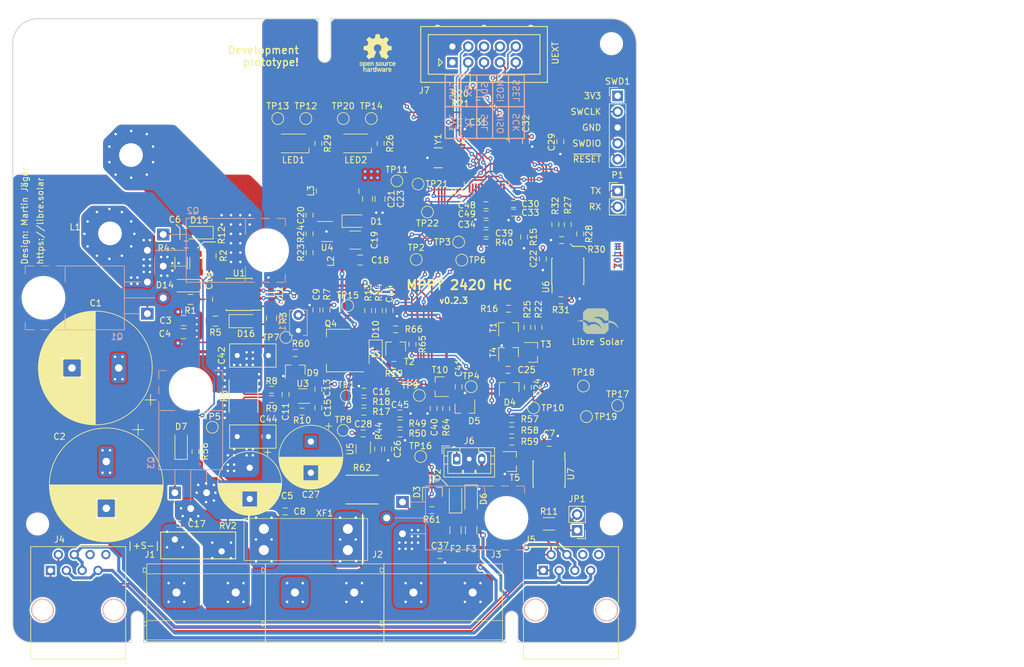
<source format=kicad_pcb>
(kicad_pcb (version 20221018) (generator pcbnew)
  (title_block (title "MPPT 2420 HC") (date "2021-05-03") (rev "0.2.3") (company "Libre Solar Technologies GmbH") (comment 1 "Licensed under CERN-OHL-W version 2") (comment 2 "Design: Martin Jäger"))
  (layers (0 "F.Cu" signal "Top") (1 "In1.Cu" power "GND") (2 "In2.Cu" power "3V3") (31 "B.Cu" signal "Bottom") (34 "B.Paste" user) (35 "F.Paste" user) (36 "B.SilkS" user "B.Silkscreen") (37 "F.SilkS" user "F.Silkscreen") (38 "B.Mask" user) (39 "F.Mask" user) (44 "Edge.Cuts" user))
  (net 0 "")
  (net 1 "GND")
  (net 2 "+3V3")
  (net 3 "Net-(C19-Pad1)")
  (net 4 "/MCU/~{RESET}")
  (net 5 "/MCU/OSC_IN")
  (net 6 "/MCU/OSC_OUT")
  (net 7 "/MCU/SWDIO")
  (net 8 "/MCU/SWCLK")
  (net 9 "Net-(D14-Pad2)")
  (net 10 "Net-(D15-Pad2)")
  (net 11 "Net-(D16-Pad2)")
  (net 12 "/DC/DC/SW_NODE")
  (net 13 "Net-(C20-Pad2)")
  (net 14 "Net-(C20-Pad1)")
  (net 15 "+12V")
  (net 16 "Net-(D3-Pad1)")
  (net 17 "/DC/DC/HS_DRV")
  (net 18 "/DC/DC/LS_DRV")
  (net 19 "Net-(R23-Pad2)")
  (net 20 "VDDA")
  (net 21 "Net-(R57-Pad2)")
  (net 22 "Net-(R59-Pad1)")
  (net 23 "/DC/DC/PWM_LS")
  (net 24 "/DC/DC/PWM_HS")
  (net 25 "Net-(D5-Pad1)")
  (net 26 "/LOAD+")
  (net 27 "/MCU/I2C1_SDA")
  (net 28 "/MCU/SPI1_MOSI")
  (net 29 "/MCU/SPI1_MISO")
  (net 30 "/MCU/SPI1_SCK")
  (net 31 "/MCU/DAC1")
  (net 32 "/MCU/I2C1_SCL")
  (net 33 "/MCU/ADC1_IN15")
  (net 34 "/MCU/ADC1_IN12")
  (net 35 "/BAT+")
  (net 36 "Net-(D7-Pad1)")
  (net 37 "/MCU/ADC1_IN11")
  (net 38 "Net-(D9-Pad1)")
  (net 39 "Net-(R66-Pad1)")
  (net 40 "Net-(C10-Pad1)")
  (net 41 "Net-(D16-Pad1)")
  (net 42 "/DCDC_HV+")
  (net 43 "VBUS")
  (net 44 "/DCDC_HV-")
  (net 45 "VREF")
  (net 46 "/MCU/USART1_TX")
  (net 47 "/MCU/USART1_RX")
  (net 48 "Net-(J4-Pad8)")
  (net 49 "Net-(J4-Pad6)")
  (net 50 "Net-(JP1-Pad2)")
  (net 51 "Net-(U7-Pad5)")
  (net 52 "/MCU/SPI1_SSEL")
  (net 53 "/MCU/USART2_RX")
  (net 54 "/MCU/USART2_TX")
  (net 55 "/DC/DC/SHUNT_DCDC_P")
  (net 56 "Net-(R44-Pad1)")
  (net 57 "/CAN_GND")
  (net 58 "/CAN_L")
  (net 59 "/CAN_H")
  (net 60 "Net-(J5-Pad8)")
  (net 61 "Net-(J5-Pad6)")
  (net 62 "Net-(C11-Pad2)")
  (net 63 "Net-(C11-Pad1)")
  (net 64 "Net-(R10-Pad1)")
  (net 65 "/MCU/TIM17_CH1")
  (net 66 "/MCU/COMP2_INP")
  (net 67 "/MCU/GPIOB_2")
  (net 68 "/PWR_INFO")
  (net 69 "Net-(D2-Pad1)")
  (net 70 "/CAN/CAN_PWR1")
  (net 71 "/CAN/CAN_PWR2")
  (net 72 "/CAN/CAN_TX")
  (net 73 "/CAN/CAN_RX")
  (net 74 "/CAN/CAN_STB")
  (net 75 "Net-(C6-Pad2)")
  (net 76 "/Power supply/SUPPLY_INPUT")
  (net 77 "/Load switch/CP_OUT")
  (net 78 "/Power supply/CP_SW")
  (net 79 "Net-(C25-Pad1)")
  (net 80 "/MEAS_LV+")
  (net 81 "/Power supply/CP_PWM")
  (net 82 "Net-(R16-Pad1)")
  (net 83 "Net-(R19-Pad2)")
  (net 84 "Net-(R22-Pad1)")
  (net 85 "Net-(R25-Pad2)")
  (net 86 "/MCU/ADC12_IN1")
  (net 87 "/MCU/ADC12_IN2")
  (net 88 "/MCU/SPI2_MOSI")
  (net 89 "/MCU/SPI2_MISO")
  (net 90 "/MCU/SPI2_SCK")
  (net 91 "Net-(R27-Pad2)")
  (net 92 "Net-(R28-Pad2)")
  (net 93 "Net-(R30-Pad2)")
  (net 94 "/MCU/SPI2_CS")
  (net 95 "/MCU/GPIOC_14")
  (net 96 "Net-(LED1-Pad1)")
  (net 97 "/MCU/GPIOC_15")
  (net 98 "/MCU/TIM16_CH1")
  (net 99 "Net-(LED2-Pad1)")
  (footprint "LibreSolar:LIBRESOLAR_LOGO" (layer "F.Cu") (at 191.5 90.5)
    (fp_text reference "LOGO1" hide)
    (fp_text value "LIBRE_SOLAR" hide)
  )
  (footprint "LibreSolar:R_1206_3216" (layer "F.Cu") (at 127 79.2 90)
    (fp_text reference "R4")
    (fp_text value "4R7")
  )
  (footprint "Symbol:OSHW-Logo_5.7x6mm_SilkScreen" (layer "F.Cu") (at 158.5 45.5)
    (fp_text reference "LOGO2" hide)
    (fp_text value "OPEN_HARDWARE" hide)
  )
  (footprint "MountingHole:MountingHole_3.2mm_M3" (layer "F.Cu") (at 196 44 180)
    (fp_text reference "MK3" hide)
    (fp_text value "Mounting_Hole")
  )
  (footprint "LibreSolar:R_0805_2012" (layer "F.Cu") (at 128.5 85)
    (fp_text reference "R1")
    (fp_text value "3R3")
  )
  (footprint "LibreSolar:R_0805_2012" (layer "F.Cu") (at 131.8 78 -90)
    (fp_text reference "R2")
    (fp_text value "3R3")
  )
  (footprint "LibreSolar:R_0805_2012" (layer "F.Cu") (at 132.5 88.5 180)
    (fp_text reference "R5")
    (fp_text value "3R3")
  )
  (footprint "LibreSolar:R_Bourns_CRE2512" (layer "F.Cu") (at 137 100.5 90)
    (fp_text reference "R6")
    (fp_text value "2m")
  )
  (footprint "LibreSolar:Phoenix_Contact_MKDS_5-2-9,5" (layer "F.Cu") (at 126.25 132)
    (fp_text reference "J1")
    (fp_text value "MKDS 5/ 2-9,5")
  )
  (footprint "LibreSolar:Phoenix_Contact_MKDS_5-2-9,5" (layer "F.Cu") (at 145.25 132)
    (fp_text reference "J2")
    (fp_text value "MKDS 5/ 2-9,5")
  )
  (footprint "Connector_PinHeader_2.54mm:PinHeader_1x05_P2.54mm_Vertical" (layer "F.Cu") (at 196.99 52.37)
    (fp_text reference "SWD1")
    (fp_text value "ST_Nucleo_SWD")
  )
  (footprint "LibreSolar:Phoenix_Contact_MKDS_5-2-9,5" (layer "F.Cu") (at 164.25 132)
    (fp_text reference "J3")
    (fp_text value "MKDS 5/ 2-9,5")
  )
  (footprint "LibreSolar:C_0603_1608" (layer "F.Cu") (at 143.7 119 180)
    (fp_text reference "C8")
    (fp_text value "10nF")
  )
  (footprint "LibreSolar:C_0603_1608" (layer "F.Cu") (at 160.2 109 -90)
    (fp_text reference "C26")
    (fp_text value "10nF")
  )
  (footprint "LibreSolar:C_0603_1608" (layer "F.Cu") (at 156.2 106.5)
    (fp_text reference "C28")
    (fp_text value "100nF")
  )
  (footprint "Diode_SMD:D_SOT-23_ANK" (layer "F.Cu") (at 167.3 115.9 90)
    (fp_text reference "D3")
    (fp_text value "12V")
  )
  (footprint "LibreSolar:R_0603_1608" (layer "F.Cu") (at 158.6 109 90)
    (fp_text reference "R44")
    (fp_text value "2.2k")
  )
  (footprint "LibreSolar:C_0603_1608" (layer "F.Cu") (at 162.1 106.5 180)
    (fp_text reference "R50")
    (fp_text value "8.2k")
  )
  (footprint "LibreSolar:R_0603_1608" (layer "F.Cu") (at 180 104.2)
    (fp_text reference "R57")
    (fp_text value "2.2k")
  )
  (footprint "LibreSolar:R_0603_1608" (layer "F.Cu") (at 180 106 180)
    (fp_text reference "R58")
    (fp_text value "100k")
  )
  (footprint "LibreSolar:R_0603_1608" (layer "F.Cu") (at 180 107.8 180)
    (fp_text reference "R59")
    (fp_text value "10k")
  )
  (footprint "LibreSolar:R_0603_1608" (layer "F.Cu") (at 167.2 118.8)
    (fp_text reference "R61")
    (fp_text value "1M")
  )
  (footprint "LibreSolar:R_Bourns_CRE2512" (layer "F.Cu") (at 156 115.5 180)
    (fp_text reference "R62")
    (fp_text value "2m")
  )
  (footprint "LibreSolar:SOT-23" (layer "F.Cu") (at 180 111)
    (fp_text reference "T5")
    (fp_text value "BC846B")
  )
  (footprint "TestPoint:TestPoint_Pad_D1.5mm" (layer "F.Cu") (at 164.7 78.6 90)
    (fp_text reference "TP2")
    (fp_text value "1.5mm")
  )
  (footprint "LibreSolar:C_0603_1608" (layer "F.Cu") (at 131.5 85 90)
    (fp_text reference "C10")
    (fp_text value "100nF")
  )
  (footprint "LibreSolar:C_0603_1608" (layer "F.Cu") (at 141.4 84.2 90)
    (fp_text reference "C12")
    (fp_text value "2.2µF")
  )
  (footprint "Diode_SMD:D_SOD-123" (layer "F.Cu") (at 128 82.8 180)
    (fp_text reference "D14")
    (fp_text value "SS14FL")
  )
  (footprint "Diode_SMD:D_SOD-123" (layer "F.Cu") (at 129.9 74.3 180)
    (fp_text reference "D15")
    (fp_text value "SS14FL")
  )
  (footprint "LibreSolar:D_SOD-123" (layer "F.Cu") (at 137 88.5)
    (fp_text reference "D16")
    (fp_text value "1N4148")
  )
  (footprint "Connector_JST:JST_PH_B3B-PH-K_1x03_P2.00mm_Vertical" (layer "F.Cu") (at 171.2 110.6)
    (fp_text reference "J6")
    (fp_text value "JST PH")
  )
  (footprint "LibreSolar:R_0603_1608" (layer "F.Cu") (at 147.6 77.5 90)
    (fp_text reference "R23")
    (fp_text value "33k")
  )
  (footprint "LibreSolar:C_0603_1608" (layer "F.Cu") (at 148.7 86.7 90)
    (fp_text reference "C9")
    (fp_text value "100nF")
  )
  (footprint "LibreSolar:R_0603_1608" (layer "F.Cu") (at 150.3 86.7 -90)
    (fp_text reference "R7")
    (fp_text value "10k")
  )
  (footprint "LibreSolar:C_0805_2012" (layer "F.Cu") (at 155.7 78.7)
    (fp_text reference "C18")
    (fp_text value "1µF")
  )
  (footprint "LibreSolar:C_0805_2012" (layer "F.Cu") (at 158.901354 68.9 -90)
    (fp_text reference "C23")
    (fp_text value "10µF")
  )
  (footprint "LibreSolar:C_0603_1608" (layer "F.Cu") (at 147.6 71.5 90)
    (fp_text reference "C20")
    (fp_text value "100nF")
  )
  (footprint "LibreSolar:C_1210_3225" (layer "F.Cu") (at 154.9 75.5)
    (fp_text reference "C19")
    (fp_text value "4.7µF")
  )
  (footprint "LibreSolar:SOT-23-6" (layer "F.Cu") (at 150.407353 74.115391)
    (fp_text reference "U4")
    (fp_text value "LMR16006X")
  )
  (footprint "LibreSolar:Bourns_SRN6045TA" (layer "F.Cu") (at 152.101354 67.652468 90)
    (fp_text reference "L3")
    (fp_text value "47µH")
  )
  (footprint "Inductor_SMD:L_0805_2012Metric" (layer "F.Cu") (at 152.8 78.9 90)
    (fp_text reference "L2")
    (fp_text value "4.7µH")
  )
  (footprint "Diode_SMD:D_PowerDI-123" (layer "F.Cu") (at 155.001354 72.452468)
    (fp_text reference "D1")
    (fp_text value "SS16FP")
  )
  (footprint "LibreSolar:C_0805_2012" (layer "F.Cu") (at 156.9 68.9 -90)
    (fp_text reference "C21")
    (fp_text value "10µF")
  )
  (footprint "LibreSolar:R_0603_1608" (layer "F.Cu") (at 156.3 103)
    (fp_text reference "R17")
    (fp_text value "100k")
  )
  (footprint "LibreSolar:C_0603_1608" (layer "F.Cu") (at 156.3 99.8 180)
    (fp_text reference "C16")
    (fp_text value "10nF")
  )
  (footprint "LibreSolar:R_0603_1608" (layer "F.Cu") (at 156.3 101.4 180)
    (fp_text reference "R18")
    (fp_text value "5.6k")
  )
  (footprint "LibreSolar:C_0603_1608" (layer "F.Cu") (at 126.6 121)
    (fp_text reference "C17")
    (fp_text value "10nF")
  )
  (footprint "LibreSolar:R_0603_1608" (layer "F.Cu") (at 157 86.8 90)
    (fp_text reference "R13")
    (fp_text value "100k")
  )
  (footprint "LibreSolar:R_0603_1608" (layer "F.Cu") (at 158.7 86.8 -90)
    (fp_text reference "R14")
    (fp_text value "2.2k")
  )
  (footprint "LibreSolar:C_0603_1608" (layer "F.Cu") (at 185 78.5 -90)
    (fp_text reference "C22")
    (fp_text value "100nF")
  )
  (footprint "LibreSolar:C_0603_1608" (layer "F.Cu") (at 162.1 103.3)
    (fp_text reference "C45")
    (fp_text value "10nF")
  )
  (footprint "Diode_SMD:D_SOD-123" (layer "F.Cu") (at 127 108.4 90)
    (fp_text reference "D7")
    (fp_text value "SS14FL")
  )
  (footprint "LibreSolar:R_0603_1608" (layer "F.Cu") (at 129.3 109.4 -90)
    (fp_text reference "R56")
    (fp_text value "1M")
  )
  (footprint "LibreSolar:R_0603_1608" (layer "F.Cu") (at 145.3 93.6 180)
    (fp_text reference "R60")
    (fp_text value "100k")
  )
  (footprint "LibreSolar:R_0603_1608" (layer "F.Cu") (at 164.1 92.2 -90)
    (fp_text reference "R65")
    (fp_text value "100k")
  )
  (footprint "LibreSolar:NULL" (layer "F.Cu") (at 147 123.5 180)
    (fp_text reference "F1" hide)
    (fp_text value "25A" hide)
  )
  (footprint "LibreSolar:D_SOD-123" (layer "F.Cu") (at 158.2 93.8 -90)
    (fp_text reference "D10")
    (fp_text value "1N4148")
  )
  (footprint "LibreSolar:R_0805_2012" (layer "F.Cu") (at 141.5 88 90)
    (fp_text reference "R3")
    (fp_text value "3R3")
  )
  (footprint "LibreSolar:C_0805_2012" (layer "F.Cu") (at 127.4 90.5)
    (fp_text reference "C4")
    (fp_text value "100nF")
  )
  (footprint "LibreSolar:SOT-23" (layer "F.Cu") (at 161.4 92.6 90)
    (fp_text reference "T2")
    (fp_text value "BC846B")
  )
  (footprint "LibreSolar:R_0603_1608" (layer "F.Cu") (at 147.6 74.5 90)
    (fp_text reference "R24")
    (fp_text value "10k")
  )
  (footprint "LibreSolar:R_0603_1608" (layer "F.Cu") (at 161.4 89.8 180)
    (fp_text reference "R66")
    (fp_text value "1k")
  )
  (footprint "LibreSolar:R_0603_1608" (layer "F.Cu") (at 162.1 104.9)
    (fp_text reference "R49")
    (fp_text value "10k")
  )
  (footprint "LibreSolar:C_0603_1608" (layer "F.Cu") (at 168.5 126)
    (fp_text reference "C37")
    (fp_text value "10nF")
  )
  (footprint "LibreSolar:C_0603_1608" (layer "F.Cu") (at 127.8 76.2)
    (fp_text reference "C6")
    (fp_text value "2.2nF")
  )
  (footprint "LibreSolar:C_0603_1608" (layer "F.Cu") (at 175.9 69.9 180)
    (fp_text reference "C48")
    (fp_text value "100nF")
  )
  (footprint "LibreSolar:C_0603_1608" (layer "F.Cu") (at 175.9 71.4 180)
    (fp_text reference "C49")
    (fp_text value "2.2µF")
  )
  (footprint "LibreSolar:C_0603_1608" (layer "F.Cu") (at 167.5 102.5 -90)
    (fp_text reference "C40")
    (fp_text value "1µF")
  )
  (footprint "LibreSolar:C_0603_1608" (layer "F.Cu") (at 171.5 99 -90)
    (fp_text reference "C41")
    (fp_text value "4.7µF")
  )
  (footprint "Capacitor_THT:CP_Radial_D18.0mm_P7.50mm" (layer "F.Cu") (at 117 96 180)
    (fp_text reference "C1")
    (fp_text value "390µF")
  )
  (footprint "LibreSolar:R_0603_1608" (layer "F.Cu") (at 169.5 102.5 90)
    (fp_text reference "R64")
    (fp_text value "10k")
  )
  (footprint "Diode_SMD:D_SOT-23_ANK" (layer "F.Cu") (at 172.5 102.5 -90)
    (fp_text reference "D5")
    (fp_text value "12V")
  )
  (footprint "LibreSolar:SOT-23" (layer "F.Cu") (at 168.5 99 180)
    (fp_text reference "T10")
    (fp_text value "BC846B")
  )
  (footprint "TestPoint:TestPoint_Pad_D1.5mm" (layer "F.Cu") (at 173.5 99 180)
    (fp_text reference "TP4")
    (fp_text value "1.5mm")
  )
  (footprint "MountingHole:MountingHole_3.2mm_M3" (layer "F.Cu") (at 104 44)
    (fp_text reference "MK4" hide)
    (fp_text value "Mounting_Hole")
  )
  (footprint "Capacitor_THT:CP_Radial_D18.0mm_P7.50mm" (layer "F.Cu") (at 115 111 -90)
    (fp_text reference "C2")
    (fp_text value "390µF")
  )
  (footprint "LibreSolar:R_0603_1608" (layer "F.Cu") (at 149 60 90)
    (fp_text reference "R29")
    (fp_text value "1k")
  )
  (footprint "LibreSolar:C_0805_2012" (layer "F.Cu") (at 127.4 88.4)
    (fp_text reference "C3")
    (fp_text value "1µF")
  )
  (footprint "Capacitor_THT:CP_Radial_D10.0mm_P5.00mm" (layer "F.Cu") (at 138 112 -90)
    (fp_text reference "C5")
    (fp_text value "680µF")
  )
  (footprint "LibreSolar:C_0603_1608" (layer "F.Cu") (at 160.4 86.8 -90)
    (fp_text reference "C14")
    (fp_text value "10nF")
  )
  (footprint "Capacitor_THT:C_Rect_L7.2mm_W3.5mm_P5.00mm_FKS2_FKP2_MKS2_MKP2" (layer "F.Cu") (at 141 107 180)
    (fp_text reference "C44")
    (fp_text value "0.22µF")
  )
  (footprint "Varistor:RV_Disc_D12mm_W4.3mm_P7.5mm" (layer "F.Cu") (at 126 123.5)
    (fp_text reference "RV2")
    (fp_text value "82V")
  )
  (footprint "LibreSolar:SOIC-8_3.9x4.9mm_Pitch1.27mm" (layer "F.Cu") (at 136.3 84.2 180)
    (fp_text reference "U1")
    (fp_text value "LM5107")
  )
  (footprint "Package_TO_SOT_SMD:SOT-363_SC-70-6" (layer "F.Cu") (at 156.2 109 -90)
    (fp_text reference "U5")
    (fp_text value "INA186")
  )
  (footprint "LibreSolar:RJ45_8P8C" (layer "F.Cu") (at 110.5 131)
    (fp_text reference "J4")
    (fp_text value "8P8C")
  )
  (footprint "LibreSolar:RJ45_8P8C" (layer "F.Cu") (at 189.5 131)
    (fp_text reference "J5")
    (fp_text value "8P8C")
  )
  (footprint "LibreSolar:C_0603_1608" (layer "F.Cu") (at 143.75 100.25 -90)
    (fp_text reference "C11")
    (fp_text value "1nF")
  )
  (footprint "LibreSolar:C_0603_1608" (layer "F.Cu") (at 149 99.4 -90)
    (fp_text reference "C13")
    (fp_text value "100nF")
  )
  (footprint "LibreSolar:C_0603_1608" (layer "F.Cu") (at 149 102.4 90)
    (fp_text reference "C15")
    (fp_text value "1nF")
  )
  (footprint "LibreSolar:R_0603_1608" (layer "F.Cu") (at 141.5 99.5)
    (fp_text reference "R8")
    (fp_text value "10R")
  )
  (footprint "LibreSolar:R_0603_1608" (layer "F.Cu") (at 146.4 103)
    (fp_text reference "R10")
    (fp_text value "1k")
  )
  (footprint "TestPoint:TestPoint_Pad_D1.5mm" (layer "F.Cu") (at 153.5 100.5)
    (fp_text reference "TP1")
    (fp_text value "1.5mm")
  )
  (footprint "Package_TO_SOT_SMD:SOT-363_SC-70-6" (layer "F.Cu") (at 146.5 100.5 180)
    (fp_text reference "U3")
    (fp_text value "INA186")
  )
  (footprint "LibreSolar:C_0603_1608" (layer "F.Cu") (at 175.9 74.4 180)
    (fp_text reference "C39")
    (fp_text value "2.2µF")
  )
  (footprint "LibreSolar:C_0603_1608" (layer "F.Cu") (at 180.3 69.7 180)
    (fp_text reference "C30")
    (fp_text value "100nF")
  )
  (footprint "LibreSolar:C_0603_1608" (layer "F.Cu") (at 171.7 56.6)
    (fp_text reference "C31")
    (fp_text value "100nF")
  )
  (footprint "LibreSolar:Box_Header_2x05x2.54mm_Straight" (layer "F.Cu") (at 170.5 47)
    (fp_text reference "J7")
    (fp_text value "UEXT")
  )
  (footprint "Package_QFP:LQFP-48_7x7mm_P0.5mm" (layer "F.Cu") (at 176 63)
    (fp_text reference "U2")
    (fp_text value "STM32G431CBTx")
  )
  (footprint "LibreSolar:C_0603_1608" (layer "F.Cu") (at 175.9 72.9 180)
    (fp_text reference "C34")
    (fp_text value "10nF")
  )
  (footprint "LibreSolar:R_0603_1608" (layer "F.Cu") (at 174.6 52 180)
    (fp_text reference "R20")
    (fp_text value "2.2k")
  )
  (footprint "LibreSolar:C_0603_1608" (layer "F.Cu") (at 182.3 59.7 -90)
    (fp_text reference "C32")
    (fp_text value "100nF")
  )
  (footprint "LibreSolar:R_0603_1608" (layer "F.Cu") (at 175.9 75.9 180)
    (fp_text reference "R40")
    (fp_text value "47R")
  )
  (footprint "LibreSolar:Resonator_Murata_CSTNE" (layer "F.Cu") (at 168.2 62.3 90)
    (fp_text reference "Y1")
    (fp_text value "8MHz")
  )
  (footprint "LibreSolar:C_0603_1608" (layer "F.Cu") (at 180.3 71.1 180)
    (fp_text reference "C33")
    (fp_text value "2.2µF")
  )
  (footprint "LibreSolar:R_0603_1608" (layer "F.Cu") (at 182 75 90)
    (fp_text reference "R15")
    (fp_text value "1M")
  )
  (footprint "LibreSolar:R_0603_1608" (layer "F.Cu") (at 174.6 53.6 180)
    (fp_text reference "R21")
    (fp_text value "2.2k")
  )
  (footprint "LibreSolar:Fiducial_0.7mm" (layer "F.Cu") (at 111.5 81.5)
    (fp_text reference "FID2" hide)
    (fp_text value "Fiducial")
  )
  (footprint "LibreSolar:R_0603_1608" (layer "F.Cu") (at 141.5 101)
    (fp_text reference "R9")
    (fp_text value "10R")
  )
  (footprint "LibreSolar:C_0603_1608" (layer "F.Cu") (at 186 108)
    (fp_text reference "C7")
    (fp_text value "100nF")
  )
  (footprint "Diode_SMD:D_SOD-123" (layer "F.Cu") (at 171 117 90)
    (fp_text reference "D2")
    (fp_text value "NRVTS260ESFT1G")
  )
  (footprint "Diode_SMD:D_SOD-123" (layer "F.Cu") (at 173.5 117 -90)
    (fp_text reference "D6")
    (fp_text value "NRVTS260ESFT1G")
  )
  (footprint "Fuse:Fuse_1206_3216Metric" (layer "F.Cu") (at 171 122 90)
    (fp_text reference "F2")
    (fp_text value "500mA")
  )
  (footprint "Fuse:Fuse_1206_3216Metric" (layer "F.Cu") (at 173.5 122 90)
    (fp_text reference "F3")
    (fp_text value "500mA")
  )
  (footprint "Connector_PinHeader_2.54mm:PinHeader_1x02_P2.54mm_Vertical" (layer "F.Cu") (at 190.5 122.04 180)
    (fp_text reference "JP1")
    (fp_text value "Jumper_NC_Small")
  )
  (footprint "LibreSolar:R_1206_3216" (layer "F.Cu") (at 186 121 180)
    (fp_text reference "R11")
    (fp_text value "120R")
  )
  (footprint "LibreSolar:SOIC-8_3.9x4.9mm_Pitch1.27mm" (layer "F.Cu") (at 186 113 -90)
    (fp_text reference "U7")
    (fp_text value "TCAN334")
  )
  (footprint "LibreSolar:R_1206_3216" (layer "F.Cu") (at 129.4 79.2 90)
    (fp_text reference "R12")
    (fp_text value "4R7")
  )
  (footprint "LibreSolar:Keystone-Fuse-3557-2" (layer "F.Cu") (at 147 123.5 180)
    (fp_text reference "XF1")
    (fp_text value "Fuse_Holder")
  )
  (footprint "Connector_PinHeader_2.54mm:PinHeader_1x02_P2.54mm_Vertical" (layer "F.Cu") (at 196.99 67.61)
    (fp_text reference "P1")
    (fp_text value "CONN_01X02")
  )
  (footprint "LibreSolar:C_0603_1608" (layer "F.Cu") (at 182.6 99.1 90)
    (fp_text reference "C24")
    (fp_text value "100nF")
  )
  (footprint "LibreSolar:C_0603_1608" (layer "F.Cu") (at 179.4 96.3)
    (fp_text reference "C25")
    (fp_text value "10nF")
  )
  (footprint "Package_TO_SOT_SMD:SOT-23" (layer "F.Cu") (at 179.6 99.1 90)
    (fp_text reference "D4")
    (fp_text value "BAS70-04")
  )
  (footprint "Package_TO_SOT_SMD:SOT-223-3_TabPin2" (layer "F.Cu") (at 152.2 93.2 180)
    (fp_text reference "Q4")
    (fp_text value "BUK98180-100A")
  )
  (footprint "LibreSolar:R_0603_1608" (layer "F.Cu") (at 179.5 86.5)
    (fp_text reference "R16")
    (fp_text value "10k")
  )
  (footprint "LibreSolar:R_0603_1608" (layer "F.Cu") (at 161.1 95.5 180)
    (fp_text reference "R19")
    (fp_text value "10k")
  )
  (footprint "LibreSolar:R_0603_1608" (layer "F.Cu") (at 184.3 89.5 -90)
    (fp_text reference "R22")
    (fp_text value "100k")
  )
  (footprint "LibreSolar:R_0603_1608" (layer "F.Cu") (at 182.5 89.5 -90)
    (fp_text reference "R25")
    (fp_text value "1k")
  )
  (footprint "LibreSolar:SOT-23" (layer "F.Cu") (at 179.5 89.5 90)
    (fp_text reference "T1")
    (fp_text value "BC846B")
  )
  (footprint "LibreSolar:SOT-23" (layer "F.Cu") (at 183.4 93.5)
    (fp_text reference "T3")
    (fp_text value "BC846B")
  )
  (footprint "LibreSolar:SOT-23" (layer "F.Cu") (at 179.5 93.5 90)
    (fp_text reference "T4")
    (fp_text value "BC856B")
  )
  (footprint "TestPoint:TestPoint_Pad_D1.5mm" (layer "F.Cu") (at 171.5 75.8 180)
    (fp_text reference "TP3")
    (fp_text value "1.5mm")
  )
  (footprint "TestPoint:TestPoint_Pad_D1.5mm" (layer "F.Cu") (at 132 105.5)
    (fp_text reference "TP5")
    (fp_text value "1.5mm")
  )
  (footprint "TestPoint:TestPoint_Pad_D1.5mm" (layer "F.Cu") (at 172 78.7)
    (fp_text reference "TP6")
    (fp_text value "1.5mm")
  )
  (footprint "TestPoint:TestPoint_Pad_D1.5mm" (layer "F.Cu") (at 143.8 91.1)
    (fp_text reference "TP7")
    (fp_text value "1.5mm")
  )
  (footprint "TestPoint:TestPoint_Pad_D1.5mm" (layer "F.Cu") (at 153 106)
    (fp_text reference "TP8")
    (fp_text value "1.5mm")
  )
  (footprint "TestPoint:TestPoint_Pad_D1.5mm" (layer "F.Cu") (at 165.2 100.4)
    (fp_text reference "TP9")
    (fp_text value "1.5mm")
  )
  (footprint "TestPoint:TestPoint_Pad_D1.5mm" (layer "F.Cu") (at 183.5 102.4)
    (fp_text reference "TP10")
    (fp_text value "1.5mm")
  )
  (footprint "TestPoint:TestPoint_Pad_D1.5mm" (layer "F.Cu") (at 161.6 66)
    (fp_text reference "TP11")
    (fp_text value "1.5mm")
  )
  (footprint "TestPoint:TestPoint_Pad_D1.5mm" (layer "F.Cu") (at 147 56 180)
    (fp_text reference "TP12")
    (fp_text value "1.5mm")
  )
  (footprint "TestPoint:TestPoint_Pad_D1.5mm" (layer "F.Cu") (at 157.5 56)
    (fp_text reference "TP14")
    (fp_text value "1.5mm")
  )
  (footprint "TestPoint:TestPoint_Pad_D1.5mm" (layer "F.Cu") (at 153.7 86)
    (fp_text reference "TP15")
    (fp_text value "1.5mm")
  )
  (footprint "TestPoint:TestPoint_Pad_D1.5mm" (layer "F.Cu") (at 165.4 110.2)
    (fp_text reference "TP16")
    (fp_text value "1.5mm")
  )
  (footprint "TestPoint:TestPoint_Pad_D1.5mm" (layer "F.Cu") (at 197 102)
    (fp_text reference "TP17")
    (fp_text value "1.5mm")
  )
  (footprint "TestPoint:TestPoint_Pad_D1.5mm" (layer "F.Cu") (at 191.5 98.9 180)
    (fp_text reference "TP18")
    (fp_text value "1.5mm")
  )
  (footprint "TestPoint:TestPoint_Pad_D1.5mm" (layer "F.Cu") (at 192 103.8 180)
    (fp_text reference "TP19")
    (fp_text value "1.5mm")
  )
  (footprint "Capacitor_THT:C_Rect_L7.2mm_W3.5mm_P5.00mm_FKS2_FKP2_MKS2_MKP2" (layer "F.Cu") (at 136 94)
    (fp_text reference "C42")
    (fp_text value "0.22µF")
  )
  (footprint "MountingHole:MountingHole_3.2mm_M3" (layer "F.Cu") (at 196 121)
    (fp_text reference "MK2" hide)
    (fp_text value "Mounting_Hole")
  )
  (footprint "MountingHole:MountingHole_3.2mm_M3" (layer "F.Cu") (at 104 121)
    (fp_text reference "MK1" hide)
    (fp_text value "Mounting_Hole")
  )
  (footprint "LibreSolar:C_0603_1608" (layer "F.Cu") (at 187.8 59.7 -90)
    (fp_text reference "C29")
    (fp_text value "100nF")
  )
  (footprint "Diode_SMD:D_SOT-23_ANK" (layer "F.Cu") (at 145.3 96.3 90)
    (fp_text reference "D9")
    (fp_text value "47V")
  )
  (footprint "LED_SMD:LED_Avago_PLCC4_3.2x2.8mm_CW" (layer "F.Cu") (at 145 60 180)
    (fp_text reference "LED1")
    (fp_text value "LED_Dual_PLCC4")
  )
  (footprint "TestPoint:TestPoint_Pad_D1.5mm" (layer "F.Cu") (at 153 56)
    (fp_text reference "TP20")
    (fp_text value "1.5mm")
  )
  (footprint "LED_SMD:LED_Avago_PLCC4_3.2x2.8mm_CW" (layer "F.Cu") (at 155 60 180)
    (fp_text reference "LED2")
    (fp_text value "LED_Dual_PLCC4")
  )
  (footprint "LibreSolar:R_0603_1608" (layer "F.Cu") (at 189 73 -90)
    (fp_text reference "R27")
    (fp_text value "47R")
  )
  (footprint "LibreSolar:R_0603_1608" (layer "F.Cu") (at 191 74.5 -90)
    (fp_text reference "R28")
    (fp_text value "47R")
  )
  (footprint "LibreSolar:R_0603_1608" (layer "F.Cu") (at 188 75.5)
    (fp_text reference "R30")
    (fp_text value "100k")
  )
  (footprint "LibreSolar:R_0603_1608" (layer "F.Cu") (at 187.9 85.15)
    (fp_text reference "R31")
    (fp_text value "2.2k")
  )
  (footprint "LibreSolar:R_0603_1608" (layer "F.Cu") (at 187 73 90)
    (fp_text reference "R32")
    (fp_text value "47R")
  )
  (footprint "LibreSolar:SOIC-8_3.9x4.9mm_Pitch1.27mm" (layer "F.Cu") (at 189 80.5 90)
    (fp_text reference "U6")
    (fp_text value "W25Q80DVS")
  )
  (footprint "TestPoint:TestPoint_Pad_D1.5mm" (layer "F.Cu") (at 142.5 56)
    (fp_text reference "TP13")
    (fp_text value "1.5mm")
  )
  (footprint "LibreSolar:R_0603_1608" (layer "F.Cu") (at 159 60 90)
    (fp_text reference "R26")
    (fp_text value "1k")
  )
  (footprint "LibreSolar:Fiducial_0.7mm" (layer "F.Cu") (at 180 127)
    (fp_text reference "FID1" hide)
    (fp_text value "Fiducial")
  )
  (footprint "Capacitor_THT:CP_Radial_D10.0mm_P5.00mm" (layer "F.Cu") (at 147.8 107.8 -90)
    (fp_text reference "C27")
    (fp_text value "680µF")
  )
  (footprint "LibreSolar:Fiducial_0.7mm" (layer "F.Cu") (at 191 48.5)
    (fp_text reference "FID3" hide)
    (fp_text value "Fiducial")
  )
  (footprint "TestPoint:TestPoint_Pad_D1.5mm" (layer "F.Cu") (at 165 66.5)
    (fp_text reference "TP21")
    (fp_text value "1.5mm")
  )
  (footprint "TestPoint:TestPoint_Pad_D1.5mm" (layer "F.Cu") (at 166.5 71 180)
    (fp_text reference "TP22")
    (fp_text value "1.5mm")
  )
  (footprint "LibreSolar:Inductor_Toroid_D32.8mm_4mm2" (layer "F.Cu") (at 120 58 75)
    (fp_text reference "L1")
    (fp_text value "53µH")
  )
  (footprint "LibreSolar:TO-220-3_Horizontal_BottomHeatsink" (layer "B.Cu") (at 121.59 87.295 90)
    (fp_text reference "Q1")
    (fp_text value "IPA045N10N3G")
  )
  (footprint "LibreSolar:TO-220-3_Horizontal_BottomHeatsink" (layer "B.Cu") (at 124.13 74.595 -90)
    (fp_text reference "Q2")
    (fp_text value "IPA045N10N3G")
  )
  (footprint "LibreSolar:TO-220-3_Horizontal_BottomHeatsink" (layer "B.Cu") (at 126 116)
    (fp_text reference "Q3")
    (fp_text value "IPA045N10N3G")
  )
  (footprint "LibreSolar:TO-220-3_Horizontal_BottomHeatsink" (layer "B.Cu") (at 162.5 117.5 -90)
    (fp_text reference "Q7")
    (fp_text value "IPA045N10N3G")
  )
  (footprint "Capacitor_THT:C_Disc_D3.8mm_W2.6mm_P2.50mm" (layer "B.Cu") (at 145.8 87.5 -90)
    (fp_text reference "RT1")
    (fp_text value "10k")
  )
  (gr_line (start 176.95 49.025) (end 176.95 59.185) (stroke (width 0.2)) (layer "B.SilkS"))
  (gr_line (start 182.03 49.025) (end 169.33 49.025) (stroke (width 0.2)) (layer "B.SilkS"))
  (gr_line (start 174.41 49.025) (end 174.41 59.185) (stroke (width 0.2)) (layer "B.SilkS"))
  (gr_line (start 171.87 49.025) (end 171.87 59.185) (stroke (width 0.2)) (layer "B.SilkS"))
  (gr_line (start 169.33 54.105) (end 182.03 54.105) (stroke (width 0.2)) (layer "B.SilkS"))
  (gr_line (start 182.03 59.185) (end 182.03 49.025) (stroke (width 0.2)) (layer "B.SilkS"))
  (gr_line (start 169.33 59.185) (end 182.03 59.185) (stroke (width 0.2)) (layer "B.SilkS"))
  (gr_line (start 169.33 49.025) (end 169.33 59.185) (stroke (width 0.2)) (layer "B.SilkS"))
  (gr_line (start 179.49 49.025) (end 179.49 59.185) (stroke (width 0.2)) (layer "B.SilkS"))
  (gr_line (start 126.2 73) (end 126.8 73.6) (stroke (width 0.15)) (layer "F.SilkS"))
  (gr_line (start 125.8 76.8) (end 126 77) (stroke (width 0.15)) (layer "F.SilkS"))
  (gr_line (start 132.5 75.8) (end 130.6 75.8) (stroke (width 0.15)) (layer "F.SilkS"))
  (gr_line (start 126.8 73.6) (end 126.8 75.4) (stroke (width 0.15)) (layer "F.SilkS"))
  (gr_line (start 191.6 76.5) (end 192 76.9) (stroke (width 0.15)) (layer "F.SilkS"))
  (gr_line (start 189.4 76.1) (end 189.8 76.5) (stroke (width 0.15)) (layer "F.SilkS"))
  (gr_line (start 130.6 75.8) (end 129.6 76.8) (stroke (width 0.15)) (layer "F.SilkS"))
  (gr_line (start 189.8 76.5) (end 191.6 76.5) (stroke (width 0.15)) (layer "F.SilkS"))
  (gr_line (start 125.4 76.8) (end 125.8 76.8) (stroke (width 0.15)) (layer "F.SilkS"))
  (gr_line (start 168.8 113.9) (end 169.7 114.8) (stroke (width 0.15)) (layer "F.SilkS"))
  (gr_line (start 100 137) (end 100 44) (stroke (width 0.15)) (layer "Edge.Cuts"))
  (gr_arc (start 151 46) (mid 150 47) (end 149 46) (stroke (width 0.15)) (layer "Edge.Cuts"))
  (gr_line (start 151 40) (end 196 40) (stroke (width 0.15)) (layer "Edge.Cuts"))
  (gr_line (start 149 46) (end 149 40) (stroke (width 0.15)) (layer "Edge.Cuts"))
  (gr_line (start 151 46) (end 151 40) (stroke (width 0.15)) (layer "Edge.Cuts"))
  (gr_line (start 119 140) (end 103 140) (stroke (width 0.15)) (layer "Edge.Cuts"))
  (gr_line (start 181 140) (end 181 136) (stroke (width 0.15)) (layer "Edge.Cuts"))
  (gr_arc (start 179 136) (mid 180 135) (end 181 136) (stroke (width 0.15)) (layer "Edge.Cuts"))
  (gr_line (start 179 140) (end 179 136) (stroke (width 0.15)) (layer "Edge.Cuts"))
  (gr_line (start 181 140) (end 197 140) (stroke (width 0.15)) (layer "Edge.Cuts"))
  (gr_arc (start 196 40) (mid 198.828427 41.171573) (end 200 44) (stroke (width 0.15)) (layer "Edge.Cuts"))
  (gr_arc (start 200 137) (mid 199.12132 139.12132) (end 197 140) (stroke (width 0.15)) (layer "Edge.Cuts"))
  (gr_arc (start 103 140) (mid 100.87868 139.12132) (end 100 137) (stroke (width 0.15)) (layer "Edge.Cuts"))
  (gr_line (start 200 137) (end 200 44) (stroke (width 0.15)) (layer "Edge.Cuts"))
  (gr_arc (start 119 136) (mid 120 135) (end 121 136) (stroke (width 0.15)) (layer "Edge.Cuts"))
  (gr_arc (start 100 44) (mid 101.171573 41.171573) (end 104 40) (stroke (width 0.15)) (layer "Edge.Cuts"))
  (gr_line (start 119 140) (end 119 136) (stroke (width 0.15)) (layer "Edge.Cuts"))
  (gr_line (start 104 40) (end 149 40) (stroke (width 0.15)) (layer "Edge.Cuts"))
  (gr_line (start 121 140) (end 179 140) (stroke (width 0.15)) (layer "Edge.Cuts"))
  (gr_line (start 121 140) (end 121 136) (stroke (width 0.15)) (layer "Edge.Cuts"))
  (gr_text "70µm" (at 197 78 90) (layer "F.Cu") (effects (font (size 1 1) (thickness 0.2))))
  (gr_text "70µm" (at 197 78 270) (layer "B.Cu") (effects (font (size 1 1) (thickness 0.2)) (justify mirror)))
  (gr_text "SDA" (at 175.68 51.565 90) (layer "B.SilkS") (effects (font (size 1 1)) (justify mirror)))
  (gr_text "SCL" (at 175.68 56.645 90) (layer "B.SilkS") (effects (font (size 1 1)) (justify mirror)))
  (gr_text "MOSI" (at 178.22 51.565 90) (layer "B.SilkS") (effects (font (size 1 1)) (justify mirror)))
  (gr_text "SSEL" (at 180.76 51.565 90) (layer "B.SilkS") (effects (font (size 1 1)) (justify mirror)))
  (gr_text "SCK" (at 180.76 56.645 90) (layer "B.SilkS") (effects (font (size 1 1)) (justify mirror)))
  (gr_text "MISO" (at 178.22 56.645 90) (layer "B.SilkS") (effects (font (size 1 1)) (justify mirror)))
  (gr_text "RX" (at 173.14 51.565 90) (layer "B.SilkS") (effects (font (size 1 1)) (justify mirror)))
  (gr_text "3V3" (at 170.6 56.645 90) (layer "B.SilkS") (effects (font (size 1 1)) (justify mirror)))
  (gr_text "TX" (at 173.14 56.645 90) (layer "B.SilkS") (effects (font (size 1 1)) (justify mirror)))
  (gr_text "GND" (at 170.6 51.565 90) (layer "B.SilkS") (effects (font (size 1 1)) (justify mirror)))
  (gr_text "SWCLK" (at 194.45 54.91) (layer "F.SilkS") (effects (font (size 1 1)) (justify right)))
  (gr_text "3V3" (at 194.45 52.37) (layer "F.SilkS") (effects (font (size 1 1)) (justify right)))
  (gr_text "GND" (at 194.45 57.45) (layer "F.SilkS") (effects (font (size 1 1)) (justify right)))
  (gr_text "SWDIO" (at 194.45 59.99) (layer "F.SilkS") (effects (font (size 1 1)) (justify right)))
  (gr_text "~{RESET}" (at 194.45 62.53) (layer "F.SilkS") (effects (font (size 1 1)) (justify right)))
  (gr_text "UEXT" (at 187 45.5 90) (layer "F.SilkS") (effects (font (size 1 1))))
  (gr_text "RX" (at 194.45 70.15) (layer "F.SilkS") (effects (font (size 1 1)) (justify right)))
  (gr_text "TX" (at 194.45 67.61) (layer "F.SilkS") (effects (font (size 1 1)) (justify right)))
  (gr_text "|+S-|" (at 121 124.5) (layer "F.SilkS") (effects (font (size 1 1))))
  (gr_text "https://libre.solar" (at 105 79.5 90) (layer "F.SilkS") (effects (font (size 1 1)) (justify left bottom)))
  (gr_text "v0.2.3" (at 170.7 85.2) (layer "F.SilkS") (effects (font (size 1 1) (thickness 0.2))))
  (gr_text "MPPT 2420 HC" (at 171.6 82.7) (layer "F.SilkS") (effects (font (size 1.5 1.5) (thickness 0.3))))
  (gr_text "Development\nprototype!" (at 146 46) (layer "F.SilkS") (effects (font (size 1.2 1.2) (thickness 0.2)) (justify right)))
  (gr_text "Design: Martin Jäger" (at 102.5 79.5 90) (layer "F.SilkS") (effects (font (size 1 1)) (justify left bottom)))
  (segment (start 149.307353 74.115391) (end 150.307353 74.115391) (width 0.4) (layer "F.Cu") (net 1))
  (segment (start 149.257353 74.065391) (end 149.307353 74.115391) (width 0.25) (layer "F.Cu") (net 1))
  (segment (start 154.9 74.7) (end 155.099988 74.7) (width 0.4) (layer "F.Cu") (net 1))
  (segment (start 155.099988 74.7) (end 155.600001 74.199987) (width 0.4) (layer "F.Cu") (net 1))
  (segment (start 155.600001 74.199987) (end 156 73.799988) (width 0.4) (layer "F.Cu") (net 1))
  (segment (start 156.407353 77) (end 156.407353 76.792647) (width 0.4) (layer "F.Cu") (net 1))
  (segment (start 156.526354 72.452468) (end 156.526354 72.273646) (width 0.4) (layer "F.Cu") (net 1))
  (segment (start 148.015391 74.115391) (end 147.6 73.7) (width 0.4) (layer "F.Cu") (net 1))
  (segment (start 149.307353 74.115391) (end 148.015391 74.115391) (width 0.4) (layer "F.Cu") (net 1))
  (segment (start 179.5 71.1) (end 179.5 72.299984) (width 0.25) (layer "F.Cu") (net 1))
  (segment (start 179.5 69.7) (end 179.5 71.1) (width 0.25) (layer "F.Cu") (net 1))
  (segment (start 186.8 107.499996) (end 187.4 106.899996) (width 0.4) (layer "F.Cu") (net 1))
  (segment (start 179.5 92.45) (end 179.5 91.5) (width 0.4) (layer "F.Cu") (net 1))
  (segment (start 173.5 115.35) (end 174.75 115.35) (width 0.5) (layer "F.Cu") (net 1))
  (segment (start 173.45 100.95) (end 172.5 100) (width 0.4) (layer "F.Cu") (net 1))
  (segment (start 130.3 114.2) (end 130.3 111.2) (width 0.4) (layer "F.Cu") (net 1))
  (segment (start 186.8 108) (end 186.8 107.499996) (width 0.4) (layer "F.Cu") (net 1))
  (segment (start 175.1 72.9) (end 175.1 72.45) (width 0.25) (layer "F.Cu") (net 1))
  (segment (start 182.05 60.75) (end 182.3 60.5) (width 0.25) (layer "F.Cu") (net 1))
  (segment (start 176.25 68.75) (end 175.1 69.9) (width 0.25) (layer "F.Cu") (net 1))
  (segment (start 172.3 99.8) (end 172.5 100) (width 0.4) (layer "F.Cu") (net 1))
  (segment (start 149 101.6) (end 149 100.2) (width 0.4) (layer "F.Cu") (net 1))
  (segment (start 141.4 81.9) (end 141 81.5) (width 0.4) (layer "F.Cu") (net 1))
  (segment (start 162.9 106.5) (end 162.9 107.6) (width 0.4) (layer "F.Cu") (net 1))
  (segment (start 178.95 112.95) (end 178.9 113) (width 0.4) (layer "F.Cu") (net 1))
  (segment (start 182.3 60.5) (end 183.300004 60.5) (width 0.25) (layer "F.Cu") (net 1))
  (segment (start 156.85 108.05) (end 156.85 106.65) (width 0.4) (layer "F.Cu") (net 1))
  (segment (start 175.1 72.45) (end 174.85 72.2) (width 0.25) (layer "F.Cu") (net 1))
  (segment (start 178.25 67.1625) (end 178.25 68.35) (width 0.25) (layer "F.Cu") (net 1))
  (segment (start 173.1 56.6) (end 172.5 56.6) (width 0.25) (layer "F.Cu") (net 1))
  (segment (start 129.75 114.75) (end 130.3 114.2) (width 0.4) (layer "F.Cu") (net 1))
  (segment (start 141.9 118) (end 139 118) (width 0.5) (layer "F.Cu") (net 1))
  (segment (start 178.25 68.35) (end 179.5 69.6) (width 0.25) (layer "F.Cu") (net 1))
  (segment (start 167.5 103.3) (end 166.500006 103.3) (width 0.4) (layer "F.Cu") (net 1))
  (segment (start 174.85 72.2) (end 174.75 72.2) (width 0.25) (layer "F.Cu") (net 1))
  (segment (start 168.2 62.3) (end 166.5 62.3) (width 0.4) (layer "F.Cu") (net 1))
  (segment (start 182 75.8) (end 182 76.8) (width 0.4) (layer "F.Cu") (net 1))
  (segment (start 185 79.3) (end 185 80.3) (width 0.4) (layer "F.Cu") (net 1))
  (segment (start 139 118) (end 138 117) (width 0.5) (layer "F.Cu") (net 1))
  (segment (start 156.85 106.65) (end 157 106.5) (width 0.4) (layer "F.Cu") (net 1))
  (segment (start 162.9 103.3) (end 163.8 103.3) (width 0.4) (layer "F.Cu") (net 1))
  (segment (start 160.2 109.8) (end 160.2 110.799998) (width 0.4) (layer "F.Cu") (net 1))
  (segment (start 171.5 99.8) (end 172.3 99.8) (width 0.4) (layer "F.Cu") (net 1))
  (segment (start 173.75 58.8375) (end 173.75 57.25) (width 0.25) (layer "F.Cu") (net 1))
  (segment (start 190.905 84.895) (end 190.9 84.9) (width 0.4) (layer "F.Cu") (net 1))
  (segment (start 179.5 91.5) (end 180.45 90.55) (width 0.4) (layer "F.Cu") (net 1))
  (segment (start 172.5 56.6) (end 172.5 57.7) (width 0.25) (layer "F.Cu") (net 1))
  (segment (start 174.75 115.35) (end 174.8 115.4) (width 0.5) (layer "F.Cu") (net 1))
  (segment (start 141.4 83.4) (end 140.295 82.295) (width 0.4) (layer "F.Cu") (net 1))
  (segment (start 178.95 111.95) (end 178.95 112.95) (width 0.4) (layer "F.Cu") (net 1))
  (segment (start 144.35 97.3) (end 143.4 97.3) (width 0.4) (layer "F.Cu") (net 1))
  (segment (start 175.1 71.4) (end 175.1 69.9) (width 0.25) (layer "F.Cu") (net 1))
  (segment (start 179.5 69.6) (end 179.5 69.7) (width 0.25) (layer "F.Cu") (net 1))
  (segment (start 175.1 71.85) (end 174.75 72.2) (width 0.25) (layer "F.Cu") (net 1))
  (segment (start 130.3 111.2) (end 129.3 110.2) (width 0.4) (layer "F.Cu") (net 1))
  (segment (start 176.25 67.1625) (end 176.25 68.75) (width 0.25) (layer "F.Cu") (net 1))
  (segment (start 175.1 74.4) (end 175.1 72.9) (width 0.25) (layer "F.Cu") (net 1))
  (segment (start 141.4 83.4) (end 141.4 81.9) (width 0.4) (layer "F.Cu") (net 1))
  (segment (start 142.9 119) (end 141.9 118) (width 0.5) (layer "F.Cu") (net 1))
  (segment (start 190.905 83.2) (end 190.905 84.895) (width 0.4) (layer "F.Cu") (net 1))
  (segment (start 149.700001 100.300001) (end 150.1 100.7) (width 0.4) (layer "F.Cu") (net 1))
  (segment (start 178.45 92.45) (end 178.4 92.4) (width 0.4) (layer "F.Cu") (net 1))
  (segment (start 187.8 60.5) (end 187.8 61.7) (width 0.4) (layer "F.Cu") (net 1))
  (segment (start 148 100.5) (end 148.3 100.2) (width 0.4) (layer "F.Cu") (net 1))
  (segment (start 148.7 85.9) (end 147.6 85.9) (width 0.4) (layer "F.Cu") (net 1))
  (segment (start 156.2 108.05) (end 156.85 108.05) (width 0.4) (layer "F.Cu") (net 1))
  (segment (start 169.3 126) (end 169.3 127.2) (width 0.5) (layer "F.Cu") (net 1))
  (segment (start 161.5 87.6) (end 161.6 87.7) (width 0.4) (layer "F.Cu") (net 1))
  (segment (start 187.2 75.5) (end 186.3 75.5) (width 0.4) (layer "F.Cu") (net 1))
  (segment (start 157 106.5) (end 157.87499 106.5) (width 0.4) (layer "F.Cu") (net 1))
  (segment (start 160.4 87.6) (end 161.5 87.6) (width 0.4) (layer "F.Cu") (net 1))
  (segment (start 173.75 57.25) (end 173.1 56.6) (width 0.25) (layer "F.Cu") (net 1))
  (segment (start 158.7 87.6) (end 160.4 87.6) (width 0.4) (layer "F.Cu") (net 1))
  (segment (start 149 100.2) (end 149.6 100.2) (width 0.4) (layer "F.Cu") (net 1))
  (segment (start 186.635 108.165) (end 186.8 108) (width 0.4) (layer "F.Cu") (net 1))
  (segment (start 173.45 101.5) (end 173.45 100.95) (width 0.4) (layer "F.Cu") (net 1))
  (segment (start 147.45 100.5) (end 148 100.5) (width 0.4) (layer "F.Cu") (net 1))
  (segment (start 174.75 72.2) (end 174.2 72.2) (width 0.25) (layer "F.Cu") (net 1))
  (segment (start 149.6 100.2) (end 149.700001 100.300001) (width 0.4) (layer "F.Cu") (net 1))
  (segment (start 155.5 101.4) (end 155.5 99.8) (width 0.4) (layer "F.Cu") (net 1))
  (segment (start 175.1 71.4) (end 175.1 71.85) (width 0.25) (layer "F.Cu") (net 1))
  (segment (start 180.1625 60.75) (end 182.05 60.75) (width 0.25) (layer "F.Cu") (net 1))
  (segment (start 186.635 110.3) (end 186.635 108.165) (width 0.4) (layer "F.Cu") (net 1))
  (segment (start 155.5 99.8) (end 155.5 98.9) (width 0.4) (layer "F.Cu") (net 1))
  (segment (start 148.3 100.2) (end 149 100.2) (width 0.4) (layer "F.Cu") (net 1))
  (segment (start 179.5 92.45) (end 178.45 92.45) (width 0.4) (layer "F.Cu") (net 1))
  (segment (start 140.295 82.295) (end 138.9 82.295) (width 0.4) (layer "F.Cu") (net 1))
  (via (at 150.307353 74.115391) (size 0.8) (drill 0.4) (layers "F.Cu" "B.Cu") (net 1))
  (via (at 159.3 71.1) (size 0.8) (drill 0.4) (layers "F.Cu" "B.Cu") (net 1))
  (via (at 158.3 71.1) (size 0.8) (drill 0.4) (layers "F.Cu" "B.Cu") (net 1))
  (via (at 179.5 72.299984) (size 0.8) (drill 0.4) (layers "F.Cu" "B.Cu") (net 1))
  (via (at 155.5 98.9) (size 0.8) (drill 0.4) (layers "F.Cu" "B.Cu") (net 1))
  (via (at 190.9 84.9) (size 0.8) (drill 0.4) (layers "F.Cu" "B.Cu") (net 1))
  (via (at 185 80.3) (size 0.8) (drill 0.4) (layers "F.Cu" "B.Cu") (net 1))
  (via (at 116.5 117) (size 0.8) (drill 0.4) (layers "F.Cu" "B.Cu") (net 1))
  (via (at 113.5 120) (size 0.8) (drill 0.4) (layers "F.Cu" "B.Cu") (net 1))
  (via (at 160.2 110.799998) (size 0.8) (drill 0.4) (layers "F.Cu" "B.Cu") (net 1))
  (via (at 174.2 72.2) (size 0.8) (drill 0.4) (layers "F.Cu" "B.Cu") (net 1))
  (via (at 156 133.5) (size 0.8) (drill 0.4) (layers "F.Cu" "B.Cu") (net 1))
  (via (at 113.5 117) (size 0.8) (drill 0.4) (layers "F.Cu" "B.Cu") (net 1))
  (via (at 187.4 106.899996) (size 0.8) (drill 0.4) (layers "F.Cu" "B.Cu") (net 1))
  (via (at 163.8 103.3) (size 0.8) (drill 0.4) (layers "F.Cu" "B.Cu") (net 1))
  (via (at 132.5 116) (size 0.8) (drill 0.4) (layers "F.Cu" "B.Cu") (net 1))
  (via (at 169.3 127.2) (size 0.8) (drill 0.4) (layers "F.Cu" "B.Cu") (net 1))
  (via (at 129.5 116) (size 0.8) (drill 0.4) (layers "F.Cu" "B.Cu") (net 1))
  (via (at 124.8 81.2) (size 0.8) (drill 0.4) (layers "F.Cu" "B.Cu") (net 1))
  (via (at 111 97.5) (size 0.8) (drill 0.4) (layers "F.Cu" "B.Cu") (net 1))
  (via (at 125.6 79.2) (size 0.8) (drill 0.4) (layers "F.Cu" "B.Cu") (net 1))
  (via (at 129.5 88) (size 0.7) (drill 0.3) (layers "F.Cu" "B.Cu") (net 1))
  (via (at 174.8 115.4) (size 0.8) (drill 0.4) (layers "F.Cu" "B.Cu") (net 1))
  (via (at 172.5 57.7) (size 0.8) (drill 0.4) (layers "F.Cu" "B.Cu") (net 1))
  (via (at 129.75 114.75) (size 0.8) (drill 0.4) (layers "F.Cu" "B.Cu") (net 1))
  (via (at 166.500006 103.3) (size 0.8) (drill 0.4) (layers "F.Cu" "B.Cu") (net 1))
  (via (at 108 94.5) (size 0.8) (drill 0.4) (layers "F.Cu" "B.Cu") (net 1))
  (via (at 132.25 117.25) (size 0.8) (drill 0.4) (layers "F.Cu" "B.Cu") (net 1))
  (via (at 129.5 89) (size 0.7) (drill 0.3) (layers "F.Cu" "B.Cu") (net 1))
  (via (at 175 130.5) (size 0.8) (drill 0.4) (layers "F.Cu" "B.Cu") (net 1))
  (via (at 157.87499 106.5) (size 0.8) (drill 0.4) (layers "F.Cu" "B.Cu") (net 1))
  (via (at 175 133.5) (size 0.8) (drill 0.4) (layers "F.Cu" "B.Cu") (net 1))
  (via (at 131 117.5) (size 0.8) (drill 0.4) (layers "F.Cu" "B.Cu") (net 1))
  (via (at 132.25 114.75) (size 0.8) (drill 0.4) (layers "F.Cu" "B.Cu") (net 1))
  (via (at 172.5 130.5) (size 0.8) (drill 0.4) (layers "F.Cu" "B.Cu") (net 1))
  (via (at 147.6 85.9) (size 0.8) (drill 0.4) (layers "F.Cu" "B.Cu") (net 1))
  (via (at 129.5 91) (size 0.7) (drill 0.3) (layers "F.Cu" "B.Cu") (net 1))
  (via (at 150.1 100.7) (size 0.8) (drill 0.4) (layers "F.Cu" "B.Cu") (net 1))
  (via (at 178.9 113) (size 0.8) (drill 0.4) (layers "F.Cu" "B.Cu") (net 1))
  (via (at 183.300004 60.5) (size 0.8) (drill 0.4) (layers "F.Cu" "B.Cu") (net 1))
  (via (at 186.3 75.5) (size 0.8) (drill 0.4) (layers "F.Cu" "B.Cu") (net 1))
  (via (at 126.6 79.2) (size 0.8) (drill 0.4) (layers "F.Cu" "B.Cu") (net 1))
  (via (at 153.5 133.5) (size 0.8) (drill 0.4) (layers "F.Cu" "B.Cu") (net 1))
  (via (at 153.5 130.5) (size 0.8) (drill 0.4) (layers "F.Cu" "B.Cu") (net 1))
  (via (at 124.8 78.2) (size 0.8) (drill 0.4) (layers "F.Cu" "B.Cu") (net 1))
  (via (at 129.5 90) (size 0.7) (drill 0.3) (layers "F.Cu" "B.Cu") (net 1))
  (via (at 131 114.5) (size 0.8) (drill 0.4) (layers "F.Cu" "B.Cu") (net 1))
  (via (at 178.4 92.4) (size 0.8) (drill 0.4) (layers "F.Cu" "B.Cu") (net 1))
  (via (at 161.6 87.7) (size 0.8) (drill 0.4) (layers "F.Cu" "B.Cu") (net 1))
  (via (at 172.5 100) (size 0.8) (drill 0.4) (layers "F.Cu" "B.Cu") (net 1))
  (via (at 111 94.5) (size 0.8) (drill 0.4) (layers "F.Cu" "B.Cu") (net 1))
  (via (at 172.5 133.5) (size 0.8) (drill 0.4) (layers "F.Cu" "B.Cu") (net 1))
  (via (at 123.8 78.2) (size 0.8) (drill 0.4) (layers "F.Cu" "B.Cu") (net 1))
  (via (at 162.9 107.6) (size 0.8) (drill 0.4) (layers "F.Cu" "B.Cu") (net 1))
  (via (at 125.6 80.4) (size 0.8) (drill 0.4) (layers "F.Cu" "B.Cu") (net 1))
  (via (at 108 97.5) (size 0.8) (drill 0.4) (layers "F.Cu" "B.Cu") (net 1))
  (via (at 123.8 81.2) (size 0.8) (drill 0.4) (layers "F.Cu" "B.Cu") (net 1))
  (via (at 187.8 61.7) (size 0.8) (drill 0.4) (layers "F.Cu" "B.Cu") (net 1))
  (via (at 156 130.5) (size 0.8) (drill 0.4) (layers "F.Cu" "B.Cu") (net 1))
  (via (at 182 76.8) (size 0.8) (drill 0.4) (layers "F.Cu" "B.Cu") (net 1))
  (via (at 143.4 97.3) (size 0.8) (drill 0.4) (layers "F.Cu" "B.Cu") (net 1))
  (via (at 116.5 120) (size 0.8) (drill 0.4) (layers "F.Cu" "B.Cu") (net 1))
  (via (at 166.5 62.3) (size 0.8) (drill 0.4) (layers "F.Cu" "B.Cu") (net 1))
  (via (at 141 81.5) (size 0.8) (drill 0.4) (layers "F.Cu" "B.Cu") (net 1))
  (segment (start 181.1 71.1) (end 181.1 72.1) (width 0.25) (layer "F.Cu") (net 2))
  (segment (start 181.1 71.1) (end 181.1 69.7) (width 0.25) (layer "F.Cu") (net 2))
  (segment (start 147.6 79.1) (end 147.6 78.3) (width 0.25) (layer "F.Cu") (net 2))
  (segment (start 189.55 85.15) (end 189.6 85.2) (width 0.4) (layer "F.Cu") (net 2))
  (segment (start 175.1 75.9) (end 175.1 76.899996) (width 0.25) (layer "F.Cu") (net 2))
  (segment (start 155.55 106.65) (end 155.4 106.5) (width 0.4) (layer "F.Cu") (net 2))
  (segment (start 159.752468 68.052468) (end 160.5 68.8) (width 0.25) (layer "F.Cu") (net 2))
  (segment (start 180.75 60.25) (end 182.1 58.9) (width 0.25) (layer "F.Cu") (net 2))
  (segment (start 185 77.7) (end 186.995 77.7) (width 0.4) (layer "F.Cu") (net 2))
  (segment (start 161.6 66) (end 159 66) (width 0.4) (layer "F.Cu") (net 2))
  (segment (start 188.7 85.15) (end 189.55 85.15) (width 0.4) (layer "F.Cu") (net 2))
  (segment (start 150.3 85.9) (end 151.5 85.9) (width 0.4) (layer "F.Cu") (net 2))
  (segment (start 159 66) (end 158.901354 66.098646) (width 0.4) (layer "F.Cu") (net 2))
  (segment (start 147.75 99.85) (end 149 98.6) (width 0.4) (layer "F.Cu") (net 2))
  (segment (start 172.3375 58.8375) (end 170.9 57.4) (width 0.25) (layer "F.Cu") (net 2))
  (segment (start 147.45 99.85) (end 147.75 99.85) (width 0.4) (layer "F.Cu") (net 2))
  (segment (start 171.8375 60.25) (end 171.8375 59.3375) (width 0.25) (layer "F.Cu") (net 2))
  (segment (start 153.8 81.8) (end 150.3 81.8) (width 0.25) (layer "F.Cu") (net 2))
  (segment (start 180.1625 60.25) (end 180.75 60.25) (width 0.25) (layer "F.Cu") (net 2))
  (segment (start 155.4 106.5) (end 154.500002 106.5) (width 0.4) (layer "F.Cu") (net 2))
  (segment (start 158.901354 68.052468) (end 159.752468 68.052468) (width 0.25) (layer "F.Cu") (net 2))
  (segment (start 169.877522 56.6) (end 169.87499 56.602532) (width 0.25) (layer "F.Cu") (net 2))
  (segment (start 160.5 71.894974) (end 158.6 73.794974) (width 0.25) (layer "F.Cu") (net 2))
  (segment (start 149 98.6) (end 151.600004 98.6) (width 0.4) (layer "F.Cu") (net 2))
  (segment (start 170.9 56.6) (end 169.877522 56.6) (width 0.25) (layer "F.Cu") (net 2))
  (segment (start 156.7 81) (end 154.6 81) (width 0.25) (layer "F.Cu") (net 2))
  (segment (start 182.1 58.9) (end 182.3 58.9) (width 0.25) (layer "F.Cu") (net 2))
  (segment (start 154.6 81) (end 153.8 81.8) (width 0.25) (layer "F.Cu") (net 2))
  (segment (start 158.6 79.1) (end 156.7 81) (width 0.25) (layer "F.Cu") (net 2))
  (segment (start 175.1 76.899996) (end 175.100004 76.9) (width 0.25) (layer "F.Cu") (net 2))
  (segment (start 185.365 110.3) (end 185.365 108.165) (width 0.4) (layer "F.Cu") (net 2))
  (segment (start 179.6 68.92499) (end 180.32499 68.92499) (width 0.25) (layer "F.Cu") (net 2))
  (segment (start 185.2 108) (end 185.2 107.1) (width 0.4) (layer "F.Cu") (net 2))
  (segment (start 158.901354 66.098646) (end 158.901354 67.9) (width 0.4) (layer "F.Cu") (net 2))
  (segment (start 189.635 85.165) (end 189.6 85.2) (width 0.4) (layer "F.Cu") (net 2))
  (segment (start 178.75 68.07499) (end 179.6 68.92499) (width 0.25) (layer "F.Cu") (net 2))
  (segment (start 186.995 77.7) (end 187.095 77.8) (width 0.4) (layer "F.Cu") (net 2))
  (segment (start 180.32499 68.92499) (end 181.1 69.7) (width 0.25) (layer "F.Cu") (net 2))
  (segment (start 187.095 77.8) (end 188.365 77.8) (width 0.4) (layer "F.Cu") (net 2))
  (segment (start 189.635 83.2) (end 189.635 85.165) (width 0.4) (layer "F.Cu") (net 2))
  (segment (start 185 77.7) (end 185 76.7) (width 0.4) (layer "F.Cu") (net 2))
  (segment (start 178.75 67.1625) (end 178.75 68.07499) (width 0.25) (layer "F.Cu") (net 2))
  (segment (start 160.5 68.8) (end 160.5 71.894974) (width 0.25) (layer "F.Cu") (net 2))
  (segment (start 171.8375 59.3375) (end 172.3375 58.8375) (width 0.25) (layer "F.Cu") (net 2))
  (segment (start 158.6 73.794974) (end 158.6 79.1) (width 0.25) (layer "F.Cu") (net 2))
  (segment (start 173.8 53.6) (end 173.8 52) (width 0.25) (layer "F.Cu") (net 2))
  (segment (start 170.9 57.4) (end 170.9 56.6) (width 0.25) (layer "F.Cu") (net 2))
  (segment (start 173.8 52) (end 173.8 50.7) (width 0.25) (layer "F.Cu") (net 2))
  (segment (start 155.55 108.05) (end 155.55 106.65) (width 0.4) (layer "F.Cu") (net 2))
  (segment (start 173.25 58.8375) (end 172.3375 58.8375) (width 0.25) (layer "F.Cu") (net 2))
  (segment (start 150.3 81.8) (end 147.6 79.1) (width 0.25) (layer "F.Cu") (net 2))
  (segment (start 154.500002 106.5) (end 154.400002 106.4) (width 0.4) (layer "F.Cu") (net 2))
  (segment (start 182.3 58.9) (end 183.2 58.9) (width 0.25) (layer "F.Cu") (net 2))
  (segment (start 185.365 108.165) (end 185.2 108) (width 0.4) (layer "F.Cu") (net 2))
  (via (at 181.1 72.1) (size 0.7) (drill 0.3) (layers "F.Cu" "B.Cu") (net 2))
  (via (at 189.6 85.2) (size 0.8) (drill 0.4) (layers "F.Cu" "B.Cu") (net 2))
  (via (at 151.5 85.9) (size 0.8) (drill 0.4) (layers "F.Cu" "B.Cu") (net 2))
  (via (at 173.8 50.7) (size 0.8) (drill 0.4) (layers "F.Cu" "B.Cu") (net 2))
  (via (at 156.5 65.5) (size 0.7) (drill 0.3) (layers "F.Cu" "B.Cu") (net 2))
  (via (at 157.5 64.5) (size 0.7) (drill 0.3) (layers "F.Cu" "B.Cu") (net 2))
  (via (at 157.5 65.5) (size 0.7) (drill 0.3) (layers "F.Cu" "B.Cu") (net 2))
  (via (at 185.2 107.1) (size 0.8) (drill 0.4) (layers "F.Cu" "B.Cu") (net 2))
  (via (at 169.87499 56.602532) (size 0.8) (drill 0.4) (layers "F.Cu" "B.Cu") (net 2))
  (via (at 158.5 65.5) (size 0.7) (drill 0.3) (layers "F.Cu" "B.Cu") (net 2))
  (via (at 156.5 64.5) (size 0.7) (drill 0.3) (layers "F.Cu" "B.Cu") (net 2))
  (via (at 154.400002 106.4) (size 0.8) (drill 0.4) (layers "F.Cu" "B.Cu") (net 2))
  (via (at 151.600004 98.6) (size 0.8) (drill 0.4) (layers "F.Cu" "B.Cu") (net 2))
  (via (at 158.5 64.5) (size 0.7) (drill 0.3) (layers "F.Cu" "B.Cu") (net 2))
  (via (at 183.2 58.9) (size 0.8) (drill 0.4) (layers "F.Cu" "B.Cu") (net 2))
  (via (at 175.100004 76.9) (size 0.8) (drill 0.4) (layers "F.Cu" "B.Cu") (net 2))
  (via (at 185 76.7) (size 0.8) (drill 0.4) (layers "F.Cu" "B.Cu") (net 2))
  (segment (start 170.349999 46.729999) (end 169.929999 46.309999) (width 0.25) (layer "B.Cu") (net 2))
  (segment (start 151.507353 75.065391) (end 151.507353 74.115391) (width 0.3) (layer "F.Cu") (net 3))
  (segment (start 186.4 57.5) (end 187.8 58.9) (width 0.25) (layer "F.Cu") (net 4))
  (segment (start 176.2 61.2) (end 177.8 61.2) (width 0.25) (layer "F.Cu") (net 4))
  (segment (start 173.055486 63.25) (end 173.362235 63.556749) (width 0.25) (layer "F.Cu") (net 4))
  (segment (start 187.8 58.9) (end 193.36 58.9) (width 0.25) (layer "F.Cu") (net 4))
  (segment (start 177.8 61.2) (end 181.5 57.5) (width 0.25) (layer "F.Cu") (net 4))
  (segment (start 171.8375 63.25) (end 173.055486 63.25) (width 0.25) (layer "F.Cu") (net 4))
  (segment (start 193.36 58.9) (end 196.99 62.53) (width 0.25) (layer "F.Cu") (net 4))
  (segment (start 181.5 57.5) (end 186.4 57.5) (width 0.25) (layer "F.Cu") (net 4))
  (via (at 173.362235 63.556749) (size 0.7) (drill 0.3) (layers "F.Cu" "B.Cu") (net 4))
  (via (at 176.2 61.2) (size 0.7) (drill 0.3) (layers "F.Cu" "B.Cu") (net 4))
  (segment (start 176.2 61.2) (end 174.9 62.5) (width 0.25) (layer "B.Cu") (net 4))
  (segment (start 174.9 62.686054) (end 174.029305 63.556749) (width 0.25) (layer "B.Cu") (net 4))
  (segment (start 174.029305 63.556749) (end 173.362235 63.556749) (width 0.25) (layer "B.Cu") (net 4))
  (segment (start 174.9 62.5) (end 174.9 62.686054) (width 0.25) (layer "B.Cu") (net 4))
  (segment (start 170.45 62.25) (end 169.3 61.1) (width 0.25) (layer "F.Cu") (net 5))
  (segment (start 169.3 61.1) (end 168.2 61.1) (width 0.25) (layer "F.Cu") (net 5))
  (segment (start 171.8375 62.25) (end 170.45 62.25) (width 0.25) (layer "F.Cu") (net 5))
  (segment (start 171.8375 62.75) (end 170.15 62.75) (width 0.25) (layer "F.Cu") (net 6))
  (segment (start 170.15 62.75) (end 169.4 63.5) (width 0.25) (layer "F.Cu") (net 6))
  (segment (start 169.4 63.5) (end 168.2 63.5) (width 0.25) (layer "F.Cu") (net 6))
  (segment (start 178.75 58.8375) (end 178.75 56.75) (width 0.25) (layer "F.Cu") (net 7))
  (segment (start 193.6 56.6) (end 196.99 59.99) (width 0.25) (layer "F.Cu") (net 7))
  (segment (start 178.75 56.75) (end 179.8 55.7) (width 0.25) (layer "F.Cu") (net 7))
  (segment (start 179.8 55.7) (end 192.7 55.7) (width 0.25) (layer "F.Cu") (net 7))
  (segment (start 192.7 55.7) (end 193.6 56.6) (width 0.25) (layer "F.Cu") (net 7))
  (segment (start 179.6136 55.249989) (end 193.248991 55.249989) (width 0.25) (layer "F.Cu") (net 8))
  (segment (start 178.25 56.613589) (end 179.6136 55.249989) (width 0.25) (layer "F.Cu") (net 8))
  (segment (start 193.58898 54.91) (end 196.99 54.91) (width 0.25) (layer "F.Cu") (net 8))
  (segment (start 178.25 58.8375) (end 178.25 56.613589) (width 0.25) (layer "F.Cu") (net 8))
  (segment (start 193.248991 55.249989) (end 193.58898 54.91) (width 0.25) (layer "F.Cu") (net 8))
  (segment (start 126.35 82.95) (end 126.35 82.8) (width 0.25) (layer "F.Cu") (net 9))
  (segment (start 126.35 82.8) (end 123.336411 82.8) (width 0.25) (layer "F.Cu") (net 9))
  (segment (start 127.5 84.1) (end 126.35 82.95) (width 0.25) (layer "F.Cu") (net 9))
  (segment (start 127.5 85) (end 127.5 84.1) (width 0.25) (layer "F.Cu") (net 9))
  (segment (start 121.59 86.0925) (end 121.59 87.295) (width 0.25) (layer "F.Cu") (net 9))
  (segment (start 121.59 84.546411) (end 121.59 86.0925) (width 0.25) (layer "F.Cu") (net 9))
  (segment (start 123.336411 82.8) (end 121.59 84.546411) (width 0.25) (layer "F.Cu") (net 9))
  (segment (start 131.5 77) (end 131.5 76.85) (width 0.3) (layer "F.Cu") (net 10))
  (segment (start 129.15 74.5) (end 127.85 74.5) (width 0.3) (layer "F.Cu") (net 10))
  (segment (start 127.85 74.5) (end 124.225 74.5) (width 0.3) (layer "F.Cu") (net 10))
  (segment (start 131.5 76.85) (end 129.15 74.5) (width 0.3) (layer "F.Cu") (net 10))
  (segment (start 124.225 74.5) (end 124.13 74.595) (width 0.3) (layer "F.Cu") (net 10))
  (segment (start 139.15 89) (end 138.65 88.5) (width 0.25) (layer "F.Cu") (net 11))
  (segment (start 141.5 89) (end 139.15 89) (width 0.25) (layer "F.Cu") (net 11))
  (segment (start 130.074999 81.574999) (end 125.825001 81.574999) (width 0.25) (layer "F.Cu") (net 12))
  (segment (start 125.825001 81.574999) (end 125.185 82.215) (width 0.25) (layer "F.Cu") (net 12))
  (segment (start 131.5 84.2) (end 132.4325 84.2) (width 0.25) (layer "F.Cu") (net 12))
  (segment (start 131.5 83) (end 130.074999 81.574999) (width 0.25) (layer "F.Cu") (net 12))
  (segment (start 133.0675 83.565) (end 133.5 83.565) (width 0.25) (layer "F.Cu") (net 12))
  (segment (start 125.185 82.215) (end 121.59 82.215) (width 0.25) (layer "F.Cu") (net 12))
  (segment (start 132.4325 84.2) (end 133.0675 83.565) (width 0.25) (layer "F.Cu") (net 12))
  (segment (start 131.5 84.2) (end 131.5 83) (width 0.25) (layer "F.Cu") (net 12))
  (segment (start 121.59 77.135) (end 121.925 76.8) (width 0.3) (layer "F.Cu") (net 12))
  (via (at 121 75.5) (size 0.8) (drill 0.4) (layers "F.Cu" "B.Cu") (net 12))
  (via (at 119 81.5) (size 0.8) (drill 0.4) (layers "F.Cu" "B.Cu") (net 12))
  (via (at 113.5 78) (size 0.8) (drill 0.4) (layers "F.Cu" "B.Cu") (net 12))
  (via (at 120 81.5) (size 0.8) (drill 0.4) (layers "F.Cu" "B.Cu") (net 12))
  (via (at 115.5 78.5) (size 0.8) (drill 0.4) (layers "F.Cu" "B.Cu") (net 12))
  (via (at 115.5 70.5) (size 0.8) (drill 0.4) (layers "F.Cu" "B.Cu") (net 12))
  (via (at 122 78.6) (size 0.8) (drill 0.4) (layers "F.Cu" "B.Cu") (net 12))
  (via (at 119 76.5) (size 0.8) (drill 0.4) (layers "F.Cu" "B.Cu") (net 12))
  (via (at 122 79.6) (size 0.8) (drill 0.4) (layers "F.Cu" "B.Cu") (net 12))
  (via (at 121 79.6) (size 0.8) (drill 0.4) (layers "F.Cu" "B.Cu") (net 12))
  (via (at 117.5 71) (size 0.8) (drill 0.4) (layers "F.Cu" "B.Cu") (net 12))
  (via (at 119 82.5) (size 0.8) (drill 0.4) (layers "F.Cu" "B.Cu") (net 12))
  (via (at 121 80.6) (size 0.8) (drill 0.4) (layers "F.Cu" "B.Cu") (net 12))
  (via (at 119.5 74.5) (size 0.8) (drill 0.4) (layers "F.Cu" "B.Cu") (net 12))
  (via (at 121 78.6) (size 0.8) (drill 0.4) (layers "F.Cu" "B.Cu") (net 12))
  (via (at 120 82.5) (size 0.8) (drill 0.4) (layers "F.Cu" "B.Cu") (net 12))
  (via (at 112 72.5) (size 0.8) (drill 0.4) (layers "F.Cu" "B.Cu") (net 12))
  (via (at 119 72.5) (size 0.8) (drill 0.4) (layers "F.Cu" "B.Cu") (net 12))
  (via (at 117.5 78) (size 0.8) (drill 0.4) (layers "F.Cu" "B.Cu") (net 12))
  (via (at 122 80.6) (size 0.8) (drill 0.4) (layers "F.Cu" "B.Cu") (net 12))
  (via (at 111.5 74.5) (size 0.8) (drill 0.4) (layers "F.Cu" "B.Cu") (net 12))
  (via (at 122 75.5) (size 0.8) (drill 0.4) (layers "F.Cu" "B.Cu") (net 12))
  (via (at 112 76.5) (size 0.8) (drill 0.4) (layers "F.Cu" "B.Cu") (net 12))
  (via (at 113.5 71) (size 0.8) (drill 0.4) (layers "F.Cu" "B.Cu") (net 12))
  (segment (start 151.703822 70.1) (end 152.101354 69.702468) (width 0.25) (layer "F.Cu") (net 13))
  (segment (start 151.103822 70.7) (end 152.101354 69.702468) (width 0.4) (layer "F.Cu") (net 13))
  (segment (start 147.6 70.7) (end 151.103822 70.7) (width 0.4) (layer "F.Cu") (net 13))
  (segment (start 149.241962 73.1) (end 149.307353 73.165391) (width 0.4) (layer "F.Cu") (net 14))
  (segment (start 149.307353 73.165391) (end 149.065391 73.165391) (width 0.25) (layer "F.Cu") (net 14))
  (segment (start 148.441962 72.3) (end 149.307353 73.165391) (width 0.4) (layer "F.Cu") (net 14))
  (segment (start 147.6 72.3) (end 148.441962 72.3) (width 0.4) (layer "F.Cu") (net 14))
  (segment (start 141.845939 85.445939) (end 141.4 85) (width 0.25) (layer "F.Cu") (net 15))
  (segment (start 142.111905 85.711905) (end 141.845939 85.445939) (width 0.25) (layer "F.Cu") (net 15))
  (segment (start 171.5 98.2) (end 172.7 98.2) (width 0.4) (layer "F.Cu") (net 15))
  (segment (start 171.35 98.05) (end 171.5 98.2) (width 0.4) (layer "F.Cu") (net 15))
  (segment (start 141.5 87) (end 142.111905 86.388095) (width 0.25) (layer "F.Cu") (net 15))
  (segment (start 163 84.8) (end 162 83.8) (width 0.4) (layer "F.Cu") (net 15))
  (segment (start 163 87.5) (end 163 84.8) (width 0.4) (layer "F.Cu") (net 15))
  (segment (start 173.5 99) (end 174.6 100.1) (width 0.4) (layer "F.Cu") (net 15))
  (segment (start 144.05 82.8) (end 156 82.8) (width 0.4) (layer "F.Cu") (net 15))
  (segment (start 169.55 89.05) (end 168.2 87.7) (width 0.4) (layer "F.Cu") (net 15))
  (segment (start 162 83.8) (end 160.7 83.8) (width 0.4) (layer "F.Cu") (net 15))
  (segment (start 141.4 85) (end 141.85 85) (width 0.4) (layer "F.Cu") (net 15))
  (segment (start 174.6 100.1) (end 178.65 100.1) (width 0.4) (layer "F.Cu") (net 15))
  (segment (start 140.795 86.105) (end 139.8 86.105) (width 0.25) (layer "F.Cu") (net 15))
  (segment (start 139.8 86.105) (end 138.9 86.105) (width 0.25) (layer "F.Cu") (net 15))
  (segment (start 172.7 98.2) (end 173.5 99) (width 0.4) (layer "F.Cu") (net 15))
  (segment (start 142.111905 86.388095) (end 142.111905 85.711905) (width 0.25) (layer "F.Cu") (net 15))
  (segment (start 156.100001 82.699999) (end 156.5 82.3) (width 0.4) (layer "F.Cu") (net 15))
  (segment (start 141.4 85) (end 141.4 85.5) (width 0.25) (layer "F.Cu") (net 15))
  (segment (start 156 82.8) (end 156.100001 82.699999) (width 0.4) (layer "F.Cu") (net 15))
  (segment (start 141.85 85) (end 144.05 82.8) (width 0.4) (layer "F.Cu") (net 15))
  (segment (start 141.4 85.5) (end 140.795 86.105) (width 0.25) (layer "F.Cu") (net 15))
  (segment (start 169.55 98.05) (end 169.55 89.05) (width 0.4) (layer "F.Cu") (net 15))
  (segment (start 169.55 98.05) (end 171.35 98.05) (width 0.4) (layer "F.Cu") (net 15))
  (via (at 156.5 82.3) (size 0.8) (drill 0.4) (layers "F.Cu" "B.Cu") (net 15))
  (via (at 168.2 87.7) (size 0.8) (drill 0.4) (layers "F.Cu" "B.Cu") (net 15))
  (via (at 163 87.5) (size 0.8) (drill 0.4) (layers "F.Cu" "B.Cu") (net 15))
  (via (at 160.7 83.8) (size 0.8) (drill 0.4) (layers "F.Cu" "B.Cu") (net 15))
  (segment (start 163 87.5) (end 168 87.5) (width 0.4) (layer "B.Cu") (net 15))
  (segment (start 168 87.5) (end 168.2 87.7) (width 0.4) (layer "B.Cu") (net 15))
  (segment (start 160.7 83.8) (end 158 83.8) (width 0.4) (layer "B.Cu") (net 15))
  (segment (start 158 83.8) (end 156.5 82.3) (width 0.4) (layer "B.Cu") (net 15))
  (segment (start 179.2 108.5) (end 179.2 107.8) (width 0.25) (layer "F.Cu") (net 16))
  (segment (start 169.55 114) (end 168.65 114.9) (width 0.25) (layer "F.Cu") (net 16))
  (segment (start 178.12499 109.570818) (end 178.420818 109.27499) (width 0.25) (layer "F.Cu") (net 16))
  (segment (start 168.65 114.9) (end 167.3 114.9) (width 0.25) (layer "F.Cu") (net 16))
  (segment (start 165.6 115.95) (end 166.65 114.9) (width 0.25) (layer "F.Cu") (net 16))
  (segment (start 163.8 118.8) (end 162.5 117.5) (width 0.25) (layer "F.Cu") (net 16))
  (segment (start 166.4 118.8) (end 165.6 118) (width 0.25) (layer "F.Cu") (net 16))
  (segment (start 165.6 118) (end 165.6 115.95) (width 0.25) (layer "F.Cu") (net 16))
  (segment (start 178.42501 109.27499) (end 179.2 108.5) (width 0.25) (layer "F.Cu") (net 16))
  (segment (start 178.420818 109.27499) (end 178.42501 109.27499) (width 0.25) (layer "F.Cu") (net 16))
  (segment (start 169.55 114) (end 175 114) (width 0.25) (layer "F.Cu") (net 16))
  (segment (start 175 114) (end 178.12499 110.87501) (width 0.25) (layer "F.Cu") (net 16))
  (segment (start 166.65 114.9) (end 167.3 114.9) (width 0.25) (layer "F.Cu") (net 16))
  (segment (start 179.2 107.8) (end 179.2 106) (width 0.25) (layer "F.Cu") (net 16))
  (segment (start 178.12499 110.87501) (end 178.12499 109.570818) (width 0.25) (layer "F.Cu") (net 16))
  (segment (start 166.4 118.8) (end 163.8 118.8) (width 0.25) (layer "F.Cu") (net 16))
  (segment (start 129.65 82.5) (end 129.65 84.85) (width 0.25) (layer "F.Cu") (net 17))
  (segment (start 132.435 85) (end 130.15 85) (width 0.25) (layer "F.Cu") (net 17))
  (segment (start 132.6 84.835) (end 132.435 85) (width 0.25) (layer "F.Cu") (net 17))
  (segment (start 129.65 84.85) (end 129.5 85) (width 0.25) (layer "F.Cu") (net 17))
  (segment (start 133.5 84.835) (end 132.6 84.835) (width 0.25) (layer "F.Cu") (net 17))
  (segment (start 130.15 85) (end 129.5 85) (width 0.25) (layer "F.Cu") (net 17))
  (segment (start 132.795 82.295) (end 133.5 82.295) (width 0.3) (layer "F.Cu") (net 18))
  (segment (start 127 106.75) (end 127 106.05) (width 0.25) (layer "F.Cu") (net 18))
  (segment (start 129.45 103.6) (end 129.905026 103.6) (width 0.25) (layer "F.Cu") (net 18))
  (segment (start 133 76.391942) (end 133 75.9) (width 0.25) (layer "F.Cu") (net 18))
  (segment (start 133 75.9) (end 131.55 74.45) (width 0.25) (layer "F.Cu") (net 18))
  (segment (start 133 78) (end 131.5 79.5) (width 0.3) (layer "F.Cu") (net 18))
  (segment (start 133 76.391942) (end 133 78) (width 0.3) (layer "F.Cu") (net 18))
  (segment (start 131.5 79.5) (end 131.5 81) (width 0.3) (layer "F.Cu") (net 18))
  (segment (start 131.55 74.45) (end 131.55 74.3) (width 0.25) (layer "F.Cu") (net 18))
  (segment (start 127 106.05) (end 129.45 103.6) (width 0.25) (layer "F.Cu") (net 18))
  (segment (start 131.5 81) (end 132.795 82.295) (width 0.3) (layer "F.Cu") (net 18))
  (segment (start 129.905026 103.6) (end 130.4 103.6) (width 0.25) (layer "F.Cu") (net 18))
  (via (at 131.5 80.999996) (size 0.7) (drill 0.3) (layers "F.Cu" "B.Cu") (net 18))
  (via (at 130.4 103.6) (size 0.7) (drill 0.3) (layers "F.Cu" "B.Cu") (net 18))
  (segment (start 132.3 97.5) (end 130.5 95.7) (width 0.25) (layer "B.Cu") (net 18))
  (segment (start 130.5 81.999996) (end 131.5 80.999996) (width 0.25) (layer "B.Cu") (net 18))
  (segment (start 130.4 103.6) (end 132.3 101.7) (width 0.25) (layer "B.Cu") (net 18))
  (segment (start 132.3 101.7) (end 132.3 97.5) (width 0.25) (layer "B.Cu") (net 18))
  (segment (start 130.5 95.7) (end 130.5 81.999996) (width 0.25) (layer "B.Cu") (net 18))
  (segment (start 147.834609 75.065391) (end 147.6 75.3) (width 0.25) (layer "F.Cu") (net 19))
  (segment (start 149.307353 75.065391) (end 147.834609 75.065391) (width 0.25) (layer "F.Cu") (net 19))
  (segment (start 147.6 76.7) (end 147.6 75.3) (width 0.25) (layer "F.Cu") (net 19))
  (segment (start 177.25 67.9) (end 177.25 67.1625) (width 0.25) (layer "F.Cu") (net 20))
  (segment (start 177.42501 72.57499) (end 177.42501 69.22501) (width 0.25) (layer "F.Cu") (net 20))
  (segment (start 177.25 69.05) (end 177.25 67.9) (width 0.25) (layer "F.Cu") (net 20))
  (segment (start 176.7 72.9) (end 177.1 72.9) (width 0.25) (layer "F.Cu") (net 20))
  (segment (start 177.1 72.9) (end 177.42501 72.57499) (width 0.25) (layer "F.Cu") (net 20))
  (segment (start 177.42501 69.22501) (end 177.25 69.05) (width 0.25) (layer "F.Cu") (net 20))
  (segment (start 176.7 75.9) (end 176.7 74.4) (width 0.25) (layer "F.Cu") (net 20))
  (segment (start 176.7 74.4) (end 176.7 72.9) (width 0.25) (layer "F.Cu") (net 20))
  (segment (start 179.45 110.05) (end 178.95 110.05) (width 0.25) (layer "F.Cu") (net 21))
  (segment (start 179.92501 109.57499) (end 179.45 110.05) (width 0.25) (layer "F.Cu") (net 21))
  (segment (start 179.92501 104.67499) (end 179.92501 109.57499) (width 0.25) (layer "F.Cu") (net 21))
  (segment (start 180.4 104.2) (end 179.92501 104.67499) (width 0.25) (layer "F.Cu") (net 21))
  (segment (start 180.8 104.2) (end 180.4 104.2) (width 0.25) (layer "F.Cu") (net 21))
  (segment (start 181.05 108.05) (end 180.8 107.8) (width 0.25) (layer "F.Cu") (net 22))
  (segment (start 181.05 111) (end 181.05 108.05) (width 0.25) (layer "F.Cu") (net 22))
  (segment (start 140.165 83.565) (end 140.2 83.6) (width 0.25) (layer "F.Cu") (net 23))
  (segment (start 138.9 83.565) (end 140.165 83.565) (width 0.25) (layer "F.Cu") (net 23))
  (segment (start 167.2 70.3) (end 166.5 71) (width 0.25) (layer "F.Cu") (net 23))
  (segment (start 156.609413 84) (end 145.6 84) (width 0.25) (layer "F.Cu") (net 23))
  (segment (start 166.500004 69) (end 167.2 69.699996) (width 0.25) (layer "F.Cu") (net 23))
  (segment (start 173.748408 60.75) (end 175.461466 62.463058) (width 0.25) (layer "F.Cu") (net 23))
  (segment (start 145.6 84) (end 145.1 84.5) (width 0.25) (layer "F.Cu") (net 23))
  (segment (start 160.7 74.800004) (end 160.7 79.909413) (width 0.25) (layer "F.Cu") (net 23))
  (segment (start 167.2 69.699996) (end 167.2 70.3) (width 0.25) (layer "F.Cu") (net 23))
  (segment (start 160.7 79.909413) (end 156.609413 84) (width 0.25) (layer "F.Cu") (net 23))
  (segment (start 166.500004 69) (end 160.7 74.800004) (width 0.25) (layer "F.Cu") (net 23))
  (segment (start 171.8375 60.75) (end 173.748408 60.75) (width 0.25) (layer "F.Cu") (net 23))
  (segment (start 175.461466 62.463058) (end 175.461466 63.060748) (width 0.25) (layer "F.Cu") (net 23))
  (via (at 166.500004 69) (size 0.7) (drill 0.3) (layers "F.Cu" "B.Cu") (net 23))
  (via (at 140.2 83.6) (size 0.7) (drill 0.3) (layers "F.Cu" "B.Cu") (net 23))
  (via (at 145.1 84.5) (size 0.7) (drill 0.3) (layers "F.Cu" "B.Cu") (net 23))
  (via (at 175.461466 63.060748) (size 0.7) (drill 0.3) (layers "F.Cu" "B.Cu") (net 23))
  (segment (start 175.811465 65.683509) (end 175.811465 63.410747) (width 0.25) (layer "B.Cu") (net 23))
  (segment (start 166.500004 69) (end 166.850003 69.349999) (width 0.25) (layer "B.Cu") (net 23))
  (segment (start 172.144975 69.349999) (end 175.811465 65.683509) (width 0.25) (layer "B.Cu") (net 23))
  (segment (start 166.850003 69.349999) (end 172.144975 69.349999) (width 0.25) (layer "B.Cu") (net 23))
  (segment (start 175.811465 63.410747) (end 175.461466 63.060748) (width 0.25) (layer "B.Cu") (net 23))
  (segment (start 144.2 83.6) (end 145.1 84.5) (width 0.25) (layer "B.Cu") (net 23))
  (segment (start 140.2 83.6) (end 144.2 83.6) (width 0.25) (layer "B.Cu") (net 23))
  (segment (start 176.49397 63.25) (end 175.009555 64.734415) (width 0.25) (layer "F.Cu") (net 24))
  (segment (start 180.1625 63.25) (end 176.49397 63.25) (width 0.25) (layer "F.Cu") (net 24))
  (segment (start 138.9 84.835) (end 140.165 84.835) (width 0.25) (layer "F.Cu") (net 24))
  (segment (start 160.2 74.12499) (end 166.574991 67.749999) (width 0.25) (layer "F.Cu") (net 24))
  (segment (start 166.92499 67.4) (end 166.02499 66.5) (width 0.25) (layer "F.Cu") (net 24))
  (segment (start 160.2 79.773002) (end 160.2 74.12499) (width 0.25) (layer "F.Cu") (net 24))
  (segment (start 144.950011 83.449989) (end 156.523013 83.449989) (width 0.25) (layer "F.Cu") (net 24))
  (segment (start 166.574991 67.749999) (end 166.92499 67.4) (width 0.25) (layer "F.Cu") (net 24))
  (segment (start 156.523013 83.449989) (end 160.2 79.773002) (width 0.25) (layer "F.Cu") (net 24))
  (segment (start 140.165 84.835) (end 140.2 84.8) (width 0.25) (layer "F.Cu") (net 24))
  (segment (start 166.02499 66.5) (end 165 66.5) (width 0.25) (layer "F.Cu") (net 24))
  (segment (start 143 85.4) (end 144.950011 83.449989) (width 0.25) (layer "F.Cu") (net 24))
  (via (at 166.92499 67.4) (size 0.7) (drill 0.3) (layers "F.Cu" "B.Cu") (net 24))
  (via (at 140.2 84.8) (size 0.7) (drill 0.3) (layers "F.Cu" "B.Cu") (net 24))
  (via (at 143 85.4) (size 0.7) (drill 0.3) (layers "F.Cu" "B.Cu") (net 24))
  (via (at 175.009555 64.734415) (size 0.7) (drill 0.3) (layers "F.Cu" "B.Cu") (net 24))
  (segment (start 142.4 84.8) (end 143 85.4) (width 0.25) (layer "B.Cu") (net 24))
  (segment (start 172.34397 67.4) (end 175.009555 64.734415) (width 0.25) (layer "B.Cu") (net 24))
  (segment (start 166.92499 67.4) (end 172.34397 67.4) (width 0.25) (layer "B.Cu") (net 24))
  (segment (start 140.2 84.8) (end 142.4 84.8) (width 0.25) (layer "B.Cu") (net 24))
  (segment (start 172.5 103.5) (end 170.80002 103.5) (width 0.25) (layer "F.Cu") (net 25))
  (segment (start 170.27501 100.17501) (end 170.27501 102.97499) (width 0.25) (layer "F.Cu") (net 25))
  (segment (start 169.95 103.3) (end 169.5 103.3) (width 0.25) (layer "F.Cu") (net 25))
  (segment (start 170.80002 103.5) (end 170.27501 102.97499) (width 0.25) (layer "F.Cu") (net 25))
  (segment (start 170.05 99.95) (end 170.27501 100.17501) (width 0.25) (layer "F.Cu") (net 25))
  (segment (start 170.27501 102.97499) (end 169.95 103.3) (width 0.25) (layer "F.Cu") (net 25))
  (segment (start 169.55 99.95) (end 170.05 99.95) (width 0.25) (layer "F.Cu") (net 25))
  (segment (start 165.500002 110.2) (end 165.4 110.2) (width 0.25) (layer "F.Cu") (net 26))
  (segment (start 168 120) (end 168 118.8) (width 0.25) (layer "F.Cu") (net 26))
  (segment (start 167.1 120.9) (end 168 120) (width 0.25) (layer "F.Cu") (net 26))
  (segment (start 168 118.7) (end 166.35 117.05) (width 0.25) (layer "F.Cu") (net 26))
  (segment (start 168 118.8) (end 168 118.7) (width 0.25) (layer "F.Cu") (net 26))
  (segment (start 166.1 120.9) (end 167.1 120.9) (width 0.25) (layer "F.Cu") (net 26))
  (segment (start 165 122) (end 166.1 120.9) (width 0.25) (layer "F.Cu") (net 26))
  (segment (start 166.35 116.9) (end 166.5 116.9) (width 0.25) (layer "F.Cu") (net 26))
  (segment (start 167.2 111.899998) (end 165.500002 110.2) (width 0.25) (layer "F.Cu") (net 26))
  (segment (start 166.5 116.9) (end 167.2 116.2) (width 0.25) (layer "F.Cu") (net 26))
  (segment (start 166.35 117.05) (end 166.35 116.9) (width 0.25) (layer "F.Cu") (net 26))
  (via (at 163 130.5) (size 0.8) (drill 0.4) (layers "F.Cu" "B.Cu") (net 26))
  (via (at 165.5 130.5) (size 0.8) (drill 0.4) (layers "F.Cu" "B.Cu") (net 26))
  (via (at 164 124) (size 0.8) (drill 0.4) (layers "F.Cu" "B.Cu") (net 26))
  (via (at 165.5 133.5) (size 0.8) (drill 0.4) (layers "F.Cu" "B.Cu") (net 26))
  (via (at 167.2 111.899998) (size 0.7) (drill 0.3) (layers "F.Cu" "B.Cu") (net 26))
  (via (at 164 123) (size 0.8) (drill 0.4) (layers "F.Cu" "B.Cu") (net 26))
  (via (at 165 124) (size 0.8) (drill 0.4) (layers "F.Cu" "B.Cu") (net 26))
  (via (at 164 122) (size 0.8) (drill 0.4) (layers "F.Cu" "B.Cu") (net 26))
  (via (at 163 125) (size 0.8) (drill 0.4) (layers "F.Cu" "B.Cu") (net 26))
  (via (at 167.2 116.2) (size 0.7) (drill 0.3) (layers "F.Cu" "B.Cu") (net 26))
  (via (at 163 124) (size 0.8) (drill 0.4) (layers "F.Cu" "B.Cu") (net 26))
  (via (at 165 123) (size 0.8) (drill 0.4) (layers "F.Cu" "B.Cu") (net 26))
  (via (at 162 125) (size 0.8) (drill 0.4) (layers "F.Cu" "B.Cu") (net 26))
  (via (at 162 124) (size 0.8) (drill 0.4) (layers "F.Cu" "B.Cu") (net 26))
  (via (at 164 125) (size 0.8) (drill 0.4) (layers "F.Cu" "B.Cu") (net 26))
  (via (at 165 122) (size 0.8) (drill 0.4) (layers "F.Cu" "B.Cu") (net 26))
  (via (at 163 133.5) (size 0.8) (drill 0.4) (layers "F.Cu" "B.Cu") (net 26))
  (segment (start 167.2 116.2) (end 167.2 111.899998) (width 0.25) (layer "B.Cu") (net 26))
  (segment (start 174.404999 45.635001) (end 174.730001 45.309999) (width 0.25) (layer "F.Cu") (net 27))
  (segment (start 174.730001 45.309999) (end 175.58 44.46) (width 0.25) (layer "F.Cu") (net 27))
  (segment (start 174.67499 47.833992) (end 174.404999 47.564001) (width 0.25) (layer "F.Cu") (net 27))
  (segment (start 174.67499 53.27499) (end 174.67499 47.833992) (width 0.25) (layer "F.Cu") (net 27))
  (segment (start 175.25 58.8375) (end 175.25 53.75) (width 0.25) (layer "F.Cu") (net 27))
  (segment (start 175.4 53.6) (end 175 53.6) (width 0.25) (layer "F.Cu") (net 27))
  (segment (start 175 53.6) (end 174.67499 53.27499) (width 0.25) (layer "F.Cu") (net 27))
  (segment (start 174.404999 47.564001) (end 174.404999 45.635001) (width 0.25) (layer "F.Cu") (net 27))
  (segment (start 175.25 53.75) (end 175.4 53.6) (width 0.25) (layer "F.Cu") (net 27))
  (segment (start 177.270001 45.309999) (end 178.12 44.46) (width 0.25) (layer "F.Cu") (net 28))
  (segment (start 176.25 54.602321) (end 177.675002 53.177319) (width 0.25) (layer "F.Cu") (net 28))
  (segment (start 177.675002 49.175998) (end 176.944999 48.445995) (width 0.25) (layer "F.Cu") (net 28))
  (segment (start 176.944999 45.635001) (end 177.270001 45.309999) (width 0.25) (layer "F.Cu") (net 28))
  (segment (start 176.25 58.8375) (end 176.25 54.602321) (width 0.25) (layer "F.Cu") (net 28))
  (segment (start 176.944999 48.445995) (end 176.944999 45.635001) (width 0.25) (layer "F.Cu") (net 28))
  (segment (start 177.675002 53.177319) (end 177.675002 49.175998) (width 0.25) (layer "F.Cu") (net 28))
  (segment (start 178.969999 52.518732) (end 178.969999 47.849999) (width 0.25) (layer "F.Cu") (net 29))
  (segment (start 176.75 58.8375) (end 176.75 54.738731) (width 0.25) (layer "F.Cu") (net 29))
  (segment (start 176.75 54.738731) (end 178.969999 52.518732) (width 0.25) (layer "F.Cu") (net 29))
  (segment (start 178.969999 47.849999) (end 178.12 47) (width 0.25) (layer "F.Cu") (net 29))
  (segment (start 180.66 48.202081) (end 180.66 47) (width 0.25) (layer "F.Cu") (net 30))
  (segment (start 177.25 54.875143) (end 180.66 51.465143) (width 0.25) (layer "F.Cu") (net 30))
  (segment (start 177.25 58.8375) (end 177.25 54.875143) (width 0.25) (layer "F.Cu") (net 30))
  (segment (start 180.66 51.465143) (end 180.66 48.202081) (width 0.25) (layer "F.Cu") (net 30))
  (segment (start 164.999978 95.400022) (end 164.999978 89.599978) (width 0.25) (layer "F.Cu") (net 31))
  (segment (start 166.100004 80.505026) (end 166.100004 81) (width 0.25) (layer "F.Cu") (net 31))
  (segment (start 170.75 65.75) (end 169.249989 67.250011) (width 0.25) (layer "F.Cu") (net 31))
  (segment (start 149.8 102.4) (end 154.700022 97.499978) (width 0.25) (layer "F.Cu") (net 31))
  (segment (start 148.25 102.4) (end 149.8 102.4) (width 0.25) (layer "F.Cu") (net 31))
  (segment (start 166.100004 75.700992) (end 166.100004 80.505026) (width 0.25) (layer "F.Cu") (net 31))
  (segment (start 162.900022 97.499978) (end 164.999978 95.400022) (width 0.25) (layer "F.Cu") (net 31))
  (segment (start 154.700022 97.499978) (end 162.900022 97.499978) (width 0.25) (layer "F.Cu") (net 31))
  (segment (start 164.999978 89.599978) (end 164 88.6) (width 0.25) (layer "F.Cu") (net 31))
  (segment (start 147.45 101.6) (end 148.25 102.4) (width 0.25) (layer "F.Cu") (net 31))
  (segment (start 169.249989 72.551007) (end 166.100004 75.700992) (width 0.25) (layer "F.Cu") (net 31))
  (segment (start 147.45 101.15) (end 147.45 101.6) (width 0.25) (layer "F.Cu") (net 31))
  (segment (start 171.8375 65.75) (end 170.75 65.75) (width 0.25) (layer "F.Cu") (net 31))
  (segment (start 169.249989 67.250011) (end 169.249989 72.551007) (width 0.25) (layer "F.Cu") (net 31))
  (segment (start 164 84.794972) (end 164 84.299998) (width 0.25) (layer "F.Cu") (net 31))
  (segment (start 164 88.6) (end 164 84.794972) (width 0.25) (layer "F.Cu") (net 31))
  (via (at 164 84.299998) (size 0.7) (drill 0.3) (layers "F.Cu" "B.Cu") (net 31))
  (via (at 166.100004 81) (size 0.7) (drill 0.3) (layers "F.Cu" "B.Cu") (net 31))
  (segment (start 164 84.299998) (end 164 83.100004) (width 0.25) (layer "B.Cu") (net 31))
  (segment (start 165.750005 81.349999) (end 166.100004 81) (width 0.25) (layer "B.Cu") (net 31))
  (segment (start 164 83.100004) (end 165.750005 81.349999) (width 0.25) (layer "B.Cu") (net 31))
  (segment (start 177.75 58.8375) (end 177.75 55.45) (width 0.25) (layer "F.Cu") (net 32))
  (segment (start 176.1 52.7) (end 175.4 52) (width 0.25) (layer "F.Cu") (net 32))
  (segment (start 177.75 55.45) (end 178.1 55.1) (width 0.25) (layer "F.Cu") (net 32))
  (segment (start 175.58 47) (end 175.58 51.82) (width 0.25) (layer "F.Cu") (net 32))
  (segment (start 175.58 51.82) (end 175.4 52) (width 0.25) (layer "F.Cu") (net 32))
  (via (at 178.1 55.1) (size 0.7) (drill 0.3) (layers "F.Cu" "B.Cu") (net 32))
  (via (at 176.1 52.7) (size 0.7) (drill 0.3) (layers "F.Cu" "B.Cu") (net 32))
  (segment (start 176.1 53.1) (end 176.1 52.7) (width 0.25) (layer "B.Cu") (net 32))
  (segment (start 178.1 55.1) (end 176.1 53.1) (width 0.25) (layer "B.Cu") (net 32))
  (segment (start 168.2 80.534315) (end 168.2 81.1) (width 0.25) (layer "F.Cu") (net 33))
  (segment (start 161.1 86) (end 161.200001 85.899999) (width 0.25) (layer "F.Cu") (net 33))
  (segment (start 158.7 86) (end 160.4 86) (width 0.25) (layer "F.Cu") (net 33))
  (segment (start 171.5 77.234315) (end 168.2 80.534315) (width 0.25) (layer "F.Cu") (net 33))
  (segment (start 161.200001 85.899999) (end 161.6 85.5) (width 0.25) (layer "F.Cu") (net 33))
  (segment (start 160.4 86) (end 161.1 86) (width 0.25) (layer "F.Cu") (net 33))
  (segment (start 157 86) (end 158.7 86) (width 0.25) (layer "F.Cu") (net 33))
  (segment (start 174.75 68.238524) (end 171.5 71.488524) (width 0.25) (layer "F.Cu") (net 33))
  (segment (start 171.5 71.488524) (end 171.5 77.234315) (width 0.25) (layer "F.Cu") (net 33))
  (segment (start 174.75 67.1625) (end 174.75 68.238524) (width 0.25) (layer "F.Cu") (net 33))
  (via (at 168.2 81.1) (size 0.8) (drill 0.4) (layers "F.Cu" "B.Cu") (net 33))
  (via (at 161.6 85.5) (size 0.8) (drill 0.4) (layers "F.Cu" "B.Cu") (net 33))
  (segment (start 161.6 85.5) (end 163.8 85.5) (width 0.25) (layer "B.Cu") (net 33))
  (segment (start 163.8 85.5) (end 168.2 81.1) (width 0.25) (layer "B.Cu") (net 33))
  (segment (start 175.25 68.374935) (end 172.7 70.924935) (width 0.25) (layer "F.Cu") (net 34))
  (segment (start 157.1 99.35) (end 158.05 98.4) (width 0.25) (layer "F.Cu") (net 34))
  (segment (start 157.1 101.4) (end 157.1 99.8) (width 0.25) (layer "F.Cu") (net 34))
  (segment (start 158.05 98.4) (end 163.272822 98.4) (width 0.25) (layer "F.Cu") (net 34))
  (segment (start 175.25 67.1625) (end 175.25 68.374935) (width 0.25) (layer "F.Cu") (net 34))
  (segment (start 172.7 70.924935) (end 172.7 78) (width 0.25) (layer "F.Cu") (net 34))
  (segment (start 165.9 85.894974) (end 165.9 85.4) (width 0.25) (layer "F.Cu") (net 34))
  (segment (start 172.7 78) (end 170.449999 80.250001) (width 0.25) (layer "F.Cu") (net 34))
  (segment (start 157.1 99.8) (end 157.1 99.35) (width 0.25) (layer "F.Cu") (net 34))
  (segment (start 170.449999 80.250001) (end 170.1 80.6) (width 0.25) (layer "F.Cu") (net 34))
  (segment (start 157.1 103) (end 157.1 101.4) (width 0.25) (layer "F.Cu") (net 34))
  (segment (start 163.272822 98.4) (end 165.9 95.772822) (width 0.25) (layer "F.Cu") (net 34))
  (segment (start 165.9 95.772822) (end 165.9 85.894974) (width 0.25) (layer "F.Cu") (net 34))
  (via (at 165.9 85.4) (size 0.7) (drill 0.3) (layers "F.Cu" "B.Cu") (net 34))
  (via (at 170.1 80.6) (size 0.7) (drill 0.3) (layers "F.Cu" "B.Cu") (net 34))
  (segment (start 165.9 84.8) (end 169.750001 80.949999) (width 0.25) (layer "B.Cu") (net 34))
  (segment (start 169.750001 80.949999) (end 170.1 80.6) (width 0.25) (layer "B.Cu") (net 34))
  (segment (start 165.9 85.4) (end 165.9 84.8) (width 0.25) (layer "B.Cu") (net 34))
  (segment (start 144.5 119.544898) (end 142.244898 121.8) (width 0.5) (layer "F.Cu") (net 35))
  (segment (start 144.5 119) (end 144.5 119.544898) (width 0.5) (layer "F.Cu") (net 35))
  (segment (start 142.244898 121.8) (end 140.265 121.8) (width 0.5) (layer "F.Cu") (net 35))
  (via (at 139 127) (size 0.8) (drill 0.4) (layers "F.Cu" "B.Cu") (net 35))
  (via (at 141.5 120) (size 0.8) (drill 0.4) (layers "F.Cu" "B.Cu") (net 35))
  (via (at 141.5 123.5) (size 0.8) (drill 0.4) (layers "F.Cu" "B.Cu") (net 35))
  (via (at 141.5 127) (size 0.8) (drill 0.4) (layers "F.Cu" "B.Cu") (net 35))
  (via (at 146.5 133.5) (size 0.8) (drill 0.4) (layers "F.Cu" "B.Cu") (net 35))
  (via (at 139 120) (size 0.8) (drill 0.4) (layers "F.Cu" "B.Cu") (net 35))
  (via (at 144 130.5) (size 0.8) (drill 0.4) (layers "F.Cu" "B.Cu") (net 35))
  (via (at 146.5 130.5) (size 0.8) (drill 0.4) (layers "F.Cu" "B.Cu") (net 35))
  (via (at 139 123.5) (size 0.8) (drill 0.4) (layers "F.Cu" "B.Cu") (net 35))
  (via (at 144 133.5) (size 0.8) (drill 0.4) (layers "F.Cu" "B.Cu") (net 35))
  (segment (start 127 112) (end 127 110.05) (width 0.3) (layer "F.Cu") (net 36))
  (segment (start 127.7 108.6) (end 127 109.3) (width 0.3) (layer "F.Cu") (net 36))
  (segment (start 126 113) (end 127 112) (width 0.3) (layer "F.Cu") (net 36))
  (segment (start 126 116) (end 126 113) (width 0.3) (layer "F.Cu") (net 36))
  (segment (start 129.3 108.6) (end 127.7 108.6) (width 0.3) (layer "F.Cu") (net 36))
  (segment (start 127 109.3) (end 127 110.05) (width 0.3) (layer "F.Cu") (net 36))
  (segment (start 157.349999 85.250001) (end 154.449999 85.250001) (width 0.25) (layer "F.Cu") (net 37))
  (segment (start 176.242972 64.5) (end 175.333556 65.409416) (width 0.25) (layer "F.Cu") (net 37))
  (segment (start 169.7 73.1) (end 167.249999 75.550001) (width 0.25) (layer "F.Cu") (net 37))
  (segment (start 178.5 64.5) (end 176.242972 64.5) (width 0.25) (layer "F.Cu") (net 37))
  (segment (start 148.7 87.5) (end 145.8 87.5) (width 0.25) (layer "F.Cu") (net 37))
  (segment (start 167.249999 75.550001) (end 166.9 75.9) (width 0.25) (layer "F.Cu") (net 37))
  (segment (start 179.25 65.25) (end 178.5 64.5) (width 0.25) (layer "F.Cu") (net 37))
  (segment (start 150.3 87.5) (end 148.7 87.5) (width 0.25) (layer "F.Cu") (net 37))
  (segment (start 175.333556 65.409416) (end 173.563471 65.409416) (width 0.25) (layer "F.Cu") (net 37))
  (segment (start 154.449999 85.250001) (end 153.7 86) (width 0.25) (layer "F.Cu") (net 37))
  (segment (start 169.7 69.272887) (end 169.7 73.1) (width 0.25) (layer "F.Cu") (net 37))
  (segment (start 161.9 76.7) (end 161.9 80.7) (width 0.25) (layer "F.Cu") (net 37))
  (segment (start 152.2 87.5) (end 151.5 87.5) (width 0.25) (layer "F.Cu") (net 37))
  (segment (start 161.9 80.7) (end 157.349999 85.250001) (width 0.25) (layer "F.Cu") (net 37))
  (segment (start 173.563471 65.409416) (end 169.7 69.272887) (width 0.25) (layer "F.Cu") (net 37))
  (segment (start 151.5 87.5) (end 150.3 87.5) (width 0.25) (layer "F.Cu") (net 37))
  (segment (start 164 74.6) (end 161.9 76.7) (width 0.25) (layer "F.Cu") (net 37))
  (segment (start 153.7 86) (end 152.2 87.5) (width 0.25) (layer "F.Cu") (net 37))
  (segment (start 180.1625 65.25) (end 179.25 65.25) (width 0.25) (layer "F.Cu") (net 37))
  (via (at 164 74.6) (size 0.7) (drill 0.3) (layers "F.Cu" "B.Cu") (net 37))
  (via (at 166.9 75.9) (size 0.7) (drill 0.3) (layers "F.Cu" "B.Cu") (net 37))
  (segment (start 166.9 75.9) (end 165.6 74.6) (width 0.25) (layer "B.Cu") (net 37))
  (segment (start 165.6 74.6) (end 164 74.6) (width 0.25) (layer "B.Cu") (net 37))
  (segment (start 148.2 97.1) (end 146.4 95.3) (width 0.25) (layer "F.Cu") (net 38))
  (segment (start 154.1 95.5) (end 152.5 97.1) (width 0.25) (layer "F.Cu") (net 38))
  (segment (start 157.1 94.7) (end 157.1 95.2) (width 0.25) (layer "F.Cu") (net 38))
  (segment (start 145.3 94.4) (end 146.1 93.6) (width 0.25) (layer "F.Cu") (net 38))
  (segment (start 160.6 89.8) (end 159.5 90.9) (width 0.25) (layer "F.Cu") (net 38))
  (segment (start 155.35 95.5) (end 154.1 95.5) (width 0.25) (layer "F.Cu") (net 38))
  (segment (start 145.3 95.3) (end 145.3 94.4) (width 0.25) (layer "F.Cu") (net 38))
  (segment (start 158.8 94.3) (end 157.5 94.3) (width 0.25) (layer "F.Cu") (net 38))
  (segment (start 146.4 95.3) (end 145.95 95.3) (width 0.25) (layer "F.Cu") (net 38))
  (segment (start 159.5 90.9) (end 159.5 93.6) (width 0.25) (layer "F.Cu") (net 38))
  (segment (start 152.5 97.1) (end 148.2 97.1) (width 0.25) (layer "F.Cu") (net 38))
  (segment (start 145.95 95.3) (end 145.3 95.3) (width 0.25) (layer "F.Cu") (net 38))
  (segment (start 159.5 93.6) (end 158.8 94.3) (width 0.25) (layer "F.Cu") (net 38))
  (segment (start 157.5 94.3) (end 157.1 94.7) (width 0.25) (layer "F.Cu") (net 38))
  (segment (start 157.1 95.2) (end 156.8 95.5) (width 0.25) (layer "F.Cu") (net 38))
  (segment (start 156.8 95.5) (end 155.35 95.5) (width 0.25) (layer "F.Cu") (net 38))
  (segment (start 161.4 91.55) (end 161.4 90.6) (width 0.25) (layer "F.Cu") (net 39))
  (segment (start 161.4 90.6) (end 162.2 89.8) (width 0.25) (layer "F.Cu") (net 39))
  (segment (start 131.5 85.8) (end 131.5 88.5) (width 0.25) (layer "F.Cu") (net 40))
  (segment (start 133.5 86.105) (end 133.5 88.5) (width 0.25) (layer "F.Cu") (net 41))
  (segment (start 135.35 88.5) (end 133.5 88.5) (width 0.25) (layer "F.Cu") (net 41))
  (segment (start 119 96) (end 122.1 96) (width 0.5) (layer "F.Cu") (net 42))
  (segment (start 124.7 93.4) (end 133.2 93.4) (width 0.5) (layer "F.Cu") (net 42))
  (segment (start 133.3 91.1) (end 132.5 91.9) (width 0.25) (layer "F.Cu") (net 42))
  (segment (start 144.5 92.5) (end 144.7 92.5) (width 0.5) (layer "F.Cu") (net 42))
  (segment (start 143.049999 90.350001) (end 142.9 90.5) (width 0.25) (layer "F.Cu") (net 42))
  (segment (start 157 87.6) (end 153.8 87.6) (width 0.25) (layer "F.Cu") (net 42))
  (segment (start 132.5 91.9) (end 127.1 91.9) (width 0.25) (layer "F.Cu") (net 42))
  (segment (start 122.1 96) (end 124.7 93.4) (width 0.5) (layer "F.Cu") (net 42))
  (segment (start 143.8 91.1) (end 143.049999 90.350001) (width 0.25) (layer "F.Cu") (net 42))
  (segment (start 152.525001 88.874999) (end 144.525001 88.874999) (width 0.25) (layer "F.Cu") (net 42))
  (segment (start 117 96) (end 119 96) (width 0.5) (layer "F.Cu") (net 42))
  (segment (start 148.35 92.5) (end 149.05 93.2) (width 0.5) (layer "F.Cu") (net 42))
  (segment (start 127.1 91.9) (end 126.4 91.2) (width 0.25) (layer "F.Cu") (net 42))
  (segment (start 144.525001 88.874999) (end 142.9 90.5) (width 0.25) (layer "F.Cu") (net 42))
  (segment (start 133.2 93.4) (end 134.1 92.5) (width 0.5) (layer "F.Cu") (net 42))
  (segment (start 144.7 92.5) (end 148.35 92.5) (width 0.5) (layer "F.Cu") (net 42))
  (segment (start 142.3 91.1) (end 133.3 91.1) (width 0.25) (layer "F.Cu") (net 42))
  (segment (start 134.1 92.5) (end 141.350002 92.5) (width 0.5) (layer "F.Cu") (net 42))
  (segment (start 153.8 87.6) (end 152.525001 88.874999) (width 0.25) (layer "F.Cu") (net 42))
  (segment (start 142.9 90.5) (end 142.3 91.1) (width 0.25) (layer "F.Cu") (net 42))
  (segment (start 126.4 91.2) (end 126.4 90.5) (width 0.25) (layer "F.Cu") (net 42))
  (segment (start 144.5 93.6) (end 144.5 92.5) (width 0.5) (layer "F.Cu") (net 42))
  (segment (start 141.350002 92.5) (end 144.7 92.5) (width 0.5) (layer "F.Cu") (net 42))
  (via (at 116.4 97.8) (size 0.8) (drill 0.4) (layers "F.Cu" "B.Cu") (net 42))
  (via (at 127.5 130.5) (size 0.8) (drill 0.4) (layers "F.Cu" "B.Cu") (net 42))
  (via (at 126.5 87) (size 0.8) (drill 0.4) (layers "F.Cu" "B.Cu") (net 42))
  (via (at 114.4 112.8) (size 0.8) (drill 0.4) (layers "F.Cu" "B.Cu") (net 42))
  (via (at 124.75 122.25) (size 0.8) (drill 0.4) (layers "F.Cu" "B.Cu") (net 42))
  (via (at 124.75 124.75) (size 0.8) (drill 0.4) (layers "F.Cu" "B.Cu") (net 42))
  (via (at 115.6 109.2) (size 0.8) (drill 0.4) (layers "F.Cu" "B.Cu") (net 42))
  (via (at 117.6 94.2) (size 0.8) (drill 0.4) (layers "F.Cu" "B.Cu") (net 42))
  (via (at 125 130.5) (size 0.8) (drill 0.4) (layers "F.Cu" "B.Cu") (net 42))
  (via (at 115.6 112.8) (size 0.8) (drill 0.4) (layers "F.Cu" "B.Cu") (net 42))
  (via (at 127.25 124.75) (size 0.8) (drill 0.4) (layers "F.Cu" "B.Cu") (net 42))
  (via (at 117.6 97.8) (size 0.8) (drill 0.4) (layers "F.Cu" "B.Cu") (net 42))
  (via (at 125 133.5) (size 0.8) (drill 0.4) (layers "F.Cu" "B.Cu") (net 42))
  (via (at 127.5 133.5) (size 0.8) (drill 0.4) (layers "F.Cu" "B.Cu") (net 42))
  (via (at 116.4 94.2) (size 0.8) (drill 0.4) (layers "F.Cu" "B.Cu") (net 42))
  (via (at 126.5 92) (size 0.8) (drill 0.4) (layers "F.Cu" "B.Cu") (net 42))
  (via (at 114.4 109.2) (size 0.8) (drill 0.4) (layers "F.Cu" "B.Cu") (net 42))
  (segment (start 182.6 97.6) (end 182.6 98.3) (width 0.4) (layer "F.Cu") (net 43))
  (segment (start 140.4 100.7) (end 140.7 101) (width 0.25) (layer "F.Cu") (net 43))
  (segment (start 159.88409 96.3) (end 161.1 96.3) (width 0.25) (layer "F.Cu") (net 43))
  (segment (start 153.2 105.3) (end 153.2 112.15) (width 0.25) (layer "F.Cu") (net 43))
  (segment (start 158.3 130.2) (end 158.3 134.45) (width 0.5) (layer "F.Cu") (net 43))
  (segment (start 170.5 125.2) (end 169.67499 124.37499) (width 0.5) (layer "F.Cu") (net 43))
  (segment (start 158.2 95.45) (end 159.05 95.45) (width 0.25) (layer "F.Cu") (net 43))
  (segment (start 176.249999 116.250001) (end 177.99999 114.50001) (width 0.5) (layer "F.Cu") (net 43))
  (segment (start 159.85 136) (end 169 136) (width 0.5) (layer "F.Cu") (net 43))
  (segment (start 182.00001 106.29999) (end 185.6 102.7) (width 0.5) (layer "F.Cu") (net 43))
  (segment (start 184.45 90.45) (end 184.3 90.3) (width 0.4) (layer "F.Cu") (net 43))
  (segment (start 171 115.35) (end 171.15 115.35) (width 0.5) (layer "F.Cu") (net 43))
  (segment (start 137 102.7) (end 137 100.9) (width 0.25) (layer "F.Cu") (net 43))
  (segment (start 155.05 126.95) (end 158.3 130.2) (width 0.5) (layer "F.Cu") (net 43))
  (segment (start 171.15 115.35) (end 172.050001 116.250001) (width 0.5) (layer "F.Cu") (net 43))
  (segment (start 159.57499 95.9909) (end 159.88409 96.3) (width 0.25) (layer "F.Cu") (net 43))
  (segment (start 155.5 103) (end 153.2 105.3) (width 0.25) (layer "F.Cu") (net 43))
  (segment (start 151 104.9) (end 153.9 102) (width 0.5) (layer "F.Cu") (net 43))
  (segment (start 184.45 93.5) (end 184.45 90.45) (width 0.4) (layer "F.Cu") (net 43))
  (segment (start 182.6 98.3) (end 182.7 98.2) (width 0.4) (layer "F.Cu") (net 43))
  (segment (start 185.6 102.7) (end 185.6 100.4) (width 0.5) (layer "F.Cu") (net 43))
  (segment (start 154.474679 96.700001) (end 153.78734 97.38734) (width 0.5) (layer "F.Cu") (net 43))
  (segment (start 183.5 98.3) (end 182.6 98.3) (width 0.5) (layer "F.Cu") (net 43))
  (segment (start 137.2 100.7) (end 140.4 100.7) (width 0.25) (layer "F.Cu") (net 43))
  (segment (start 172.050001 116.250001) (end 176.249999 116.250001) (width 0.5) (layer "F.Cu") (net 43))
  (segment (start 169 136) (end 170.5 134.5) (width 0.5) (layer "F.Cu") (net 43))
  (segment (start 159.05 95.45) (end 159.57499 95.97499) (width 0.25) (layer "F.Cu") (net 43))
  (segment (start 158.3 134.45) (end 159.85 136) (width 0.5) (layer "F.Cu") (net 43))
  (segment (start 159.57499 95.97499) (end 159.57499 95.9909) (width 0.25) (layer "F.Cu") (net 43))
  (segment (start 170.85 115.35) (end 171 115.35) (width 0.5) (layer "F.Cu") (net 43))
  (segment (start 185.6 100.4) (end 183.5 98.3) (width 0.5) (layer "F.Cu") (net 43))
  (segment (start 162.3 94.4) (end 162.3 93.7) (width 0.25) (layer "F.Cu") (net 43))
  (segment (start 169.67499 116.52501) (end 170.85 115.35) (width 0.5) (layer "F.Cu") (net 43))
  (segment (start 161.9 95.5) (end 161.9 94.8) (width 0.25) (layer "F.Cu") (net 43))
  (segment (start 162.3 93.7) (end 162.35 93.65) (width 0.25) (layer "F.Cu") (net 43))
  (segment (start 184.45 93.5) (end 184.45 95.75) (width 0.4) (layer "F.Cu") (net 43))
  (segment (start 155.8 114.8) (end 155.8 110.9) (width 0.25) (layer "F.Cu") (net 43))
  (segment (start 180.89999 114.50001) (end 182.00001 113.39999) (width 0.5) (layer "F.Cu") (net 43))
  (segment (start 153.8 112.75) (end 153.8 115) (width 0.25) (layer "F.Cu") (net 43))
  (segment (start 153.735 125.635) (end 155.05 126.95) (width 0.5) (layer "F.Cu") (net 43))
  (segment (start 153.735 125.2) (end 153.735 125.635) (width 0.5) (layer "F.Cu") (net 43))
  (segment (start 155.55 110.65) (end 155.55 109.95) (width 0.25) (layer "F.Cu") (net 43))
  (segment (start 155.8 110.9) (end 155.55 110.65) (width 0.25) (layer "F.Cu") (net 43))
  (segment (start 169.67499 124.37499) (end 169.67499 116.52501) (width 0.5) (layer "F.Cu") (net 43))
  (segment (start 153.8 115) (end 151 112.2) (width 0.5) (layer "F.Cu") (net 43))
  (segment (start 184.45 95.75) (end 182.6 97.6) (width 0.4) (layer "F.Cu") (net 43))
  (segment (start 177.99999 114.50001) (end 180.89999 114.50001) (width 0.5) (layer "F.Cu") (net 43))
  (segment (start 170.5 134.5) (end 170.5 125.2) (width 0.5) (layer "F.Cu") (net 43))
  (segment (start 158.2 95.45) (end 156.949999 96.700001) (width 0.5) (layer "F.Cu") (net 43))
  (segment (start 153.2 112.15) (end 153.8 112.75) (width 0.25) (layer "F.Cu") (net 43))
  (segment (start 182.00001 113.39999) (end 182.00001 106.29999) (width 0.5) (layer "F.Cu") (net 43))
  (segment (start 156.949999 96.700001) (end 154.474679 96.700001) (width 0.5) (layer "F.Cu") (net 43))
  (segment (start 137 100.9) (end 137.2 100.7) (width 0.25) (layer "F.Cu") (net 43))
  (segment (start 155.6 115) (end 155.8 114.8) (width 0.25) (layer "F.Cu") (net 43))
  (segment (start 161.9 94.8) (end 162.3 94.4) (width 0.25) (layer "F.Cu") (net 43))
  (segment (start 153.8 115) (end 155.6 115) (width 0.25) (layer "F.Cu") (net 43))
  (segment (start 161.1 96.3) (end 161.9 95.5) (width 0.25) (layer "F.Cu") (net 43))
  (segment (start 151 112.2) (end 151 104.9) (width 0.5) (layer "F.Cu") (net 43))
  (via (at 134 104) (size 0.8) (drill 0.4) (layers "F.Cu" "B.Cu") (net 43))
  (via (at 135.5 111.5) (size 0.8) (drill 0.4) (layers "F.Cu" "B.Cu") (net 43))
  (via (at 155 123.5) (size 0.8) (drill 0.4) (layers "F.Cu" "B.Cu") (net 43))
  (via (at 135.5 112.5) (size 0.8) (drill 0.4) (layers "F.Cu" "B.Cu") (net 43))
  (via (at 152.5 127) (size 0.8) (drill 0.4) (layers "F.Cu" "B.Cu") (net 43))
  (via (at 155 120) (size 0.8) (drill 0.4) (layers "F.Cu" "B.Cu") (net 43))
  (via (at 135.5 110) (size 0.8) (drill 0.4) (layers "F.Cu" "B.Cu") (net 43))
  (via (at 153.9 102) (size 0.8) (drill 0.4) (layers "F.Cu" "B.Cu") (net 43))
  (via (at 134.5 110) (size 0.8) (drill 0.4) (layers "F.Cu" "B.Cu") (net 43))
  (via (at 134.5 112.5) (size 0.8) (drill 0.4) (layers "F.Cu" "B.Cu") (net 43))
  (via (at 134 102) (size 0.8) (drill 0.4) (layers "F.Cu" "B.Cu") (net 43))
  (via (at 137.5 109) (size 0.8) (drill 0.4) (layers "F.Cu" "B.Cu") (net 43))
  (via (at 152.5 123.5) (size 0.8) (drill 0.4) (layers "F.Cu" "B.Cu") (net 43))
  (via (at 153.78734 97.38734) (size 0.8) (drill 0.4) (layers "F.Cu" "B.Cu") (net 43))
  (via (at 138.5 110) (size 0.8) (drill 0.4) (layers "F.Cu" "B.Cu") (net 43))
  (via (at 152.5 120) (size 0.8) (drill 0.4) (layers "F.Cu" "B.Cu") (net 43))
  (via (at 134.5 111.5) (size 0.8) (drill 0.4) (layers "F.Cu" "B.Cu") (net 43))
  (via (at 135.5 109) (size 0.8) (drill 0.4) (layers "F.Cu" "B.Cu") (net 43))
  (via (at 134 103) (size 0.8) (drill 0.4) (layers "F.Cu" "B.Cu") (net 43))
  (via (at 155.05 126.95) (size 0.8) (drill 0.4) (layers "F.Cu" "B.Cu") (net 43))
  (via (at 138.5 109) (size 0.8) (drill 0.4) (layers "F.Cu" "B.Cu") (net 43))
  (via (at 137.5 110) (size 0.8) (drill 0.4) (layers "F.Cu" "B.Cu") (net 43))
  (segment (start 153.9 102) (end 153.9 97.5) (width 0.5) (layer "B.Cu") (net 43))
  (segment (start 153.9 97.5) (end 153.78734 97.38734) (width 0.5) (layer "B.Cu") (net 43))
  (segment (start 129.96 118.54) (end 129.7425 118.54) (width 0.25) (layer "F.Cu") (net 44))
  (segment (start 130.394171 118.54) (end 129.96 118.54) (width 0.25) (layer "F.Cu") (net 44))
  (segment (start 134.5 114.7) (end 134.5 120.6) (width 0.25) (layer "F.Cu") (net 44))
  (segment (start 132.749999 112.949999) (end 134.5 114.7) (width 0.25) (layer "F.Cu") (net 44))
  (segment (start 132 105.5) (end 132.749999 106.249999) (width 0.25) (layer "F.Cu") (net 44))
  (segment (start 133.5 121.6) (end 133.5 125.4) (width 0.25) (layer "F.Cu") (net 44))
  (segment (start 132.749999 106.249999) (end 132.749999 112.949999) (width 0.25) (layer "F.Cu") (net 44))
  (segment (start 134.5 120.6) (end 133.5 121.6) (width 0.25) (layer "F.Cu") (net 44))
  (via (at 128.5 120.25) (size 0.8) (drill 0.4) (layers "F.Cu" "B.Cu") (net 44))
  (via (at 135 124) (size 0.8) (drill 0.4) (layers "F.Cu" "B.Cu") (net 44))
  (via (at 132 126.5) (size 0.8) (drill 0.4) (layers "F.Cu" "B.Cu") (net 44))
  (via (at 132 124) (size 0.8) (drill 0.4) (layers "F.Cu" "B.Cu") (net 44))
  (via (at 127.25 119.75) (size 0.8) (drill 0.4) (layers "F.Cu" "B.Cu") (net 44))
  (via (at 127 118.5) (size 0.8) (drill 0.4) (layers "F.Cu" "B.Cu") (net 44))
  (via (at 129.75 119.75) (size 0.8) (drill 0.4) (layers "F.Cu" "B.Cu") (net 44))
  (via (at 135 126.5) (size 0.8) (drill 0.4) (layers "F.Cu" "B.Cu") (net 44))
  (via (at 134.5 133.5) (size 0.8) (drill 0.4) (layers "F.Cu" "B.Cu") (net 44))
  (via (at 137 130.5) (size 0.8) (drill 0.4) (layers "F.Cu" "B.Cu") (net 44))
  (via (at 134.5 130.5) (size 0.8) (drill 0.4) (layers "F.Cu" "B.Cu") (net 44))
  (via (at 137 133.5) (size 0.8) (drill 0.4) (layers "F.Cu" "B.Cu") (net 44))
  (segment (start 176.7 69.9) (end 176.75 69.85) (width 0.25) (layer "F.Cu") (net 45))
  (segment (start 176.7 71.4) (end 176.7 69.9) (width 0.25) (layer "F.Cu") (net 45))
  (segment (start 176.75 67.9) (end 176.75 67.1625) (width 0.25) (layer "F.Cu") (net 45))
  (segment (start 176.75 69.85) (end 176.75 67.9) (width 0.25) (layer "F.Cu") (net 45))
  (segment (start 196.99 67.61) (end 190.61 67.61) (width 0.25) (layer "F.Cu") (net 46))
  (segment (start 180.1625 62.75) (end 182.059974 62.75) (width 0.25) (layer "F.Cu") (net 46))
  (segment (start 183.42903 64.119056) (end 184.399996 64.119056) (width 0.25) (layer "F.Cu") (net 46))
  (segment (start 190.61 67.61) (end 187.1 64.1) (width 0.25) (layer "F.Cu") (net 46))
  (segment (start 182.059974 62.75) (end 183.42903 64.119056) (width 0.25) (layer "F.Cu") (net 46))
  (via (at 187.1 64.1) (size 0.7) (drill 0.3) (layers "F.Cu" "B.Cu") (net 46))
  (via (at 184.399996 64.119056) (size 0.7) (drill 0.3) (layers "F.Cu" "B.Cu") (net 46))
  (segment (start 187.080944 64.119056) (end 187.1 64.1) (width 0.25) (layer "B.Cu") (net 46))
  (segment (start 184.399996 64.119056) (end 187.080944 64.119056) (width 0.25) (layer "B.Cu") (net 46))
  (segment (start 186.200023 64.200023) (end 186.200023 63.444046) (width 0.25) (layer "F.Cu") (net 47))
  (segment (start 182.558978 62.25) (end 183.705032 63.396054) (width 0.25) (layer "F.Cu") (net 47))
  (segment (start 192.15 70.15) (end 186.200023 64.200023) (width 0.25) (layer "F.Cu") (net 47))
  (segment (start 180.1625 62.25) (end 182.558978 62.25) (width 0.25) (layer "F.Cu") (net 47))
  (segment (start 196.99 70.15) (end 192.15 70.15) (width 0.25) (layer "F.Cu") (net 47))
  (via (at 186.200023 63.444046) (size 0.7) (drill 0.3) (layers "F.Cu" "B.Cu") (net 47))
  (via (at 183.705032 63.396054) (size 0.7) (drill 0.3) (layers "F.Cu" "B.Cu") (net 47))
  (segment (start 186.152031 63.396054) (end 186.200023 63.444046) (width 0.25) (layer "B.Cu") (net 47))
  (segment (start 183.705032 63.396054) (end 186.152031 63.396054) (width 0.25) (layer "B.Cu") (net 47))
  (segment (start 189 121) (end 190.5 119.5) (width 0.25) (layer "F.Cu") (net 50))
  (segment (start 187.5 121) (end 189 121) (width 0.25) (layer "F.Cu") (net 50))
  (segment (start 175.75 58.8375) (end 175.75 54.46591) (width 0.25) (layer "F.Cu") (net 52))
  (segment (start 177 53.21591) (end 177 49.5) (width 0.25) (layer "F.Cu") (net 52))
  (segment (start 175.75 54.46591) (end 177 53.21591) (width 0.25) (layer "F.Cu") (net 52))
  (via (at 177 49.5) (size 0.7) (drill 0.3) (layers "F.Cu" "B.Cu") (net 52))
  (segment (start 179.4 45.72) (end 179.810001 45.309999) (width 0.25) (layer "B.Cu") (net 52))
  (segment (start 177.8 49.5) (end 179.4 47.9) (width 0.25) (layer "B.Cu") (net 52))
  (segment (start 177 49.5) (end 177.8 49.5) (width 0.25) (layer "B.Cu") (net 52))
  (segment (start 179.810001 45.309999) (end 180.66 44.46) (width 0.25) (layer "B.Cu") (net 52))
  (segment (start 179.4 47.9) (end 179.4 45.72) (width 0.25) (layer "B.Cu") (net 52))
  (segment (start 173.086476 65.25) (end 173.512834 64.823642) (width 0.25) (layer "F.Cu") (net 53))
  (segment (start 174.750011 64.039349) (end 174.750011 62.750011) (width 0.25) (layer "F.Cu") (net 53))
  (segment (start 173.7 61.7) (end 173.6 61.7) (width 0.25) (layer "F.Cu") (net 53))
  (segment (start 174.750011 62.750011) (end 173.7 61.7) (width 0.25) (layer "F.Cu") (net 53))
  (segment (start 173.965718 64.823642) (end 174.750011 64.039349) (width 0.25) (layer "F.Cu") (net 53))
  (segment (start 171.8375 65.25) (end 173.086476 65.25) (width 0.25) (layer "F.Cu") (net 53))
  (segment (start 173.512834 64.823642) (end 173.965718 64.823642) (width 0.25) (layer "F.Cu") (net 53))
  (via (at 173.6 61.7) (size 0.7) (drill 0.3) (layers "F.Cu" "B.Cu") (net 53))
  (segment (start 171.149989 59.249989) (end 173.6 61.7) (width 0.25) (layer "B.Cu") (net 53))
  (segment (start 173.04 44.46) (end 171.8 45.7) (width 0.25) (layer "B.Cu") (net 53))
  (segment (start 171.8 48.80567) (end 171.149989 49.455681) (width 0.25) (layer "B.Cu") (net 53))
  (segment (start 171.8 45.7) (end 171.8 48.80567) (width 0.25) (layer "B.Cu") (net 53))
  (segment (start 171.149989 49.455681) (end 171.149989 59.249989) (width 0.25) (layer "B.Cu") (net 53))
  (segment (start 173.779318 64.373631) (end 174.188417 63.964532) (width 0.25) (layer "F.Cu") (net 54))
  (segment (start 174.188417 63.964532) (end 174.188417 63.143026) (width 0.25) (layer "F.Cu") (net 54))
  (segment (start 172.754945 64.75) (end 173.131314 64.373631) (width 0.25) (layer "F.Cu") (net 54))
  (segment (start 171.8375 64.75) (end 172.754945 64.75) (width 0.25) (layer "F.Cu") (net 54))
  (segment (start 174.188417 63.143026) (end 173.838418 62.793027) (width 0.25) (layer "F.Cu") (net 54))
  (segment (start 173.131314 64.373631) (end 173.779318 64.373631) (width 0.25) (layer "F.Cu") (net 54))
  (via (at 173.838418 62.793027) (size 0.7) (drill 0.3) (layers "F.Cu" "B.Cu") (net 54))
  (segment (start 174.4136 62.217845) (end 173.838418 62.793027) (width 0.25) (layer "B.Cu") (net 54))
  (segment (start 174.4136 61.4136) (end 174.4136 62.217845) (width 0.25) (layer "B.Cu") (net 54))
  (segment (start 173.04 47) (end 173.04 48.202081) (width 0.25) (layer "B.Cu") (net 54))
  (segment (start 173.04 48.202081) (end 171.6 49.642081) (width 0.25) (layer "B.Cu") (net 54))
  (segment (start 171.6 49.642081) (end 171.6 58.6) (width 0.25) (layer "B.Cu") (net 54))
  (segment (start 171.6 58.6) (end 174.4136 61.4136) (width 0.25) (layer "B.Cu") (net 54))
  (segment (start 140 100.2) (end 140.7 99.5) (width 0.25) (layer "F.Cu") (net 55))
  (segment (start 137.2 100.2) (end 140 100.2) (width 0.25) (layer "F.Cu") (net 55))
  (segment (start 137 100) (end 137.2 100.2) (width 0.25) (layer "F.Cu") (net 55))
  (segment (start 137 98) (end 137 100) (width 0.25) (layer "F.Cu") (net 55))
  (via (at 134 97) (size 0.8) (drill 0.4) (layers "F.Cu" "B.Cu") (net 55))
  (via (at 138.5 95.5) (size 0.8) (drill 0.4) (layers "F.Cu" "B.Cu") (net 55))
  (via (at 122.5 60.5) (size 0.8) (drill 0.4) (layers "F.Cu" "B.Cu") (net 55))
  (via (at 115.5 63) (size 0.8) (drill 0.4) (layers "F.Cu" "B.Cu") (net 55))
  (via (at 136.5 73) (size 0.8) (drill 0.4) (layers "F.Cu" "B.Cu") (net 55))
  (via (at 136.5 79) (size 0.8) (drill 0.4) (layers "F.Cu" "B.Cu") (net 55))
  (via (at 134 96) (size 0.8) (drill 0.4) (layers "F.Cu" "B.Cu") (net 55))
  (via (at 139.5 97) (size 0.8) (drill 0.4) (layers "F.Cu" "B.Cu") (net 55))
  (via (at 134 99) (size 0.8) (drill 0.4) (layers "F.Cu" "B.Cu") (net 55))
  (via (at 136.5 71.5) (size 0.8) (drill 0.4) (layers "F.Cu" "B.Cu") (net 55))
  (via (at 137.5 93.5) (size 0.8) (drill 0.4) (layers "F.Cu" "B.Cu") (net 55))
  (via (at 121.5 65) (size 0.8) (drill 0.4) (layers "F.Cu" "B.Cu") (net 55))
  (via (at 121.5 58.5) (size 0.8) (drill 0.4) (layers "F.Cu" "B.Cu") (net 55))
  (via (at 119 58) (size 0.8) (drill 0.4) (layers "F.Cu" "B.Cu") (net 55))
  (via (at 135 76) (size 0.8) (drill 0.4) (layers "F.Cu" "B.Cu") (net 55))
  (via (at 116.5 65) (size 0.8) (drill 0.4) (layers "F.Cu" "B.Cu") (net 55))
  (via (at 136.5 74.5) (size 0.8) (drill 0.4) (layers "F.Cu" "B.Cu") (net 55))
  (via (at 135 74.5) (size 0.8) (drill 0.4) (layers "F.Cu" "B.Cu") (net 55))
  (via (at 138 73) (size 0.8) (drill 0.4) (layers "F.Cu" "B.Cu") (net 55))
  (via (at 138.5 93.5) (size 0.8) (drill 0.4) (layers "F.Cu" "B.Cu") (net 55))
  (via (at 136.5 76) (size 0.8) (drill 0.4) (layers "F.Cu" "B.Cu") (net 55))
  (via (at 134 98) (size 0.8) (drill 0.4) (layers "F.Cu" "B.Cu") (net 55))
  (via (at 119 65.5) (size 0.8) (drill 0.4) (layers "F.Cu" "B.Cu") (net 55))
  (via (at 133.5 71.5) (size 0.8) (drill 0.4) (layers "F.Cu" "B.Cu") (net 55))
  (via (at 136.5 77.5) (size 0.8) (drill 0.4) (layers "F.Cu" "B.Cu") (net 55))
  (via (at 116.5 58.5) (size 0.8) (drill 0.4) (layers "F.Cu" "B.Cu") (net 55))
  (via (at 137.5 94.5) (size 0.8) (drill 0.4) (layers "F.Cu" "B.Cu") (net 55))
  (via (at 133 96) (size 0.8) (drill 0.4) (layers "F.Cu" "B.Cu") (net 55))
  (via (at 133.5 73) (size 0.8) (drill 0.4) (layers "F.Cu" "B.Cu") (net 55))
  (via (at 133 97) (size 0.8) (drill 0.4) (layers "F.Cu" "B.Cu") (net 55))
  (via (at 135 73) (size 0.8) (drill 0.4) (layers "F.Cu" "B.Cu") (net 55))
  (via (at 138 71.5) (size 0.8) (drill 0.4) (layers "F.Cu" "B.Cu") (net 55))
  (via (at 136.5 95.5) (size 0.8) (drill 0.4) (layers "F.Cu" "B.Cu") (net 55))
  (via (at 138.5 94.5) (size 0.8) (drill 0.4) (layers "F.Cu" "B.Cu") (net 55))
  (via (at 135 79) (size 0.8) (drill 0.4) (layers "F.Cu" "B.Cu") (net 55))
  (via (at 122.5 63) (size 0.8) (drill 0.4) (layers "F.Cu" "B.Cu") (net 55))
  (via (at 139.5 99) (size 0.8) (drill 0.4) (layers "F.Cu" "B.Cu") (net 55))
  (via (at 135.5 95.5) (size 0.8) (drill 0.4) (layers "F.Cu" "B.Cu") (net 55))
  (via (at 137.5 95.5) (size 0.8) (drill 0.4) (layers "F.Cu" "B.Cu") (net 55))
  (via (at 135 77.5) (size 0.8) (drill 0.4) (layers "F.Cu" "B.Cu") (net 55))
  (via (at 115.5 60.5) (size 0.8) (drill 0.4) (layers "F.Cu" "B.Cu") (net 55))
  (via (at 139.5 98) (size 0.8) (drill 0.4) (layers "F.Cu" "B.Cu") (net 55))
  (via (at 135 71.5) (size 0.8) (drill 0.4) (layers "F.Cu" "B.Cu") (net 55))
  (segment (start 162.17499 107.44092) (end 160.6909 108.92501) (width 0.25) (layer "F.Cu") (net 56))
  (segment (start 156.85 109.95) (end 158.45 109.95) (width 0.25) (layer "F.Cu") (net 56))
  (segment (start 162.9 104.9) (end 162.5 104.9) (width 0.25) (layer "F.Cu") (net 56))
  (segment (start 158.45 109.95) (end 158.6 109.8) (width 0.25) (layer "F.Cu") (net 56))
  (segment (start 159.07499 108.92501) (end 158.6 109.4) (width 0.25) (layer "F.Cu") (net 56))
  (segment (start 160.6909 108.92501) (end 159.07499 108.92501) (width 0.25) (layer "F.Cu") (net 56))
  (segment (start 162.5 104.9) (end 162.17499 105.22501) (width 0.25) (layer "F.Cu") (net 56))
  (segment (start 162.17499 105.22501) (end 162.17499 107.44092) (width 0.25) (layer "F.Cu") (net 56))
  (segment (start 158.6 109.4) (end 158.6 109.8) (width 0.25) (layer "F.Cu") (net 56))
  (segment (start 174.900001 118.950001) (end 174.6 118.65) (width 0.5) (layer "F.Cu") (net 57))
  (segment (start 175.4 122.8) (end 174.900001 122.300001) (width 0.5) (layer "F.Cu") (net 57))
  (segment (start 174.6 118.65) (end 173.5 118.65) (width 0.5) (layer "F.Cu") (net 57))
  (segment (start 174.900001 122.300001) (end 174.900001 118.950001) (width 0.5) (layer "F.Cu") (net 57))
  (via (at 175.4 122.8) (size 1) (drill 0.5) (layers "F.Cu" "B.Cu") (net 57))
  (segment (start 187.595 128.46) (end 187.595 129.895) (width 0.5) (layer "B.Cu") (net 57))
  (segment (start 187.595 129.895) (end 188.1 130.4) (width 0.5) (layer "B.Cu") (net 57))
  (segment (start 112.474999 129.660001) (end 112.925001 129.209999) (width 0.5) (layer "B.Cu") (net 57))
  (segment (start 126.005017 138.5) (end 174 138.5) (width 0.5) (layer "B.Cu") (net 57))
  (segment (start 108.595 128.46) (end 109.795001 129.660001) (width 0.5) (layer "B.Cu") (net 57))
  (segment (start 174 138.5) (end 179.5 133) (width 0.5) (layer "B.Cu") (net 57))
  (segment (start 175.4 126.4) (end 175.4 122.8) (width 0.5) (layer "B.Cu") (net 57))
  (segment (start 182.1 130.4) (end 187 130.4) (width 0.5) (layer "B.Cu") (net 57))
  (segment (start 178.3 129.3) (end 175.4 126.4) (width 0.5) (layer "B.Cu") (net 57))
  (segment (start 113.675 128.46) (end 115.965017 128.46) (width 0.5) (layer "B.Cu") (net 57))
  (segment (start 179.5 133) (end 179.5 132.8) (width 0.5) (layer "B.Cu") (net 57))
  (segment (start 192.1 130.4) (end 192.675 129.825) (width 0.5) (layer "B.Cu") (net 57))
  (segment (start 188.1 130.4) (end 192.1 130.4) (width 0.5) (layer "B.Cu") (net 57))
  (segment (start 192.675 129.825) (end 192.675 128.46) (width 0.5) (layer "B.Cu") (net 57))
  (segment (start 178.3 131.6) (end 178.3 129.3) (width 0.5) (layer "B.Cu") (net 57))
  (segment (start 187 130.4) (end 187.595 129.805) (width 0.5) (layer "B.Cu") (net 57))
  (segment (start 179.5 133) (end 182.1 130.4) (width 0.5) (layer "B.Cu") (net 57))
  (segment (start 179.5 132.8) (end 178.3 131.6) (width 0.5) (layer "B.Cu") (net 57))
  (segment (start 187.595 129.805) (end 187.595 128.46) (width 0.5) (layer "B.Cu") (net 57))
  (segment (start 115.965017 128.46) (end 126.005017 138.5) (width 0.5) (layer "B.Cu") (net 57))
  (segment (start 112.925001 129.209999) (end 113.675 128.46) (width 0.5) (layer "B.Cu") (net 57))
  (segment (start 109.795001 129.660001) (end 112.474999 129.660001) (width 0.5) (layer "B.Cu") (net 57))
  (segment (start 173.42109 137.7) (end 185.20109 125.92) (width 0.25) (layer "F.Cu") (net 58))
  (segment (start 107.325 125.92) (end 107.325 130.125) (width 0.25) (layer "F.Cu") (net 58))
  (segment (start 186.325 125.92) (end 186.325 124.325) (width 0.25) (layer "F.Cu") (net 58))
  (segment (start 118.8 130.6) (end 125.9 137.7) (width 0.25) (layer "F.Cu") (net 58))
  (segment (start 125.9 137.7) (end 173.42109 137.7) (width 0.25) (layer "F.Cu") (net 58))
  (segment (start 185.4 115.735) (end 185.4 118.5) (width 0.25) (layer "F.Cu") (net 58))
  (segment (start 186.325 124.325) (end 184.5 122.5) (width 0.25) (layer "F.Cu") (net 58))
  (segment (start 185.365 115.7) (end 185.4 115.735) (width 0.25) (layer "F.Cu") (net 58))
  (segment (start 107.8 130.6) (end 118.8 130.6) (width 0.25) (layer "F.Cu") (net 58))
  (segment (start 107.325 130.125) (end 107.8 130.6) (width 0.25) (layer "F.Cu") (net 58))
  (segment (start 185.4 118.5) (end 184.5 119.4) (width 0.25) (layer "F.Cu") (net 58))
  (segment (start 184.5 119.4) (end 184.5 121) (width 0.25) (layer "F.Cu") (net 58))
  (segment (start 185.20109 125.92) (end 186.325 125.92) (width 0.25) (layer "F.Cu") (net 58))
  (segment (start 184.5 122.5) (end 184.5 121) (width 0.25) (layer "F.Cu") (net 58))
  (segment (start 108.984538 131.162965) (end 108.937035 131.115462) (width 0.25) (layer "F.Cu") (net 59))
  (segment (start 113.080154 132.020302) (end 113.016745 132.04249) (width 0.25) (layer "F.Cu") (net 59))
  (segment (start 115.65751 131.283255) (end 115.649989 131.350011) (width 0.25) (layer "F.Cu") (net 59))
  (segment (start 112.042467 131.816768) (end 112.020279 131.880177) (width 0.25) (layer "F.Cu") (net 59))
  (segment (start 116.962942 131.115462) (end 116.915439 131.162965) (width 0.25) (layer "F.Cu") (net 59))
  (segment (start 109.949989 131.050011) (end 109.883232 131.057533) (width 0.25) (layer "F.Cu") (net 59))
  (segment (start 116.616745 132.04249) (end 116.549989 132.050011) (width 0.25) (layer "F.Cu") (net 59))
  (segment (start 110.549989 132.050011) (end 110.483232 132.04249) (width 0.25) (layer "F.Cu") (net 59))
  (segment (start 115.219823 132.020302) (end 115.162942 131.984561) (width 0.25) (layer "F.Cu") (net 59))
  (segment (start 111.515439 131.937058) (end 111.479698 131.880177) (width 0.25) (layer "F.Cu") (net 59))
  (segment (start 108.45751 131.283255) (end 108.449989 131.350011) (width 0.25) (layer "F.Cu") (net 59))
  (segment (start 111.384538 131.162965) (end 111.337035 131.115462) (width 0.25) (layer "F.Cu") (net 59))
  (segment (start 107.962942 131.984561) (end 107.915439 131.937058) (width 0.25) (layer "F.Cu") (net 59))
  (segment (start 112.283232 131.057533) (end 112.219823 131.079721) (width 0.25) (layer "F.Cu") (net 59))
  (segment (start 115.349989 132.050011) (end 115.283232 132.04249) (width 0.25) (layer "F.Cu") (net 59))
  (segment (start 110.616745 132.04249) (end 110.549989 132.050011) (width 0.25) (layer "F.Cu") (net 59))
  (segment (start 110.842467 131.816768) (end 110.820279 131.880177) (width 0.25) (layer "F.Cu") (net 59))
  (segment (start 112.537035 131.115462) (end 112.480154 131.079721) (width 0.25) (layer "F.Cu") (net 59))
  (segment (start 108.442467 131.816768) (end 108.420279 131.880177) (width 0.25) (layer "F.Cu") (net 59))
  (segment (start 112.762942 131.984561) (end 112.715439 131.937058) (width 0.25) (layer "F.Cu") (net 59))
  (segment (start 112.115439 131.162965) (end 112.079698 131.219846) (width 0.25) (layer "F.Cu") (net 59))
  (segment (start 107.784538 131.162965) (end 107.737035 131.115462) (width 0.25) (layer "F.Cu") (net 59))
  (segment (start 109.620279 131.880177) (end 109.584538 131.937058) (width 0.25) (layer "F.Cu") (net 59))
  (segment (start 116.25751 131.816768) (end 116.249989 131.750011) (width 0.25) (layer "F.Cu") (net 59))
  (segment (start 110.784538 131.937058) (end 110.737035 131.984561) (width 0.25) (layer "F.Cu") (net 59))
  (segment (start 109.042467 131.283255) (end 109.020279 131.219846) (width 0.25) (layer "F.Cu") (net 59))
  (segment (start 117.019823 131.079721) (end 116.962942 131.115462) (width 0.25) (layer "F.Cu") (net 59))
  (segment (start 108.479698 131.219846) (end 108.45751 131.283255) (width 0.25) (layer "F.Cu") (net 59))
  (segment (start 108.816745 131.057533) (end 108.749989 131.050011) (width 0.25) (layer "F.Cu") (net 59))
  (segment (start 107.915439 131.937058) (end 107.879698 131.880177) (width 0.25) (layer "F.Cu") (net 59))
  (segment (start 113.915439 131.937058) (end 113.879698 131.880177) (width 0.25) (layer "F.Cu") (net 59))
  (segment (start 113.849989 131.350011) (end 113.842467 131.283255) (width 0.25) (layer "F.Cu") (net 59))
  (segment (start 115.049989 131.350011) (end 115.042467 131.283255) (width 0.25) (layer "F.Cu") (net 59))
  (segment (start 112.079698 131.219846) (end 112.05751 131.283255) (width 0.25) (layer "F.Cu") (net 59))
  (segment (start 106.055 130.255) (end 106.055 128.46) (width 0.25) (layer "F.Cu") (net 59))
  (segment (start 112.949989 132.050011) (end 112.883232 132.04249) (width 0.25) (layer "F.Cu") (net 59))
  (segment (start 116.137035 131.115462) (end 116.080154 131.079721) (width 0.25) (layer "F.Cu") (net 59))
  (segment (start 107.820279 131.219846) (end 107.784538 131.162965) (width 0.25) (layer "F.Cu") (net 59))
  (segment (start 112.819823 132.020302) (end 112.762942 131.984561) (width 0.25) (layer "F.Cu") (net 59))
  (segment (start 116.242467 131.283255) (end 116.220279 131.219846) (width 0.25) (layer "F.Cu") (net 59))
  (segment (start 111.479698 131.880177) (end 111.45751 131.816768) (width 0.25) (layer "F.Cu") (net 59))
  (segment (start 114.45751 131.283255) (end 114.449989 131.350011) (width 0.25) (layer "F.Cu") (net 59))
  (segment (start 108.337035 131.984561) (end 108.280154 132.020302) (width 0.25) (layer "F.Cu") (net 59))
  (segment (start 109.05751 131.816768) (end 109.049989 131.750011) (width 0.25) (layer "F.Cu") (net 59))
  (segment (start 110.184538 131.162965) (end 110.137035 131.115462) (width 0.25) (layer "F.Cu") (net 59))
  (segment (start 110.915439 131.162965) (end 110.879698 131.219846) (width 0.25) (layer "F.Cu") (net 59))
  (segment (start 114.816745 131.057533) (end 114.749989 131.050011) (width 0.25) (layer "F.Cu") (net 59))
  (segment (start 111.683232 132.04249) (end 111.619823 132.020302) (width 0.25) (layer "F.Cu") (net 59))
  (segment (start 112.883232 132.04249) (end 112.819823 132.020302) (width 0.25) (layer "F.Cu") (net 59))
  (segment (start 110.849989 131.750011) (end 110.842467 131.816768) (width 0.25) (layer "F.Cu") (net 59))
  (segment (start 113.784538 131.162965) (end 113.737035 131.115462) (width 0.25) (layer "F.Cu") (net 59))
  (segment (start 108.280154 132.020302) (end 108.216745 132.04249) (width 0.25) (layer "F.Cu") (net 59))
  (segment (start 110.85751 131.283255) (end 110.849989 131.350011) (width 0.25) (layer "F.Cu") (net 59))
  (segment (start 112.620279 131.219846) (end 112.584538 131.162965) (width 0.25) (layer "F.Cu") (net 59))
  (segment (start 112.349989 131.050011) (end 112.283232 131.057533) (width 0.25) (layer "F.Cu") (net 59))
  (segment (start 113.362942 131.115462) (end 113.315439 131.162965) (width 0.25) (layer "F.Cu") (net 59))
  (segment (start 107.842467 131.283255) (end 107.820279 131.219846) (width 0.25) (layer "F.Cu") (net 59))
  (segment (start 112.416745 131.057533) (end 112.349989 131.050011) (width 0.25) (layer "F.Cu") (net 59))
  (segment (start 112.05751 131.283255) (end 112.049989 131.350011) (width 0.25) (layer "F.Cu") (net 59))
  (segment (start 113.419823 131.079721) (end 113.362942 131.115462) (width 0.25) (layer "F.Cu") (net 59))
  (segment (start 108.937035 131.115462) (end 108.880154 131.079721) (width 0.25) (layer "F.Cu") (net 59))
  (segment (start 113.25751 131.283255) (end 113.249989 131.350011) (width 0.25) (layer "F.Cu") (net 59))
  (segment (start 112.480154 131.079721) (end 112.416745 131.057533) (width 0.25) (layer "F.Cu") (net 59))
  (segment (start 112.584538 131.162965) (end 112.537035 131.115462) (width 0.25) (layer "F.Cu") (net 59))
  (segment (start 111.619823 132.020302) (end 111.562942 131.984561) (width 0.25) (layer "F.Cu") (net 59))
  (segment (start 109.020279 131.219846) (end 108.984538 131.162965) (width 0.25) (layer "F.Cu") (net 59))
  (segment (start 110.737035 131.984561) (end 110.680154 132.020302) (width 0.25) (layer "F.Cu") (net 59))
  (segment (start 111.449989 131.350011) (end 111.442467 131.283255) (width 0.25) (layer "F.Cu") (net 59))
  (segment (start 116.849989 131.750011) (end 116.842467 131.816768) (width 0.25) (layer "F.Cu") (net 59))
  (segment (start 111.420279 131.219846) (end 111.384538 131.162965) (width 0.25) (layer "F.Cu") (net 59))
  (segment (start 111.449989 131.750011) (end 111.449989 131.350011) (width 0.25) (layer "F.Cu") (net 59))
  (segment (start 110.362942 131.984561) (end 110.315439 131.937058) (width 0.25) (layer "F.Cu") (net 59))
  (segment (start 115.762942 131.115462) (end 115.715439 131.162965) (width 0.25) (layer "F.Cu") (net 59))
  (segment (start 116.820279 131.880177) (end 116.784538 131.937058) (width 0.25) (layer "F.Cu") (net 59))
  (segment (start 108.384538 131.937058) (end 108.337035 131.984561) (width 0.25) (layer "F.Cu") (net 59))
  (segment (start 110.962942 131.115462) (end 110.915439 131.162965) (width 0.25) (layer "F.Cu") (net 59))
  (segment (start 113.680154 131.079721) (end 113.616745 131.057533) (width 0.25) (layer "F.Cu") (net 59))
  (segment (start 111.562942 131.984561) (end 111.515439 131.937058) (width 0.25) (layer "F.Cu") (net 59))
  (segment (start 186.635 116.965) (end 186.635 115.7) (width 0.25) (layer "F.Cu") (net 59))
  (segment (start 108.683232 131.057533) (end 108.619823 131.079721) (width 0.25) (layer "F.Cu") (net 59))
  (segment (start 109.762942 131.115462) (end 109.715439 131.162965) (width 0.25) (layer "F.Cu") (net 59))
  (segment (start 113.184538 131.937058) (end 113.137035 131.984561) (width 0.25) (layer "F.Cu") (net 59))
  (segment (start 113.249989 131.750011) (end 113.242467 131.816768) (width 0.25) (layer "F.Cu") (net 59))
  (segment (start 108.562942 131.115462) (end 108.515439 131.162965) (width 0.25) (layer "F.Cu") (net 59))
  (segment (start 109.162942 131.984561) (end 109.115439 131.937058) (width 0.25) (layer "F.Cu") (net 59))
  (segment (start 189.4 122.04) (end 187.400001 124.039999) (width 0.25) (layer "F.Cu") (net 59))
  (segment (start 112.649989 131.350011) (end 112.642467 131.283255) (width 0.25) (layer "F.Cu") (net 59))
  (segment (start 110.220279 131.219846) (end 110.184538 131.162965) (width 0.25) (layer "F.Cu") (net 59))
  (segment (start 114.984538 131.162965) (end 114.937035 131.115462) (width 0.25) (layer "F.Cu") (net 59))
  (segment (start 108.449989 131.350011) (end 108.449989 131.750011) (width 0.25) (layer "F.Cu") (net 59))
  (segment (start 109.283232 132.04249) (end 109.219823 132.020302) (width 0.25) (layer "F.Cu") (net 59))
  (segment (start 108.019823 132.020302) (end 107.962942 131.984561) (width 0.25) (layer "F.Cu") (net 59))
  (segment (start 115.283232 132.04249) (end 115.219823 132.020302) (width 0.25) (layer "F.Cu") (net 59))
  (segment (start 112.65751 131.816768) (end 112.649989 131.750011) (width 0.25) (layer "F.Cu") (net 59))
  (segment (start 115.715439 131.162965) (end 115.679698 131.219846) (width 0.25) (layer "F.Cu") (net 59))
  (segment (start 107.85751 131.816768) (end 107.849989 131.750011) (width 0.25) (layer "F.Cu") (net 59))
  (segment (start 109.642467 131.816768) (end 109.620279 131.880177) (width 0.25) (layer "F.Cu") (net 59))
  (segment (start 107.549989 131.050011) (end 106.850011 131.050011) (width 0.25) (layer "F.Cu") (net 59))
  (segment (start 110.249989 131.350011) (end 110.242467 131.283255) (width 0.25) (layer "F.Cu") (net 59))
  (segment (start 110.820279 131.880177) (end 110.784538 131.937058) (width 0.25) (layer "F.Cu") (net 59))
  (segment (start 115.584538 131.937058) (end 115.537035 131.984561) (width 0.25) (layer "F.Cu") (net 59))
  (segment (start 108.216745 132.04249) (end 108.149989 132.050011) (width 0.25) (layer "F.Cu") (net 59))
  (segment (start 117.149989 131.050011) (end 117.083232 131.057533) (width 0.25) (layer "F.Cu") (net 59))
  (segment (start 108.880154 131.079721) (end 108.816745 131.057533) (width 0.25) (layer "F.Cu") (net 59))
  (segment (start 113.315439 131.162965) (end 113.279698 131.219846) (width 0.25) (layer "F.Cu") (net 59))
  (segment (start 115.416745 132.04249) (end 115.349989 132.050011) (width 0.25) (layer "F.Cu") (net 59))
  (segment (start 125.650011 138.150011) (end 118.550011 131.050011) (width 0.25) (layer "F.Cu") (net 59))
  (segment (start 114.280154 132.020302) (end 114.216745 132.04249) (width 0.25) (layer "F.Cu") (net 59))
  (segment (start 116.016745 131.057533) (end 115.949989 131.050011) (width 0.25) (layer "F.Cu") (net 59))
  (segment (start 116.549989 132.050011) (end 116.483232 132.04249) (width 0.25) (layer "F.Cu") (net 59))
  (segment (start 115.042467 131.283255) (end 115.020279 131.219846) (width 0.25) (layer "F.Cu") (net 59))
  (segment (start 108.515439 131.162965) (end 108.479698 131.219846) (width 0.25) (layer "F.Cu") (net 59))
  (segment (start 109.883232 131.057533) (end 109.819823 131.079721) (width 0.25) (layer "F.Cu") (net 59))
  (segment (start 110.879698 131.219846) (end 110.85751 131.283255) (width 0.25) (layer "F.Cu") (net 59))
  (segment (start 116.842467 131.816768) (end 116.820279 131.880177) (width 0.25) (layer "F.Cu") (net 59))
  (segment (start 108.619823 131.079721) (end 108.562942 131.115462) (width 0.25) (layer "F.Cu") (net 59))
  (segment (start 113.549989 131.050011) (end 113.483232 131.057533) (width 0.25) (layer "F.Cu") (net 59))
  (segment (start 109.819823 131.079721) (end 109.762942 131.115462) (width 0.25) (layer "F.Cu") (net 59))
  (segment (start 114.420279 131.880177) (end 114.384538 131.937058) (width 0.25) (layer "F.Cu") (net 59))
  (segment (start 109.349989 132.050011) (end 109.283232 132.04249) (width 0.25) (layer "F.Cu") (net 59))
  (segment (start 110.016745 131.057533) (end 109.949989 131.050011) (width 0.25) (layer "F.Cu") (net 59))
  (segment (start 114.449989 131.750011) (end 114.442467 131.816768) (width 0.25) (layer "F.Cu") (net 59))
  (segment (start 116.419823 132.020302) (end 116.362942 131.984561) (width 0.25) (layer "F.Cu") (net 59))
  (segment (start 187.400001 127.114999) (end 186.055 128.46) (width 0.25) (layer "F.Cu") (net 59))
  (segment (start 115.819823 131.079721) (end 115.762942 131.115462) (width 0.25) (layer "F.Cu") (net 59))
  (segment (start 113.820279 131.219846) (end 113.784538 131.162965) (width 0.25) (layer "F.Cu") (net 59))
  (segment (start 110.483232 132.04249) (end 110.419823 132.020302) (width 0.25) (layer "F.Cu") (net 59))
  (segment (start 108.420279 131.880177) (end 108.384538 131.937058) (width 0.25) (layer "F.Cu") (net 59))
  (segment (start 108.083232 132.04249) (end 108.019823 132.020302) (width 0.25) (layer "F.Cu") (net 59))
  (segment (start 116.879698 131.219846) (end 116.85751 131.283255) (width 0.25) (layer "F.Cu") (net 59))
  (segment (start 111.442467 131.283255) (end 111.420279 131.219846) (width 0.25) (layer "F.Cu") (net 59))
  (segment (start 183.2975 128.46) (end 173.60749 138.150011) (width 0.25) (layer "F.Cu") (net 59))
  (segment (start 110.419823 132.020302) (end 110.362942 131.984561) (width 0.25) (layer "F.Cu") (net 59))
  (segment (start 113.879698 131.880177) (end 113.85751 131.816768) (width 0.25) (layer "F.Cu") (net 59))
  (segment (start 114.449989 131.350011) (end 114.449989 131.750011) (width 0.25) (layer "F.Cu") (net 59))
  (segment (start 116.315439 131.937058) (end 116.279698 131.880177) (width 0.25) (layer "F.Cu") (net 59))
  (segment (start 110.279698 131.880177) (end 110.25751 131.816768) (width 0.25) (layer "F.Cu") (net 59))
  (segment (start 110.249989 131.750011) (end 110.249989 131.350011) (width 0.25) (layer "F.Cu") (net 59))
  (segment (start 113.220279 131.880177) (end 113.184538 131.937058) (width 0.25) (layer "F.Cu") (net 59))
  (segment (start 113.242467 131.816768) (end 113.220279 131.880177) (width 0.25) (layer "F.Cu") (net 59))
  (segment (start 111.149989 131.050011) (end 111.083232 131.057533) (width 0.25) (layer "F.Cu") (net 59))
  (segment (start 111.45751 131.816768) (end 111.449989 131.750011) (width 0.25) (layer "F.Cu") (net 59))
  (segment (start 113.249989 131.350011) (end 113.249989 131.750011) (width 0.25) (layer "F.Cu") (net 59))
  (segment (start 111.216745 131.057533) (end 111.149989 131.050011) (width 0.25) (layer "F.Cu") (net 59))
  (segment (start 173.60749 138.150011) (end 125.650011 138.150011) (width 0.25) (layer "F.Cu") (net 59))
  (segment (start 116.483232 132.04249) (end 116.419823 132.020302) (width 0.25) (layer "F.Cu") (net 59))
  (segment (start 114.384538 131.937058) (end 114.337035 131.984561) (width 0.25) (layer "F.Cu") (net 59))
  (segment (start 114.442467 131.816768) (end 114.420279 131.880177) (width 0.25) (layer "F.Cu") (net 59))
  (segment (start 107.616745 131.057533) (end 107.549989 131.050011) (width 0.25) (layer "F.Cu") (net 59))
  (segment (start 115.679698 131.219846) (end 115.65751 131.283255) (width 0.25) (layer "F.Cu") (net 59))
  (segment (start 108.749989 131.050011) (end 108.683232 131.057533) (width 0.25) (layer "F.Cu") (net 59))
  (segment (start 110.680154 132.020302) (end 110.616745 132.04249) (width 0.25) (layer "F.Cu") (net 59))
  (segment (start 114.515439 131.162965) (end 114.479698 131.219846) (width 0.25) (layer "F.Cu") (net 59))
  (segment (start 109.115439 131.937058) (end 109.079698 131.880177) (width 0.25) (layer "F.Cu") (net 59))
  (segment (start 110.080154 131.079721) (end 110.016745 131.057533) (width 0.25) (layer "F.Cu") (net 59))
  (segment (start 110.315439 131.937058) (end 110.279698 131.880177) (width 0.25) (layer "F.Cu") (net 59))
  (segment (start 109.079698 131.880177) (end 109.05751 131.816768) (width 0.25) (layer "F.Cu") (net 59))
  (segment (start 185.055 128.46) (end 183.2975 128.46) (width 0.25) (layer "F.Cu") (net 59))
  (segment (start 114.216745 132.04249) (end 114.149989 132.050011) (width 0.25) (layer "F.Cu") (net 59))
  (segment (start 116.784538 131.937058) (end 116.737035 131.984561) (width 0.25) (layer "F.Cu") (net 59))
  (segment (start 113.016745 132.04249) (end 112.949989 132.050011) (width 0.25) (layer "F.Cu") (net 59))
  (segment (start 110.849989 131.350011) (end 110.849989 131.750011) (width 0.25) (layer "F.Cu") (net 59))
  (segment (start 109.537035 131.984561) (end 109.480154 132.020302) (width 0.25) (layer "F.Cu") (net 59))
  (segment (start 114.937035 131.115462) (end 114.880154 131.079721) (width 0.25) (layer "F.Cu") (net 59))
  (segment (start 114.083232 132.04249) (end 114.019823 132.020302) (width 0.25) (layer "F.Cu") (net 59))
  (segment (start 109.584538 131.937058) (end 109.537035 131.984561) (width 0.25) (layer "F.Cu") (net 59))
  (segment (start 111.937035 131.984561) (end 111.880154 132.020302) (width 0.25) (layer "F.Cu") (net 59))
  (segment (start 107.737035 131.115462) (end 107.680154 131.079721) (width 0.25) (layer "F.Cu") (net 59))
  (segment (start 190.5 122.04) (end 189.4 122.04) (width 0.25) (layer "F.Cu") (net 59))
  (segment (start 109.679698 131.219846) (end 109.65751 131.283255) (width 0.25) (layer "F.Cu") (net 59))
  (segment (start 114.337035 131.984561) (end 114.280154 132.020302) (width 0.25) (layer "F.Cu") (net 59))
  (segment (start 112.679698 131.880177) (end 112.65751 131.816768) (width 0.25) (layer "F.Cu") (net 59))
  (segment (start 109.715439 131.162965) (end 109.679698 131.219846) (width 0.25) (layer "F.Cu") (net 59))
  (segment (start 115.049989 131.750011) (end 115.049989 131.350011) (width 0.25) (layer "F.Cu") (net 59))
  (segment (start 116.849989 131.350011) (end 116.849989 131.750011) (width 0.25) (layer "F.Cu") (net 59))
  (segment (start 116.85751 131.283255) (end 116.849989 131.350011) (width 0.25) (layer "F.Cu") (net 59))
  (segment (start 112.162942 131.115462) (end 112.115439 131.162965) (width 0.25) (layer "F.Cu") (net 59))
  (segment (start 114.479698 131.219846) (end 114.45751 131.283255) (width 0.25) (layer "F.Cu") (net 59))
  (segment (start 107.879698 131.880177) (end 107.85751 131.816768) (width 0.25) (layer "F.Cu") (net 59))
  (segment (start 187.400001 124.039999) (end 187.400001 127.114999) (width 0.25) (layer "F.Cu") (net 59))
  (segment (start 113.616745 131.057533) (end 113.549989 131.050011) (width 0.25) (layer "F.Cu") (net 59))
  (segment (start 116.915439 131.162965) (end 116.879698 131.219846) (width 0.25) (layer "F.Cu") (net 59))
  (segment (start 111.083232 131.057533) (end 111.019823 131.079721) (width 0.25) (layer "F.Cu") (net 59))
  (segment (start 187.400001 124.039999) (end 186.3 122.939998) (width 0.25) (layer "F.Cu") (net 59))
  (segment (start 111.280154 131.079721) (end 111.216745 131.057533) (width 0.25) (layer "F.Cu") (net 59))
  (segment (start 107.849989 131.350011) (end 107.842467 131.283255) (width 0.25) (layer "F.Cu") (net 59))
  (segment (start 118.550011 131.050011) (end 117.149989 131.050011) (width 0.25) (layer "F.Cu") (net 59))
  (segment (start 108.149989 132.050011) (end 108.083232 132.04249) (width 0.25) (layer "F.Cu") (net 59))
  (segment (start 113.137035 131.984561) (end 113.080154 132.020302) (width 0.25) (layer "F.Cu") (net 59))
  (segment (start 114.880154 131.079721) (end 114.816745 131.057533) (width 0.25) (layer "F.Cu") (net 59))
  (segment (start 116.184538 131.162965) (end 116.137035 131.115462) (width 0.25) (layer "F.Cu") (net 59))
  (segment (start 114.149989 132.050011) (end 114.083232 132.04249) (width 0.25) (layer "F.Cu") (net 59))
  (segment (start 107.849989 131.750011) (end 107.849989 131.350011) (width 0.25) (layer "F.Cu") (net 59))
  (segment (start 116.680154 132.020302) (end 116.616745 132.04249) (width 0.25) (layer "F.Cu") (net 59))
  (segment (start 112.020279 131.880177) (end 111.984538 131.937058) (width 0.25) (layer "F.Cu") (net 59))
  (segment (start 115.949989 131.050011) (end 115.883232 131.057533) (width 0.25) (layer "F.Cu") (net 59))
  (segment (start 113.962942 131.984561) (end 113.915439 131.937058) (width 0.25) (layer "F.Cu") (net 59))
  (segment (start 114.562942 131.115462) (end 114.515439 131.162965) (width 0.25) (layer "F.Cu") (net 59))
  (segment (start 114.683232 131.057533) (end 114.619823 131.079721) (width 0.25) (layer "F.Cu") (net 59))
  (segment (start 116.080154 131.079721) (end 116.016745 131.057533) (width 0.25) (layer "F.Cu") (net 59))
  (segment (start 110.242467 131.283255) (end 110.220279 131.219846) (width 0.25) (layer "F.Cu") (net 59))
  (segment (start 109.649989 131.750011) (end 109.642467 131.816768) (width 0.25) (layer "F.Cu") (net 59))
  (segment (start 115.883232 131.057533) (end 115.819823 131.079721) (width 0.25) (layer "F.Cu") (net 59))
  (segment (start 115.642467 131.816768) (end 115.620279 131.880177) (width 0.25) (layer "F.Cu") (net 59))
  (segment (start 109.416745 132.04249) (end 109.349989 132.050011) (width 0.25) (layer "F.Cu") (net 59))
  (segment (start 115.649989 131.750011) (end 115.642467 131.816768) (width 0.25) (layer "F.Cu") (net 59))
  (segment (start 108.449989 131.750011) (end 108.442467 131.816768) (width 0.25) (layer "F.Cu") (net 59))
  (segment (start 115.649989 131.350011) (end 115.649989 131.750011) (width 0.25) (layer "F.Cu") (net 59))
  (segment (start 115.620279 131.880177) (end 115.584538 131.937058) (width 0.25) (layer "F.Cu") (net 59))
  (segment (start 112.049989 131.350011) (end 112.049989 131.750011) (width 0.25) (layer "F.Cu") (net 59))
  (segment (start 112.642467 131.283255) (end 112.620279 131.219846) (width 0.25) (layer "F.Cu") (net 59))
  (segment (start 111.816745 132.04249) (end 111.749989 132.050011) (width 0.25) (layer "F.Cu") (net 59))
  (segment (start 109.649989 131.350011) (end 109.649989 131.750011) (width 0.25) (layer "F.Cu") (net 59))
  (segment (start 113.842467 131.283255) (end 113.820279 131.219846) (width 0.25) (layer "F.Cu") (net 59))
  (segment (start 111.749989 132.050011) (end 111.683232 132.04249) (width 0.25) (layer "F.Cu") (net 59))
  (segment (start 112.649989 131.750011) (end 112.649989 131.350011) (width 0.25) (layer "F.Cu") (net 59))
  (segment (start 116.362942 131.984561) (end 116.315439 131.937058) (width 0.25) (layer "F.Cu") (net 59))
  (segment (start 117.083232 131.057533) (end 117.019823 131.079721) (width 0.25) (layer "F.Cu") (net 59))
  (segment (start 111.880154 132.020302) (end 111.816745 132.04249) (width 0.25) (layer "F.Cu") (net 59))
  (segment (start 112.219823 131.079721) (end 112.162942 131.115462) (width 0.25) (layer "F.Cu") (net 59))
  (segment (start 114.019823 132.020302) (end 113.962942 131.984561) (width 0.25) (layer "F.Cu") (net 59))
  (segment (start 111.337035 131.115462) (end 111.280154 131.079721) (width 0.25) (layer "F.Cu") (net 59))
  (segment (start 113.483232 131.057533) (end 113.419823 131.079721) (width 0.25) (layer "F.Cu") (net 59))
  (segment (start 115.537035 131.984561) (end 115.480154 132.020302) (width 0.25) (layer "F.Cu") (net 59))
  (segment (start 113.85751 131.816768) (end 113.849989 131.750011) (width 0.25) (layer "F.Cu") (net 59))
  (segment (start 115.162942 131.984561) (end 115.115439 131.937058) (width 0.25) (layer "F.Cu") (net 59))
  (segment (start 116.737035 131.984561) (end 116.680154 132.020302) (width 0.25) (layer "F.Cu") (net 59))
  (segment (start 107.680154 131.079721) (end 107.616745 131.057533) (width 0.25) (layer "F.Cu") (net 59))
  (segment (start 112.715439 131.937058) (end 112.679698 131.880177) (width 0.25) (layer "F.Cu") (net 59))
  (segment (start 110.137035 131.115462) (end 110.080154 131.079721) (width 0.25) (layer "F.Cu") (net 59))
  (segment (start 116.220279 131.219846) (end 116.184538 131.162965) (width 0.25) (layer "F.Cu") (net 59))
  (segment (start 111.984538 131.937058) (end 111.937035 131.984561) (width 0.25) (layer "F.Cu") (net 59))
  (segment (start 109.219823 132.020302) (end 109.162942 131.984561) (width 0.25) (layer "F.Cu") (net 59))
  (segment (start 113.849989 131.750011) (end 113.849989 131.350011) (width 0.25) (layer "F.Cu") (net 59))
  (segment (start 115.020279 131.219846) (end 114.984538 131.162965) (width 0.25) (layer "F.Cu") (net 59))
  (segment (start 115.05751 131.816768) (end 115.049989 131.750011) (width 0.25) (layer "F.Cu") (net 59))
  (segment (start 116.249989 131.750011) (end 116.249989 131.350011) (width 0.25) (layer "F.Cu") (net 59))
  (segment (start 186.055 128.46) (end 185.055 128.46) (width 0.25) (layer "F.Cu") (net 59))
  (segment (start 113.279698 131.219846) (end 113.25751 131.283255) (width 0.25) (layer "F.Cu") (net 59))
  (segment (start 111.019823 131.079721) (end 110.962942 131.115462) (width 0.25) (layer "F.Cu") (net 59))
  (segment (start 113.737035 131.115462) (end 113.680154 131.079721) (width 0.25) (layer "F.Cu") (net 59))
  (segment (start 106.850011 131.050011) (end 106.055 130.255) (width 0.25) (layer "F.Cu") (net 59))
  (segment (start 186.3 117.3) (end 186.635 116.965) (width 0.25) (layer "F.Cu") (net 59))
  (segment (start 110.25751 131.816768) (end 110.249989 131.750011) (width 0.25) (layer "F.Cu") (net 59))
  (segment (start 109.65751 131.283255) (end 109.649989 131.350011) (width 0.25) (layer "F.Cu") (net 59))
  (segment (start 116.279698 131.880177) (end 116.25751 131.816768) (width 0.25) (layer "F.Cu") (net 59))
  (segment (start 115.115439 131.937058) (end 115.079698 131.880177) (width 0.25) (layer "F.Cu") (net 59))
  (segment (start 109.049989 131.750011) (end 109.049989 131.350011) (width 0.25) (layer "F.Cu") (net 59))
  (segment (start 109.049989 131.350011) (end 109.042467 131.283255) (width 0.25) (layer "F.Cu") (net 59))
  (segment (start 114.749989 131.050011) (end 114.683232 131.057533) (width 0.25) (layer "F.Cu") (net 59))
  (segment (start 115.480154 132.020302) (end 115.416745 132.04249) (width 0.25) (layer "F.Cu") (net 59))
  (segment (start 114.619823 131.079721) (end 114.562942 131.115462) (width 0.25) (layer "F.Cu") (net 59))
  (segment (start 186.3 122.939998) (end 186.3 117.3) (width 0.25) (layer "F.Cu") (net 59))
  (segment (start 109.480154 132.020302) (end 109.416745 132.04249) (width 0.25) (layer "F.Cu") (net 59))
  (segment (start 116.249989 131.350011) (end 116.242467 131.283255) (width 0.25) (layer "F.Cu") (net 59))
  (segment (start 115.079698 131.880177) (end 115.05751 131.816768) (width 0.25) (layer "F.Cu") (net 59))
  (segment (start 112.049989 131.750011) (end 112.042467 131.816768) (width 0.25) (layer "F.Cu") (net 59))
  (segment (start 143.7 101) (end 143.75 101.05) (width 0.25) (layer "F.Cu") (net 62))
  (segment (start 143.75 101.05) (end 144.3 100.5) (width 0.25) (layer "F.Cu") (net 62))
  (segment (start 142.3 101) (end 143.7 101) (width 0.25) (layer "F.Cu") (net 62))
  (segment (start 144.3 100.5) (end 145.55 100.5) (width 0.25) (layer "F.Cu") (net 62))
  (segment (start 143.7 99.5) (end 143.75 99.45) (width 0.25) (layer "F.Cu") (net 63))
  (segment (start 145.55 99.85) (end 144.15 99.85) (width 0.25) (layer "F.Cu") (net 63))
  (segment (start 142.3 99.5) (end 143.7 99.5) (width 0.25) (layer "F.Cu") (net 63))
  (segment (start 144.15 99.85) (end 143.75 99.45) (width 0.25) (layer "F.Cu") (net 63))
  (segment (start 145.6 103) (end 145.6 101.2) (width 0.25) (layer "F.Cu") (net 64))
  (segment (start 145.6 101.2) (end 145.55 101.15) (width 0.25) (layer "F.Cu") (net 64))
  (segment (start 173.1 55) (end 161.3 55) (width 0.25) (layer "F.Cu") (net 65))
  (segment (start 159 57.3) (end 159 59.2) (width 0.25) (layer "F.Cu") (net 65))
  (segment (start 161.3 55) (end 159 57.3) (width 0.25) (layer "F.Cu") (net 65))
  (segment (start 174.25 58.8375) (end 174.25 56.15) (width 0.25) (layer "F.Cu") (net 65))
  (segment (start 174.25 56.15) (end 173.1 55) (width 0.25) (layer "F.Cu") (net 65))
  (segment (start 161.3 103.3) (end 161.3 104.9) (width 0.25) (layer "F.Cu") (net 66))
  (segment (start 167.2 95.745644) (end 167.2 80.6) (width 0.25) (layer "F.Cu") (net 66))
  (segment (start 167.2 80.6) (end 170.4 77.4) (width 0.25) (layer "F.Cu") (net 66))
  (segment (start 161.3 103.3) (end 161.3 101.645644) (width 0.25) (layer "F.Cu") (net 66))
  (segment (start 174.25 68.102113) (end 174.25 67.1625) (width 0.25) (layer "F.Cu") (net 66))
  (segment (start 170.4 71.952113) (end 174.25 68.102113) (width 0.25) (layer "F.Cu") (net 66))
  (segment (start 170.4 77.4) (end 170.4 71.952113) (width 0.25) (layer "F.Cu") (net 66))
  (segment (start 161.3 106.5) (end 161.3 104.9) (width 0.25) (layer "F.Cu") (net 66))
  (segment (start 161.3 101.645644) (end 167.2 95.745644) (width 0.25) (layer "F.Cu") (net 66))
  (segment (start 176.009308 66.09999) (end 179.209288 66.09999) (width 0.25) (layer "F.Cu") (net 67))
  (segment (start 175.75 67.1625) (end 175.75 66.359298) (width 0.25) (layer "F.Cu") (net 67))
  (segment (start 184.5 70.536411) (end 184.5 75) (width 0.25) (layer "F.Cu") (net 67))
  (segment (start 180.909298 67.8) (end 181.763589 67.8) (width 0.25) (layer "F.Cu") (net 67))
  (segment (start 185.5 83.3) (end 185.5 98.305026) (width 0.25) (layer "F.Cu") (net 67))
  (segment (start 179.6 103.8) (end 179.2 104.2) (width 0.25) (layer "F.Cu") (net 67))
  (segment (start 183.3 81.1) (end 185.5 83.3) (width 0.25) (layer "F.Cu") (net 67))
  (segment (start 185.5 98.305026) (end 185.5 98.8) (width 0.25) (layer "F.Cu") (net 67))
  (segment (start 179.6 102.8) (end 179.6 103.8) (width 0.25) (layer "F.Cu") (net 67))
  (segment (start 183.3 76.2) (end 183.3 81.1) (width 0.25) (layer "F.Cu") (net 67))
  (segment (start 179.209288 66.09999) (end 180.909298 67.8) (width 0.25) (layer "F.Cu") (net 67))
  (segment (start 181.763589 67.8) (end 184.5 70.536411) (width 0.25) (layer "F.Cu") (net 67))
  (segment (start 175.75 66.359298) (end 176.009308 66.09999) (width 0.25) (layer "F.Cu") (net 67))
  (segment (start 184.5 75) (end 183.3 76.2) (width 0.25) (layer "F.Cu") (net 67))
  (via (at 179.6 102.8) (size 0.7) (drill 0.3) (layers "F.Cu" "B.Cu") (net 67))
  (via (at 185.5 98.8) (size 0.7) (drill 0.3) (layers "F.Cu" "B.Cu") (net 67))
  (segment (start 185.5 98.8) (end 181.5 102.8) (width 0.25) (layer "B.Cu") (net 67))
  (segment (start 181.5 102.8) (end 179.6 102.8) (width 0.25) (layer "B.Cu") (net 67))
  (segment (start 178.3 69.3) (end 178.3 77.9) (width 0.25) (layer "F.Cu") (net 68))
  (segment (start 177.75 67.1625) (end 177.75 68.75) (width 0.25) (layer "F.Cu") (net 68))
  (segment (start 176.8 98.1) (end 176.8 79.4) (width 0.25) (layer "F.Cu") (net 68))
  (segment (start 177.75 68.75) (end 178.3 69.3) (width 0.25) (layer "F.Cu") (net 68))
  (segment (start 178.3 77.9) (end 176.8 79.4) (width 0.25) (layer "F.Cu") (net 68))
  (segment (start 176.8 103.8) (end 171.2 109.4) (width 0.25) (layer "F.Cu") (net 68))
  (segment (start 176.8 103.8) (end 176.8 101.2) (width 0.25) (layer "F.Cu") (net 68))
  (segment (start 171.2 109.4) (end 171.2 110.6) (width 0.25) (layer "F.Cu") (net 68))
  (via (at 176.8 101.2) (size 0.8) (drill 0.4) (layers "F.Cu" "B.Cu") (net 68))
  (via (at 176.8 98.1) (size 0.8) (drill 0.4) (layers "F.Cu" "B.Cu") (net 68))
  (segment (start 176.8 101.2) (end 176.8 98.1) (width 0.25) (layer "B.Cu") (net 68))
  (segment (start 171 118.65) (end 171 120.6) (width 0.5) (layer "F.Cu") (net 69))
  (segment (start 173.5 120.6) (end 171 120.6) (width 0.5) (layer "F.Cu") (net 69))
  (segment (start 171 123.4) (end 171 123.5) (width 0.5) (layer "F.Cu") (net 70))
  (segment (start 175 127.4) (end 171 123.4) (width 0.5) (layer "F.Cu") (net 70))
  (segment (start 175 128) (end 175 127.4) (width 0.5) (layer "F.Cu") (net 70))
  (via (at 175 128) (size 0.8) (drill 0.4) (layers "F.Cu" "B.Cu") (net 70))
  (segment (start 109.865 125.92) (end 111.065001 124.719999) (width 0.5) (layer "B.Cu") (net 70))
  (segment (start 115.521001 124.719999) (end 117 126.198998) (width 0.5) (layer "B.Cu") (net 70))
  (segment (start 111.135 128.46) (end 111.135 127.19) (width 0.5) (layer "B.Cu") (net 70))
  (segment (start 111.065001 124.719999) (end 115.521001 124.719999) (width 0.5) (layer "B.Cu") (net 70))
  (segment (start 177.5 133.5) (end 177.5 130.099998) (width 0.5) (layer "B.Cu") (net 70))
  (segment (start 125.994981 137.5) (end 173.5 137.5) (width 0.5) (layer "B.Cu") (net 70))
  (segment (start 117 128.505019) (end 125.994981 137.5) (width 0.5) (layer "B.Cu") (net 70))
  (segment (start 177.5 130.099998) (end 175.400002 128) (width 0.5) (layer "B.Cu") (net 70))
  (segment (start 173.5 137.5) (end 177.5 133.5) (width 0.5) (layer "B.Cu") (net 70))
  (segment (start 111.135 127.19) (end 109.865 125.92) (width 0.5) (layer "B.Cu") (net 70))
  (segment (start 175.400002 128) (end 175 128) (width 0.5) (layer "B.Cu") (net 70))
  (segment (start 117 126.198998) (end 117 128.505019) (width 0.5) (layer "B.Cu") (net 70))
  (segment (start 173.5 123.4) (end 173.5 124.025) (width 0.5) (layer "F.Cu") (net 71))
  (segment (start 173.5 124.025) (end 174.275 124.8) (width 0.5) (layer "F.Cu") (net 71))
  (segment (start 181.642884 124.8) (end 182.34999 124.8) (width 0.5) (layer "F.Cu") (net 71))
  (segment (start 174.275 124.8) (end 181.642884 124.8) (width 0.5) (layer "F.Cu") (net 71))
  (via (at 182.34999 124.8) (size 1) (drill 0.5) (layers "F.Cu" "B.Cu") (net 71))
  (segment (start 187.245001 124.300001) (end 182.849989 124.300001) (width 0.5) (layer "B.Cu") (net 71))
  (segment (start 182.849989 124.300001) (end 182.34999 124.8) (width 0.5) (layer "B.Cu") (net 71))
  (segment (start 190.135 128.46) (end 190.135 127.19) (width 0.5) (layer "B.Cu") (net 71))
  (segment (start 188.865 125.92) (end 187.245001 124.300001) (width 0.5) (layer "B.Cu") (net 71))
  (segment (start 190.135 127.19) (end 188.865 125.92) (width 0.5) (layer "B.Cu") (net 71))
  (segment (start 195.1 101.7) (end 195.4 102) (width 0.25) (layer "F.Cu") (net 72))
  (segment (start 195.1 102.3) (end 195.1 103.5) (width 0.25) (layer "F.Cu") (net 72))
  (segment (start 189.3 106.7) (end 187.905 108.095) (width 0.25) (layer "F.Cu") (net 72))
  (segment (start 197 102) (end 195.93934 102) (width 0.25) (layer "F.Cu") (net 72))
  (segment (start 185.525017 64.925685) (end 195.1 74.500668) (width 0.25) (layer "F.Cu") (net 72))
  (segment (start 195.93934 102) (end 195.4 102) (width 0.25) (layer "F.Cu") (net 72))
  (segment (start 180.1625 61.25) (end 183.15 61.25) (width 0.25) (layer "F.Cu") (net 72))
  (segment (start 187.905 108.095) (end 187.905 110.3) (width 0.25) (layer "F.Cu") (net 72))
  (segment (start 183.15 61.25) (end 185.525017 63.625017) (width 0.25) (layer "F.Cu") (net 72))
  (segment (start 195.1 103.5) (end 191.9 106.7) (width 0.25) (layer "F.Cu") (net 72))
  (segment (start 185.525017 63.625017) (end 185.525017 64.925685) (width 0.25) (layer "F.Cu") (net 72))
  (segment (start 191.9 106.7) (end 189.3 106.7) (width 0.25) (layer "F.Cu") (net 72))
  (segment (start 195.1 74.500668) (end 195.1 101.7) (width 0.25) (layer "F.Cu") (net 72))
  (segment (start 195.4 102) (end 195.1 102.3) (width 0.25) (layer "F.Cu") (net 72))
  (segment (start 185.075006 63.811416) (end 185.075006 65.176004) (width 0.25) (layer "F.Cu") (net 73))
  (segment (start 185.151998 106.074998) (end 184.095 107.131996) (width 0.25) (layer "F.Cu") (net 73))
  (segment (start 185.075006 65.176004) (end 194.4 74.500998) (width 0.25) (layer "F.Cu") (net 73))
  (segment (start 192.8 105.1) (end 191.825002 106.074998) (width 0.25) (layer "F.Cu") (net 73))
  (segment (start 180.1625 61.75) (end 183.01359 61.75) (width 0.25) (layer "F.Cu") (net 73))
  (segment (start 192.8 105.1) (end 193.05 104.85) (width 0.25) (layer "F.Cu") (net 73))
  (segment (start 191.825002 106.074998) (end 185.151998 106.074998) (width 0.25) (layer "F.Cu") (net 73))
  (segment (start 194.4 103.5) (end 192.8 105.1) (width 0.25) (layer "F.Cu") (net 73))
  (segment (start 193.05 104.85) (end 192 103.8) (width 0.25) (layer "F.Cu") (net 73))
  (segment (start 184.095 107.131996) (end 184.095 109.5) (width 0.25) (layer "F.Cu") (net 73))
  (segment (start 183.01359 61.75) (end 185.075006 63.811416) (width 0.25) (layer "F.Cu") (net 73))
  (segment (start 194.4 74.500998) (end 194.4 103.5) (width 0.25) (layer "F.Cu") (net 73))
  (segment (start 184.095 109.5) (end 184.095 110.3) (width 0.25) (layer "F.Cu") (net 73))
  (segment (start 183.4 111.7) (end 184.4 112.7) (width 0.25) (layer "F.Cu") (net 74))
  (segment (start 186.9 112.7) (end 187.905 113.705) (width 0.25) (layer "F.Cu") (net 74))
  (segment (start 191.5 98.9) (end 192.75 100.15) (width 0.25) (layer "F.Cu") (net 74))
  (segment (start 192.6 100.4) (end 187.5 105.5) (width 0.25) (layer "F.Cu") (net 74))
  (segment (start 184.4 112.7) (end 186.9 112.7) (width 0.25) (layer "F.Cu") (net 74))
  (segment (start 181.899967 65.75) (end 181.949967 65.8) (width 0.25) (layer "F.Cu") (net 74))
  (segment (start 192.75 100.15) (end 192.75 100.25) (width 0.25) (layer "F.Cu") (net 74))
  (segment (start 184.7 105.5) (end 183.4 106.8) (width 0.25) (layer "F.Cu") (net 74))
  (segment (start 192.75 100.25) (end 192.6 100.4) (width 0.25) (layer "F.Cu") (net 74))
  (segment (start 193.6 99.4) (end 193.6 74.4) (width 0.25) (layer "F.Cu") (net 74))
  (segment (start 184.9 65.7) (end 184.4 65.7) (width 0.25) (layer "F.Cu") (net 74))
  (segment (start 187.5 105.5) (end 184.7 105.5) (width 0.25) (layer "F.Cu") (net 74))
  (segment (start 180.1625 65.75) (end 181.899967 65.75) (width 0.25) (layer "F.Cu") (net 74))
  (segment (start 187.905 113.705) (end 187.905 115.7) (width 0.25) (layer "F.Cu") (net 74))
  (segment (start 183.4 106.8) (end 183.4 111.7) (width 0.25) (layer "F.Cu") (net 74))
  (segment (start 192.6 100.4) (end 193.6 99.4) (width 0.25) (layer "F.Cu") (net 74))
  (segment (start 193.6 74.4) (end 184.9 65.7) (width 0.25) (layer "F.Cu") (net 74))
  (via (at 181.949967 65.8) (size 0.7) (drill 0.3) (layers "F.Cu" "B.Cu") (net 74))
  (via (at 184.4 65.7) (size 0.7) (drill 0.3) (layers "F.Cu" "B.Cu") (net 74))
  (segment (start 184.3 65.8) (end 184.4 65.7) (width 0.25) (layer "B.Cu") (net 74))
  (segment (start 181.949967 65.8) (end 184.3 65.8) (width 0.25) (layer "B.Cu") (net 74))
  (segment (start 129.4 77) (end 128.6 76.2) (width 0.5) (layer "F.Cu") (net 75))
  (segment (start 129.4 77.7) (end 129.4 77) (width 0.5) (layer "F.Cu") (net 75))
  (segment (start 127 77.7) (end 129.4 77.7) (width 0.5) (layer "F.Cu") (net 75))
  (segment (start 154.7 79.1) (end 154.7 78.7) (width 0.4) (layer "F.Cu") (net 76))
  (segment (start 152.8 79.85) (end 153.95 79.85) (width 0.4) (layer "F.Cu") (net 76))
  (segment (start 153.95 79.85) (end 154.7 79.1) (width 0.4) (layer "F.Cu") (net 76))
  (segment (start 152.8 80.899994) (end 152.799994 80.9) (width 0.5) (layer "F.Cu") (net 76))
  (segment (start 166.6 99) (end 165.9 98.3) (width 0.4) (layer "F.Cu") (net 76))
  (segment (start 154.799996 90.349996) (end 155.35 90.9) (width 0.4) (layer "F.Cu") (net 76))
  (segment (start 165.2 99) (end 165.9 98.3) (width 0.4) (layer "F.Cu") (net 76))
  (segment (start 154.799996 89) (end 154.799996 90.349996) (width 0.4) (layer "F.Cu") (net 76))
  (segment (start 156.95 90.9) (end 155.35 90.9) (width 0.4) (layer "F.Cu") (net 76))
  (segment (start 165.2 100.4) (end 165.2 99) (width 0.4) (layer "F.Cu") (net 76))
  (segment (start 158.2 92.15) (end 156.95 90.9) (width 0.4) (layer "F.Cu") (net 76))
  (segment (start 158.2 92.87468) (end 157.722412 93.352268) (width 0.4) (layer "F.Cu") (net 76))
  (segment (start 154.8 89.000004) (end 154.799996 89) (width 0.5) (layer "F.Cu") (net 76))
  (segment (start 167.45 99) (end 166.6 99) (width 0.4) (layer "F.Cu") (net 76))
  (segment (start 152.8 79.78) (end 152.8 80.899994) (width 0.5) (layer "F.Cu") (net 76))
  (segment (start 169.5 101.7) (end 167.5 101.7) (width 0.25) (layer "F.Cu") (net 76))
  (segment (start 158.2 92.15) (end 158.2 92.87468) (width 0.4) (layer "F.Cu") (net 76))
  (segment (start 167.5 101.7) (end 167.5 99.05) (width 0.4) (layer "F.Cu") (net 76))
  (segment (start 167.5 99.05) (end 167.45 99) (width 0.4) (layer "F.Cu") (net 76))
  (via (at 157.722412 93.352268) (size 0.8) (drill 0.4) (layers "F.Cu" "B.Cu") (net 76))
  (via (at 154.799996 89) (size 0.8) (drill 0.4) (layers "F.Cu" "B.Cu") (net 76))
  (via (at 152.799994 80.9) (size 0.8) (drill 0.4) (layers "F.Cu" "B.Cu") (net 76))
  (via (at 165.9 98.3) (size 0.8) (drill 0.4) (layers "F.Cu" "B.Cu") (net 76))
  (segment (start 154.799996 89) (end 152.799994 86.999998) (width 0.5) (layer "B.Cu") (net 76))
  (segment (start 152.799994 81.465685) (end 152.799994 80.9) (width 0.5) (layer "B.Cu") (net 76))
  (segment (start 162.670144 98.3) (end 157.722412 93.352268) (width 0.4) (layer "B.Cu") (net 76))
  (segment (start 152.799994 86.999998) (end 152.799994 81.465685) (width 0.5) (layer "B.Cu") (net 76))
  (segment (start 165.9 98.3) (end 162.670144 98.3) (width 0.4) (layer "B.Cu") (net 76))
  (segment (start 180.55 99.4) (end 180.474999 99.324999) (width 0.25) (layer "F.Cu") (net 77))
  (segment (start 176.324999 99.324999) (end 173.049999 96.049999) (width 0.25) (layer "F.Cu") (net 77))
  (segment (start 183.5 103.3) (end 183.5 102.4) (width 0.25) (layer "F.Cu") (net 77))
  (segment (start 180.8 106) (end 183.5 103.3) (width 0.25) (layer "F.Cu") (net 77))
  (segment (start 180.55 100.1) (end 180.55 99.4) (width 0.25) (layer "F.Cu") (net 77))
  (segment (start 164 93.1) (end 164.1 93) (width 0.25) (layer "F.Cu") (net 77))
  (segment (start 164 94) (end 164 93.1) (width 0.25) (layer "F.Cu") (net 77))
  (segment (start 183.5 100.7) (end 182.7 99.9) (width 0.25) (layer "F.Cu") (net 77))
  (segment (start 180.474999 99.324999) (end 176.324999 99.324999) (width 0.25) (layer "F.Cu") (net 77))
  (segment (start 180.55 100.1) (end 182.4 100.1) (width 0.25) (layer "F.Cu") (net 77))
  (segment (start 182.4 100.1) (end 182.6 99.9) (width 0.25) (layer "F.Cu") (net 77))
  (segment (start 173.049999 96.049999) (end 172.7 95.7) (width 0.25) (layer "F.Cu") (net 77))
  (segment (start 183.5 102.4) (end 183.5 100.7) (width 0.25) (layer "F.Cu") (net 77))
  (segment (start 182.7 99.9) (end 182.6 99.9) (width 0.25) (layer "F.Cu") (net 77))
  (via (at 172.7 95.7) (size 0.7) (drill 0.3) (layers "F.Cu" "B.Cu") (net 77))
  (via (at 164 94) (size 0.7) (drill 0.3) (layers "F.Cu" "B.Cu") (net 77))
  (segment (start 164 94) (end 171 94) (width 0.25) (layer "B.Cu") (net 77))
  (segment (start 171 94) (end 172.7 95.7) (width 0.25) (layer "B.Cu") (net 77))
  (segment (start 180.45 94.55) (end 182.25 94.55) (width 0.5) (layer "F.Cu") (net 78))
  (segment (start 180.2 96.3) (end 180.2 94.8) (width 0.5) (layer "F.Cu") (net 78))
  (segment (start 182.25 94.55) (end 182.35 94.45) (width 0.5) (layer "F.Cu") (net 78))
  (segment (start 180.2 94.8) (end 180.45 94.55) (width 0.5) (layer "F.Cu") (net 78))
  (segment (start 178.6 96.75) (end 178.6 96.3) (width 0.25) (layer "F.Cu") (net 79))
  (segment (start 179.6 98.1) (end 178.95 98.1) (width 0.25) (layer "F.Cu") (net 79))
  (segment (start 178.6 97.75) (end 178.6 96.75) (width 0.25) (layer "F.Cu") (net 79))
  (segment (start 178.95 98.1) (end 178.6 97.75) (width 0.25) (layer "F.Cu") (net 79))
  (segment (start 158.2 115) (end 156.5 115) (width 0.25) (layer "F.Cu") (net 80))
  (segment (start 156.3 110.7) (end 156.2 110.6) (width 0.25) (layer "F.Cu") (net 80))
  (segment (start 156.5 115) (end 156.3 114.8) (width 0.25) (layer "F.Cu") (net 80))
  (segment (start 175.2 111.975) (end 174.275 112.9) (width 0.5) (layer "F.Cu") (net 80))
  (segment (start 174.275 112.9) (end 162.35 112.9) (width 0.5) (layer "F.Cu") (net 80))
  (segment (start 175.2 110.6) (end 175.2 111.975) (width 0.5) (layer "F.Cu") (net 80))
  (segment (start 156.2 110.6) (end 156.2 109.95) (width 0.25) (layer "F.Cu") (net 80))
  (segment (start 156.3 114.8) (end 156.3 110.7) (width 0.25) (layer "F.Cu") (net 80))
  (segment (start 162.35 112.9) (end 160.25 115) (width 0.5) (layer "F.Cu") (net 80))
  (segment (start 160.25 115) (end 158.2 115) (width 0.5) (layer "F.Cu") (net 80))
  (segment (start 174.75 58.8375) (end 174.75 61.05) (width 0.25) (layer "F.Cu") (net 81))
  (segment (start 180.3 86.5) (end 180.3 75.45) (width 0.25) (layer "F.Cu") (net 81))
  (segment (start 180.3 75.45) (end 181.55 74.2) (width 0.25) (layer "F.Cu") (net 81))
  (segment (start 182 74.2) (end 182 68.991021) (width 0.25) (layer "F.Cu") (net 81))
  (segment (start 182 68.991021) (end 181.688646 68.679667) (width 0.25) (layer "F.Cu") (net 81))
  (segment (start 176.1 62.4) (end 176.6 62.4) (width 0.25) (layer "F.Cu") (net 81))
  (segment (start 174.75 61.05) (end 176.1 62.4) (width 0.25) (layer "F.Cu") (net 81))
  (segment (start 181.55 74.2) (end 182 74.2) (width 0.25) (layer "F.Cu") (net 81))
  (via (at 176.6 62.4) (size 0.7) (drill 0.3) (layers "F.Cu" "B.Cu") (net 81))
  (via (at 181.688646 68.679667) (size 0.7) (drill 0.3) (layers "F.Cu" "B.Cu") (net 81))
  (segment (start 176.6 62.4) (end 176.6 64.7) (width 0.25) (layer "B.Cu") (net 81))
  (segment (start 176.6 64.7) (end 180.579667 68.679667) (width 0.25) (layer "B.Cu") (net 81))
  (segment (start 180.579667 68.679667) (end 181.193672 68.679667) (width 0.25) (layer "B.Cu") (net 81))
  (segment (start 181.193672 68.679667) (end 181.688646 68.679667) (width 0.25) (layer "B.Cu") (net 81))
  (segment (start 178.55 86.65) (end 178.7 86.5) (width 0.25) (layer "F.Cu") (net 82))
  (segment (start 178.55 90.55) (end 178.55 86.65) (width 0.25) (layer "F.Cu") (net 82))
  (segment (start 160.3 95.5) (end 160.3 93.8) (width 0.25) (layer "F.Cu") (net 83))
  (segment (start 164.1 91.4) (end 163.295808 91.4) (width 0.25) (layer "F.Cu") (net 83))
  (segment (start 160.9 93.65) (end 160.45 93.65) (width 0.25) (layer "F.Cu") (net 83))
  (segment (start 161.045808 93.65) (end 160.9 93.65) (width 0.25) (layer "F.Cu") (net 83))
  (segment (start 163.295808 91.4) (end 161.045808 93.65) (width 0.25) (layer "F.Cu") (net 83))
  (segment (start 160.3 93.8) (end 160.45 93.65) (width 0.25) (layer "F.Cu") (net 83))
  (segment (start 182.5 88.7) (end 179.75 88.7) (width 0.25) (layer "F.Cu") (net 84))
  (segment (start 184.3 88.7) (end 182.5 88.7) (width 0.25) (layer "F.Cu") (net 84))
  (segment (start 179.75 88.7) (end 179.5 88.45) (width 0.25) (layer "F.Cu") (net 84))
  (segment (start 182.35 92.55) (end 182.35 90.45) (width 0.25) (layer "F.Cu") (net 85))
  (segment (start 181 92.55) (end 181.85 92.55) (width 0.25) (layer "F.Cu") (net 85))
  (segment (start 182.35 90.45) (end 182.5 90.3) (width 0.25) (layer "F.Cu") (net 85))
  (segment (start 181.85 92.55) (end 182.35 92.55) (width 0.25) (layer "F.Cu") (net 85))
  (segment (start 178.55 94.55) (end 179 94.55) (width 0.25) (layer "F.Cu") (net 85))
  (segment (start 179 94.55) (end 181 92.55) (width 0.25) (layer "F.Cu") (net 85))
  (segment (start 164.850011 84.151007) (end 164.850011 87.750011) (width 0.25) (layer "F.Cu") (net 86))
  (segment (start 170.897887 63.75) (end 168.3 66.347887) (width 0.25) (layer "F.Cu") (net 86))
  (segment (start 171.8375 63.75) (end 170.897887 63.75) (width 0.25) (layer "F.Cu") (net 86))
  (segment (start 150.3 103.2) (end 150.5 103) (width 0.25) (layer "F.Cu") (net 86))
  (segment (start 165.449989 95.586422) (end 163.086422 97.949989) (width 0.25) (layer "F.Cu") (net 86))
  (segment (start 163.4 76.7) (end 163.4 82.700996) (width 0.25) (layer "F.Cu") (net 86))
  (segment (start 163.086422 97.949989) (end 154.950011 97.949989) (width 0.25) (layer "F.Cu") (net 86))
  (segment (start 163.4 82.700996) (end 164.850011 84.151007) (width 0.25) (layer "F.Cu") (net 86))
  (segment (start 168.3 71.8) (end 163.4 76.7) (width 0.25) (layer "F.Cu") (net 86))
  (segment (start 152.413498 100.5) (end 150.5 102.413498) (width 0.25) (layer "F.Cu") (net 86))
  (segment (start 165.449989 88.349989) (end 165.449989 95.586422) (width 0.25) (layer "F.Cu") (net 86))
  (segment (start 153.5 100.5) (end 152.413498 100.5) (width 0.25) (layer "F.Cu") (net 86))
  (segment (start 148.8 103) (end 149 103.2) (width 0.25) (layer "F.Cu") (net 86))
  (segment (start 153.5 99.4) (end 153.5 100.5) (width 0.25) (layer "F.Cu") (net 86))
  (segment (start 168.3 66.347887) (end 168.3 71.8) (width 0.25) (layer "F.Cu") (net 86))
  (segment (start 164.850011 87.750011) (end 165.449989 88.349989) (width 0.25) (layer "F.Cu") (net 86))
  (segment (start 154.950011 97.949989) (end 153.5 99.4) (width 0.25) (layer "F.Cu") (net 86))
  (segment (start 150.5 103) (end 150.5 102.413498) (width 0.25) (layer "F.Cu") (net 86))
  (segment (start 149 103.2) (end 150.3 103.2) (width 0.25) (layer "F.Cu") (net 86))
  (segment (start 147.2 103) (end 148.8 103) (width 0.25) (layer "F.Cu") (net 86))
  (segment (start 171.8375 64.25) (end 171.034298 64.25) (width 0.25) (layer "F.Cu") (net 87))
  (segment (start 160.2 108.2) (end 158.6 108.2) (width 0.25) (layer "F.Cu") (net 87))
  (segment (start 162.213579 98.850011) (end 158.6 102.46359) (width 0.25) (layer "F.Cu") (net 87))
  (segment (start 171.034298 64.25) (end 168.799978 66.48432) (width 0.25) (layer "F.Cu") (net 87))
  (segment (start 163.459222 98.850011) (end 162.213579 98.850011) (width 0.25) (layer "F.Cu") (net 87))
  (segment (start 164.7 76.464585) (end 164.7 82.900996) (width 0.25) (layer "F.Cu") (net 87))
  (segment (start 168.799978 72.364607) (end 164.7 76.464585) (width 0.25) (layer "F.Cu") (net 87))
  (segment (start 168.799978 66.48432) (end 168.799978 72.364607) (width 0.25) (layer "F.Cu") (net 87))
  (segment (start 158.6 107.8) (end 158.6 108.2) (width 0.25) (layer "F.Cu") (net 87))
  (segment (start 166.675002 95.634231) (end 163.459222 98.850011) (width 0.25) (layer "F.Cu") (net 87))
  (segment (start 164.7 82.900996) (end 166.675002 84.875998) (width 0.25) (layer "F.Cu") (net 87))
  (segment (start 158.6 102.46359) (end 158.6 107.8) (width 0.25) (layer "F.Cu") (net 87))
  (segment (start 166.675002 84.875998) (end 166.675002 95.634231) (width 0.25) (layer "F.Cu") (net 87))
  (segment (start 180.1625 63.75) (end 182.221824 63.75) (width 0.25) (layer "F.Cu") (net 88))
  (segment (start 183.600022 66.111498) (end 189 71.511476) (width 0.25) (layer "F.Cu") (net 88))
  (segment (start 183.600022 65.128198) (end 183.600022 66.111498) (width 0.25) (layer "F.Cu") (net 88))
  (segment (start 182.221824 63.75) (end 183.600022 65.128198) (width 0.25) (layer "F.Cu") (net 88))
  (segment (start 189 71.8) (end 189 72.2) (width 0.25) (layer "F.Cu") (net 88))
  (segment (start 189 71.511476) (end 189 71.8) (width 0.25) (layer "F.Cu") (net 88))
  (segment (start 180.1625 64.25) (end 182.085413 64.25) (width 0.25) (layer "F.Cu") (net 89))
  (segment (start 183.150011 66.297898) (end 188.22499 71.372877) (width 0.25) (layer "F.Cu") (net 89))
  (segment (start 190.37499 73.07499) (end 191 73.7) (width 0.25) (layer "F.Cu") (net 89))
  (segment (start 182.085413 64.25) (end 183.150011 65.314598) (width 0.25) (layer "F.Cu") (net 89))
  (segment (start 188.65908 73.07499) (end 190.37499 73.07499) (width 0.25) (layer "F.Cu") (net 89))
  (segment (start 188.22499 72.6409) (end 188.65908 73.07499) (width 0.25) (layer "F.Cu") (net 89))
  (segment (start 183.150011 65.314598) (end 183.150011 66.297898) (width 0.25) (layer "F.Cu") (net 89))
  (segment (start 188.22499 71.372877) (end 188.22499 72.6409) (width 0.25) (layer "F.Cu") (net 89))
  (segment (start 181.949002 64.75) (end 182.7 65.500998) (width 0.25) (layer "F.Cu") (net 90))
  (segment (start 187 70.784298) (end 187 71.8) (width 0.25) (layer "F.Cu") (net 90))
  (segment (start 182.7 66.484298) (end 187 70.784298) (width 0.25) (layer "F.Cu") (net 90))
  (segment (start 180.1625 64.75) (end 181.949002 64.75) (width 0.25) (layer "F.Cu") (net 90))
  (segment (start 182.7 65.500998) (end 182.7 66.484298) (width 0.25) (layer "F.Cu") (net 90))
  (segment (start 187 71.8) (end 187 72.2) (width 0.25) (layer "F.Cu") (net 90))
  (segment (start 189.6 74.4) (end 189 73.8) (width 0.25) (layer "F.Cu") (net 91))
  (segment (start 189.9 74.7) (end 189.6 74.4) (width 0.25) (layer "F.Cu") (net 91))
  (segment (start 190.905 77.8) (end 190.905 76.42091) (width 0.25) (layer "F.Cu") (net 91))
  (segment (start 189.9 75.41591) (end 189.9 74.7) (width 0.25) (layer "F.Cu") (net 91))
  (segment (start 190.905 76.42091) (end 189.9 75.41591) (width 0.25) (layer "F.Cu") (net 91))
  (segment (start 191.53001 78.96999) (end 188.365 82.135) (width 0.25) (layer "F.Cu") (net 92))
  (segment (start 191.53001 76.23001) (end 191.53001 78.96999) (width 0.25) (layer "F.Cu") (net 92))
  (segment (start 191 75.7) (end 191.53001 76.23001) (width 0.25) (layer "F.Cu") (net 92))
  (segment (start 188.365 82.135) (end 188.365 83.2) (width 0.25) (layer "F.Cu") (net 92))
  (segment (start 191 75.3) (end 191 75.7) (width 0.25) (layer "F.Cu") (net 92))
  (segment (start 189.635 76.335) (end 188.8 75.5) (width 0.25) (layer "F.Cu") (net 93))
  (segment (start 188.8 75.5) (end 187.1 73.8) (width 0.25) (layer "F.Cu") (net 93))
  (segment (start 187.1 73.8) (end 187 73.8) (width 0.25) (layer "F.Cu") (net 93))
  (segment (start 189.635 77.8) (end 189.635 76.335) (width 0.25) (layer "F.Cu") (net 93))
  (segment (start 187.1 85.15) (end 187.1 83.205) (width 0.25) (layer "F.Cu") (net 94))
  (segment (start 187.1 83.205) (end 187.095 83.2) (width 0.25) (layer "F.Cu") (net 94))
  (segment (start 175.519956 65.859427) (end 176.079383 65.3) (width 0.25) (layer "F.Cu") (net 94))
  (segment (start 185.2 70.5) (end 185.2 75.426996) (width 0.25) (layer "F.Cu") (net 94))
  (segment (start 183.9 80.305) (end 186.795 83.2) (width 0.25) (layer "F.Cu") (net 94))
  (segment (start 183.9 76.726996) (end 183.9 80.305) (width 0.25) (layer "F.Cu") (net 94))
  (segment (start 186.795 83.2) (end 187.095 83.2) (width 0.25) (layer "F.Cu") (net 94))
  (segment (start 173.25 66.359298) (end 173.749871 65.859427) (width 0.25) (layer "F.Cu") (net 94))
  (segment (start 185.2 75.426996) (end 183.9 76.726996) (width 0.25) (layer "F.Cu") (net 94))
  (segment (start 173.749871 65.859427) (end 175.519956 65.859427) (width 0.25) (layer "F.Cu") (net 94))
  (segment (start 173.25 67.1625) (end 173.25 66.359298) (width 0.25) (layer "F.Cu") (net 94))
  (segment (start 181.8 67.1) (end 185.2 70.5) (width 0.25) (layer "F.Cu") (net 94))
  (segment (start 176.079383 65.3) (end 178.2 65.3) (width 0.25) (layer "F.Cu") (net 94))
  (via (at 178.2 65.3) (size 0.7) (drill 0.3) (layers "F.Cu" "B.Cu") (net 94))
  (via (at 181.8 67.1) (size 0.7) (drill 0.3) (layers "F.Cu" "B.Cu") (net 94))
  (segment (start 180 67.1) (end 178.2 65.3) (width 0.25) (layer "B.Cu") (net 94))
  (segment (start 181.8 67.1) (end 180 67.1) (width 0.25) (layer "B.Cu") (net 94))
  (segment (start 142.5 54.93934) (end 144.53934 52.9) (width 0.25) (layer "F.Cu") (net 95))
  (segment (start 171.034298 61.25) (end 165.584298 55.8) (width 0.25) (layer "F.Cu") (net 95))
  (segment (start 163.2 54.052513) (end 163.2 54.1) (width 0.25) (layer "F.Cu") (net 95))
  (segment (start 143.3 59.25) (end 143.5 59.25) (width 0.25) (layer "F.Cu") (net 95))
  (segment (start 144.53934 52.9) (end 162.047487 52.9) (width 0.25) (layer "F.Cu") (net 95))
  (segment (start 142.5 56) (end 142.5 58.45) (width 0.25) (layer "F.Cu") (net 95))
  (segment (start 142.5 58.45) (end 143.3 59.25) (width 0.25) (layer "F.Cu") (net 95))
  (segment (start 142.5 56) (end 142.5 54.93934) (width 0.25) (layer "F.Cu") (net 95))
  (segment (start 143.5 60.75) (end 143.5 59.25) (width 0.25) (layer "F.Cu") (net 95))
  (segment (start 162.047487 52.9) (end 163.2 54.052513) (width 0.25) (layer "F.Cu") (net 95))
  (segment (start 165.584298 55.8) (end 164.3 55.8) (width 0.25) (layer "F.Cu") (net 95))
  (segment (start 171.8375 61.25) (end 171.034298 61.25) (width 0.25) (layer "F.Cu") (net 95))
  (via (at 163.2 54.1) (size 0.7) (drill 0.3) (layers "F.Cu" "B.Cu") (net 95))
  (via (at 164.3 55.8) (size 0.7) (drill 0.3) (layers "F.Cu" "B.Cu") (net 95))
  (segment (start 164.3 55.2) (end 163.2 54.1) (width 0.25) (layer "B.Cu") (net 95))
  (segment (start 164.3 55.8) (end 164.3 55.2) (width 0.25) (layer "B.Cu") (net 95))
  (segment (start 146.5 56.5) (end 147 56) (width 0.25) (layer "F.Cu") (net 96))
  (segment (start 149 60.8) (end 146.55 60.8) (width 0.25) (layer "F.Cu") (net 96))
  (segment (start 146.5 59.25) (end 146.5 60.75) (width 0.25) (layer "F.Cu") (net 96))
  (segment (start 146.55 60.8) (end 146.5 60.75) (width 0.25) (layer "F.Cu") (net 96))
  (segment (start 146.5 59.25) (end 146.5 56.5) (width 0.25) (layer "F.Cu") (net 96))
  (segment (start 161.824999 62.075001) (end 154.025001 62.075001) (width 0.25) (layer "F.Cu") (net 97))
  (segment (start 164.5 59.4) (end 161.824999 62.075001) (width 0.25) (layer "F.Cu") (net 97))
  (segment (start 153.5 61.55) (end 153.5 60.75) (width 0.25) (layer "F.Cu") (net 97))
  (segment (start 168.4 59.4) (end 164.5 59.4) (width 0.25) (layer "F.Cu") (net 97))
  (segment (start 171.8375 61.75) (end 170.75 61.75) (width 0.25) (layer "F.Cu") (net 97))
  (segment (start 153.5 60.75) (end 153.5 59.25) (width 0.25) (layer "F.Cu") (net 97))
  (segment (start 170.75 61.75) (end 168.4 59.4) (width 0.25) (layer "F.Cu") (net 97))
  (segment (start 153 58.75) (end 153.5 59.25) (width 0.25) (layer "F.Cu") (net 97))
  (segment (start 154.025001 62.075001) (end 153.5 61.55) (width 0.25) (layer "F.Cu") (net 97))
  (segment (start 153 56) (end 153 58.75) (width 0.25) (layer "F.Cu") (net 97))
  (segment (start 167.5 68.4) (end 167.5 67.905026) (width 0.25) (layer "F.Cu") (net 98))
  (segment (start 173.215702 68.5) (end 171.6 68.5) (width 0.25) (layer "F.Cu") (net 98))
  (segment (start 167.5 67.905026) (end 167.6 67.805026) (width 0.25) (layer "F.Cu") (net 98))
  (segment (start 173.75 67.1625) (end 173.75 67.965702) (width 0.25) (layer "F.Cu") (net 98))
  (segment (start 173.75 67.965702) (end 173.215702 68.5) (width 0.25) (layer "F.Cu") (net 98))
  (segment (start 163.4 62.8) (end 153.664998 62.8) (width 0.25) (layer "F.Cu") (net 98))
  (segment (start 150.064998 59.2) (end 149 59.2) (width 0.25) (layer "F.Cu") (net 98))
  (segment (start 153.664998 62.8) (end 150.064998 59.2) (width 0.25) (layer "F.Cu") (net 98))
  (segment (start 167.6 67.805026) (end 167.6 67) (width 0.25) (layer "F.Cu") (net 98))
  (segment (start 167.6 67) (end 163.4 62.8) (width 0.25) (layer "F.Cu") (net 98))
  (via (at 171.6 68.5) (size 0.7) (drill 0.3) (layers "F.Cu" "B.Cu") (net 98))
  (via (at 167.5 68.4) (size 0.7) (drill 0.3) (layers "F.Cu" "B.Cu") (net 98))
  (segment (start 171.6 68.5) (end 167.6 68.5) (width 0.25) (layer "B.Cu") (net 98))
  (segment (start 167.6 68.5) (end 167.5 68.4) (width 0.25) (layer "B.Cu") (net 98))
  (segment (start 156.55 60.8) (end 156.5 60.75) (width 0.25) (layer "F.Cu") (net 99))
  (segment (start 157.5 58.45) (end 156.7 59.25) (width 0.25) (layer "F.Cu") (net 99))
  (segment (start 156.5 60.75) (end 156.5 59.25) (width 0.25) (layer "F.Cu") (net 99))
  (segment (start 157.5 56) (end 157.5 58.45) (width 0.25) (layer "F.Cu") (net 99))
  (segment (start 156.7 59.25) (end 156.5 59.25) (width 0.25) (layer "F.Cu") (net 99))
  (segment (start 159 60.8) (end 156.55 60.8) (width 0.25) (layer "F.Cu") (net 99))
  (zone (net 1) (net_name "GND") (layer "F.Cu") (connect_pads yes (clearance 0.3)) (min_thickness 0.254) (fill yes (thermal_gap 0.508) (thermal_bridge_width 0.508) (smoothing fillet) (radius 1))
    (polygon (pts (xy 177 133) (xy 175 135) (xy 171.5 135) (xy 171.5 129) (xy 177 129)))
  )
  (zone (net 1) (net_name "GND") (layer "F.Cu") (connect_pads yes (clearance 0.3)) (min_thickness 0.254) (fill yes (thermal_gap 0.508) (thermal_bridge_width 0.508) (smoothing fillet) (radius 1))
    (polygon (pts (xy 157.5 135) (xy 152 135) (xy 152 129) (xy 157.5 129)))
  )
  (zone (net 1) (net_name "GND") (layer "F.Cu") (priority 3) (connect_pads yes (clearance 0.25)) (min_thickness 0.254) (fill yes (thermal_gap 0.508) (thermal_bridge_width 0.508) (smoothing fillet) (radius 1))
    (polygon (pts (xy 134 118.5) (xy 131 118.5) (xy 129 116.5) (xy 129 113.5) (xy 134 113.5)))
  )
  (zone (net 55) (net_name "/DC/DC/SHUNT_DCDC_P") (layer "F.Cu") (priority 1) (connect_pads yes (clearance 0.3)) (min_thickness 0.254) (fill yes (thermal_gap 0.508) (thermal_bridge_width 0.508) (smoothing fillet) (radius 1))
    (polygon (pts (xy 140 99.9) (xy 130 99.9) (xy 130 92.5) (xy 140 92.5)))
  )
  (zone (net 42) (net_name "/DCDC_HV+") (layer "F.Cu") (priority 1) (connect_pads yes (clearance 0.3)) (min_thickness 0.254) (fill yes (thermal_gap 0.508) (thermal_bridge_width 0.508) (smoothing fillet) (radius 1))
    (polygon (pts (xy 154 92) (xy 157 92) (xy 157 94.5) (xy 154 94.5) (xy 154 97) (xy 147.5 97) (xy 147.5 89.5) (xy 154 89.5)))
  )
  (zone (net 26) (net_name "/LOAD+") (layer "F.Cu") (priority 2) (connect_pads yes (clearance 0.3)) (min_thickness 0.254) (fill yes (thermal_gap 0.508) (thermal_bridge_width 0.508) (smoothing fillet) (radius 1))
    (polygon (pts (xy 168 135) (xy 159.5 135) (xy 159.5 123) (xy 162.5 120) (xy 168 120)))
  )
  (zone (net 80) (net_name "/MEAS_LV+") (layer "F.Cu") (priority 1) (connect_pads yes (clearance 0.3)) (min_thickness 0.254) (fill yes (thermal_gap 0.508) (thermal_bridge_width 0.508) (smoothing fillet) (radius 1))
    (polygon (pts (xy 162.5 120) (xy 160 122.5) (xy 156.7 122.5) (xy 156.7 111.5) (xy 162.5 111.5)))
  )
  (zone (net 43) (net_name "VBUS") (layer "F.Cu") (priority 2) (connect_pads yes (clearance 0.3)) (min_thickness 0.254) (fill yes (thermal_gap 0.508) (thermal_bridge_width 0.508) (smoothing fillet) (radius 1))
    (polygon (pts (xy 142 102) (xy 146 106) (xy 153.5 106) (xy 153.5 110) (xy 155.3 111.5) (xy 155.3 118.2) (xy 156 119) (xy 156 128) (xy 149.5 128) (xy 149.5 122.5) (xy 141.5 114.5) (xy 133.5 114.5) (xy 133.5 101) (xy 139.5 101) (xy 140.5 102)))
  )
  (zone (net 1) (net_name "GND") (layer "F.Cu") (priority 4) (connect_pads yes (clearance 0.3)) (min_thickness 0.254) (fill yes (thermal_gap 0.508) (thermal_bridge_width 0.508) (smoothing fillet) (radius 1))
    (polygon (pts (xy 127.8 86.8) (xy 130.6 86.8) (xy 130.6 91.6) (xy 127.8 91.6)))
  )
  (zone (net 12) (net_name "/DC/DC/SW_NODE") (layer "F.Cu") (priority 4) (connect_pads yes (clearance 0.3)) (min_thickness 0.254) (fill yes (thermal_gap 0.508) (thermal_bridge_width 0.508) (smoothing fillet) (radius 1))
    (polygon (pts (xy 111 71.5) (xy 112.5 70) (xy 118 70) (xy 123.5 75.5) (xy 127.5 75.5) (xy 127.5 77.5) (xy 123 77.5) (xy 123 84) (xy 118.5 84) (xy 111 76.5)))
  )
  (zone (net 1) (net_name "GND") (layer "F.Cu") (priority 5) (connect_pads yes (clearance 0.3)) (min_thickness 0.254) (fill yes (thermal_gap 0.508) (thermal_bridge_width 0.508) (smoothing fillet) (radius 1))
    (polygon (pts (xy 123 77.5) (xy 130.5 77.5) (xy 130.5 81.8) (xy 123 81.8)))
  )
  (zone (net 35) (net_name "/BAT+") (layer "F.Cu") (connect_pads yes (clearance 0.3)) (min_thickness 0.254) (fill yes (thermal_gap 0.508) (thermal_bridge_width 0.508) (smoothing fillet) (radius 1))
    (polygon (pts (xy 138.5 136.5) (xy 138.5 124.5) (xy 138 124) (xy 138 119) (xy 142 119) (xy 148 125) (xy 148 136.5)))
  )
  (zone (net 44) (net_name "/DCDC_HV-") (layer "F.Cu") (priority 1) (connect_pads yes (clearance 0.3)) (min_thickness 0.254) (fill yes (thermal_gap 0.508) (thermal_bridge_width 0.508) (smoothing fillet) (radius 1))
    (polygon (pts (xy 131 136.5) (xy 131 125) (xy 126 120) (xy 126 116.5) (xy 129.5 116.5) (xy 138 125) (xy 138 136.5)))
  )
  (zone (net 42) (net_name "/DCDC_HV+") (layer "F.Cu") (priority 1) (connect_pads yes (clearance 0.3)) (min_thickness 0.254) (fill yes (thermal_gap 0.508) (thermal_bridge_width 0.508) (smoothing fillet) (radius 1))
    (polygon (pts (xy 115 124) (xy 118 127) (xy 118 128.5) (xy 126 136.5) (xy 130 136.5) (xy 130 125) (xy 125 120) (xy 125 96) (xy 127 94) (xy 127 85) (xy 125 83) (xy 123.5 83) (xy 120 86.5) (xy 109 86.5) (xy 102.5 93) (xy 102.5 119) (xy 107.5 124)))
  )
  (zone (net 55) (net_name "/DC/DC/SHUNT_DCDC_P") (layer "F.Cu") (priority 1) (connect_pads yes (clearance 0.3)) (min_thickness 0.254) (fill yes (thermal_gap 0.508) (thermal_bridge_width 0.508) (smoothing fillet) (radius 1))
    (polygon (pts (xy 114.5 59.5) (xy 117 57) (xy 125 57) (xy 133 65) (xy 138 65) (xy 141 68) (xy 141 80) (xy 134 80) (xy 134 75) (xy 132 73) (xy 126 73) (xy 121 67.5) (xy 118 67.5) (xy 114.5 64)))
  )
  (zone (net 1) (net_name "GND") (layer "F.Cu") (priority 6) (connect_pads yes (clearance 0.3)) (min_thickness 0.3) (fill yes (thermal_gap 0.508) (thermal_bridge_width 0.508) (smoothing fillet) (radius 0.5))
    (polygon (pts (xy 154.5 73.8) (xy 155.8 73.8) (xy 155.801354 69.252468) (xy 160.101354 69.252468) (xy 160.1 73.4) (xy 158.5 73.4) (xy 158.5 79.8) (xy 154.50023 79.774994)))
  )
  (zone (net 3) (net_name "Net-(C19-Pad1)") (layer "F.Cu") (priority 5) (connect_pads yes (clearance 0.3)) (min_thickness 0.2) (fill yes (thermal_gap 0.5) (thermal_bridge_width 0.5) (smoothing fillet) (radius 0.5))
    (polygon (pts (xy 151.9 78.4) (xy 154 78.4) (xy 154 73.8) (xy 150.9 73.8) (xy 150.9 74.9) (xy 151.9 74.9)))
  )
  (zone (net 2) (net_name "+3V3") (layer "F.Cu") (priority 1) (connect_pads yes (clearance 0.3)) (min_thickness 0.2) (fill yes (thermal_gap 0.5) (thermal_bridge_width 0.5) (smoothing fillet) (radius 0.5))
    (polygon (pts (xy 160.101354 68.552468) (xy 160.101354 63.452468) (xy 148.901354 63.452468) (xy 148.901354 66.752468) (xy 155.801354 66.752468) (xy 155.801354 68.552468)))
  )
  (zone (net 13) (net_name "Net-(C20-Pad2)") (layer "F.Cu") (priority 1) (connect_pads yes (clearance 0.3)) (min_thickness 0.2) (fill yes (thermal_gap 0.5) (thermal_bridge_width 0.5) (smoothing fillet) (radius 0.3))
    (polygon (pts (xy 155.3 73.4) (xy 155.3 68.8) (xy 149.5 68.8) (xy 149.5 70.9) (xy 150.9 70.9) (xy 150.9 73.4)))
  )
  (zone (net 35) (net_name "/BAT+") (layer "B.Cu") (priority 3) (connect_pads yes (clearance 0.25)) (min_thickness 0.254) (fill yes (thermal_gap 0.508) (thermal_bridge_width 0.508) (smoothing fillet) (radius 1))
    (polygon (pts (xy 142.5 128) (xy 138 128) (xy 138 119) (xy 142.5 119)))
  )
  (zone (net 43) (net_name "VBUS") (layer "B.Cu") (priority 2) (connect_pads yes (clearance 0.25)) (min_thickness 0.254) (fill yes (thermal_gap 0.508) (thermal_bridge_width 0.508) (smoothing fillet) (radius 1))
    (polygon (pts (xy 156 128) (xy 151.5 128) (xy 151.5 119) (xy 156 119)))
  )
  (zone (net 26) (net_name "/LOAD+") (layer "B.Cu") (priority 2) (connect_pads yes (clearance 0.25)) (min_thickness 0.254) (fill yes (thermal_gap 0.508) (thermal_bridge_width 0.508) (smoothing fillet) (radius 1))
    (polygon (pts (xy 166.5 134.5) (xy 161 134.5) (xy 161 122) (xy 162 121) (xy 166.5 121)))
  )
  (zone (net 35) (net_name "/BAT+") (layer "B.Cu") (priority 2) (connect_pads yes (clearance 0.25)) (min_thickness 0.254) (fill yes (thermal_gap 0.508) (thermal_bridge_width 0.508) (smoothing fillet) (radius 1))
    (polygon (pts (xy 147.5 134.5) (xy 143 134.5) (xy 143 129.5) (xy 147.5 129.5)))
  )
  (zone (net 42) (net_name "/DCDC_HV+") (layer "B.Cu") (priority 2) (connect_pads yes (clearance 0.25)) (min_thickness 0.254) (fill yes (thermal_gap 0.508) (thermal_bridge_width 0.508) (smoothing fillet) (radius 1))
    (polygon (pts (xy 130 134.5) (xy 124 134.5) (xy 124 121) (xy 126.5 121) (xy 130 124.5)))
  )
  (zone (net 44) (net_name "/DCDC_HV-") (layer "B.Cu") (priority 2) (connect_pads yes (clearance 0.25)) (min_thickness 0.254) (fill yes (thermal_gap 0.508) (thermal_bridge_width 0.508) (smoothing fillet) (radius 1))
    (polygon (pts (xy 138 134.5) (xy 130.5 134.5) (xy 130.5 124.5) (xy 126 120) (xy 126.035294 117) (xy 129 117) (xy 132.5 120.5) (xy 138 120.5)))
  )
  (zone (net 42) (net_name "/DCDC_HV+") (layer "B.Cu") (priority 2) (connect_pads yes (clearance 0.25)) (min_thickness 0.254) (fill yes (thermal_gap 0.508) (thermal_bridge_width 0.508) (smoothing fillet) (radius 0.5))
    (polygon (pts (xy 116.2 113.4) (xy 113.8 113.4) (xy 113.8 108.6) (xy 116.2 108.6)))
  )
  (zone (net 42) (net_name "/DCDC_HV+") (layer "B.Cu") (priority 2) (connect_pads yes (clearance 0.25)) (min_thickness 0.254) (fill yes (thermal_gap 0.508) (thermal_bridge_width 0.508) (smoothing fillet) (radius 0.5))
    (polygon (pts (xy 118.2 98.4) (xy 115.8 98.4) (xy 115.8 93.6) (xy 118.2 93.6)))
  )
  (zone (net 1) (net_name "GND") (layer "B.Cu") (connect_pads yes (clearance 0.25)) (min_thickness 0.254) (fill yes (thermal_gap 0.508) (thermal_bridge_width 0.508) (smoothing fillet) (radius 1))
    (polygon (pts (xy 98 128.5) (xy 98 65) (xy 130 65) (xy 130 111.5) (xy 132.5 114) (xy 140 114) (xy 140 39) (xy 201 39) (xy 201 141) (xy 120 141) (xy 98 141)))
  )
  (zone (net 12) (net_name "/DC/DC/SW_NODE") (layer "B.Cu") (priority 1) (connect_pads yes (clearance 0.25)) (min_thickness 0.254) (fill yes (thermal_gap 0.508) (thermal_bridge_width 0.508) (smoothing fillet) (radius 1))
    (polygon (pts (xy 122.5 74.5) (xy 122.5 83) (xy 117.5 83) (xy 111 76.5) (xy 111 71.5) (xy 112.5 70) (xy 118 70)))
  )
  (zone (net 43) (net_name "VBUS") (layer "B.Cu") (priority 1) (connect_pads yes (clearance 0.3)) (min_thickness 0.254) (fill yes (thermal_gap 0.508) (thermal_bridge_width 0.508) (smoothing fillet) (radius 1))
    (polygon (pts (xy 139.5 113.5) (xy 133 113.5) (xy 130.5 111) (xy 130.5 103.5) (xy 133 101) (xy 139.5 101)))
  )
  (zone (net 55) (net_name "/DC/DC/SHUNT_DCDC_P") (layer "B.Cu") (priority 2) (connect_pads yes (clearance 0.3)) (min_thickness 0.254) (fill yes (thermal_gap 0.508) (thermal_bridge_width 0.508) (smoothing fillet) (radius 1))
    (polygon (pts (xy 140 71) (xy 140 100) (xy 131 100) (xy 131 77) (xy 122.5 67.5) (xy 118 67.5) (xy 114.5 64) (xy 114.5 59.5) (xy 117 57) (xy 126 57)))
  )
)
</source>
